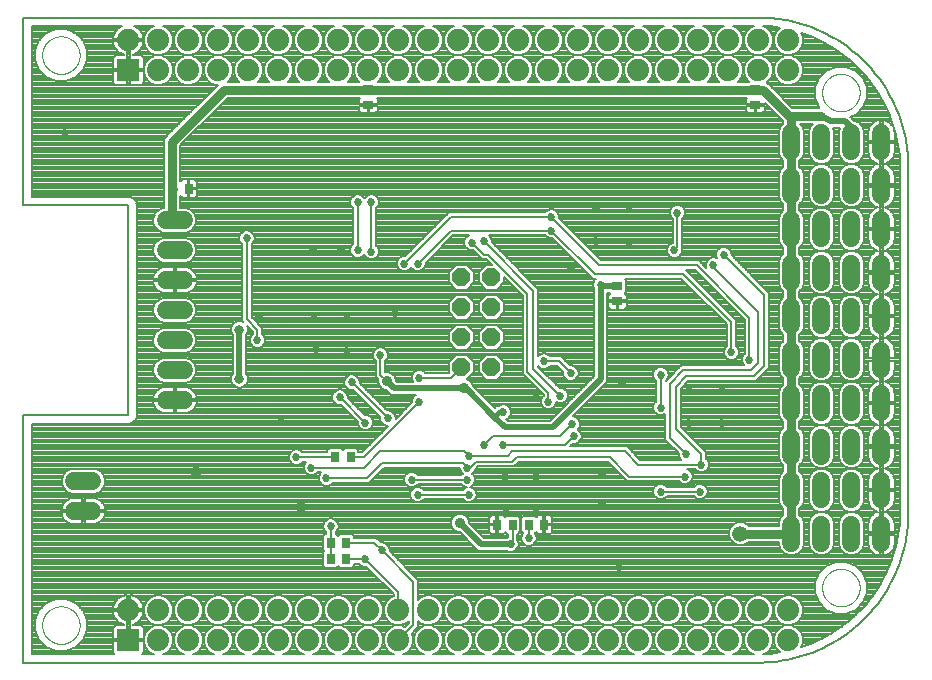
<source format=gbl>
G75*
%MOIN*%
%OFA0B0*%
%FSLAX25Y25*%
%IPPOS*%
%LPD*%
%AMOC8*
5,1,8,0,0,1.08239X$1,22.5*
%
%ADD10C,0.00800*%
%ADD11C,0.05937*%
%ADD12R,0.02756X0.03543*%
%ADD13C,0.00000*%
%ADD14R,0.07400X0.07400*%
%ADD15C,0.07400*%
%ADD16R,0.03543X0.02756*%
%ADD17C,0.06000*%
%ADD18OC8,0.06000*%
%ADD19C,0.02700*%
%ADD20C,0.03750*%
%ADD21C,0.02000*%
%ADD22C,0.03000*%
%ADD23C,0.05250*%
%ADD24C,0.03300*%
%ADD25C,0.03600*%
%ADD26C,0.01600*%
D10*
X0055400Y0026400D02*
X0300400Y0026400D01*
X0298943Y0029200D02*
X0291857Y0029200D01*
X0293176Y0029746D01*
X0294554Y0031124D01*
X0295300Y0032925D01*
X0295300Y0034875D01*
X0294554Y0036676D01*
X0293176Y0038054D01*
X0291375Y0038800D01*
X0289425Y0038800D01*
X0287624Y0038054D01*
X0286246Y0036676D01*
X0285500Y0034875D01*
X0285500Y0032925D01*
X0286246Y0031124D01*
X0287624Y0029746D01*
X0288943Y0029200D01*
X0281857Y0029200D01*
X0283176Y0029746D01*
X0284554Y0031124D01*
X0285300Y0032925D01*
X0285300Y0034875D01*
X0284554Y0036676D01*
X0283176Y0038054D01*
X0281375Y0038800D01*
X0279425Y0038800D01*
X0277624Y0038054D01*
X0276246Y0036676D01*
X0275500Y0034875D01*
X0275500Y0032925D01*
X0276246Y0031124D01*
X0277624Y0029746D01*
X0278943Y0029200D01*
X0271857Y0029200D01*
X0273176Y0029746D01*
X0274554Y0031124D01*
X0275300Y0032925D01*
X0275300Y0034875D01*
X0274554Y0036676D01*
X0273176Y0038054D01*
X0271375Y0038800D01*
X0269425Y0038800D01*
X0267624Y0038054D01*
X0266246Y0036676D01*
X0265500Y0034875D01*
X0265500Y0032925D01*
X0266246Y0031124D01*
X0267624Y0029746D01*
X0268943Y0029200D01*
X0261857Y0029200D01*
X0263176Y0029746D01*
X0264554Y0031124D01*
X0265300Y0032925D01*
X0265300Y0034875D01*
X0264554Y0036676D01*
X0263176Y0038054D01*
X0261375Y0038800D01*
X0259425Y0038800D01*
X0257624Y0038054D01*
X0256246Y0036676D01*
X0255500Y0034875D01*
X0255500Y0032925D01*
X0256246Y0031124D01*
X0257624Y0029746D01*
X0258943Y0029200D01*
X0251857Y0029200D01*
X0253176Y0029746D01*
X0254554Y0031124D01*
X0255300Y0032925D01*
X0255300Y0034875D01*
X0254554Y0036676D01*
X0253176Y0038054D01*
X0251375Y0038800D01*
X0249425Y0038800D01*
X0247624Y0038054D01*
X0246246Y0036676D01*
X0245500Y0034875D01*
X0245500Y0032925D01*
X0246246Y0031124D01*
X0247624Y0029746D01*
X0248943Y0029200D01*
X0241857Y0029200D01*
X0243176Y0029746D01*
X0244554Y0031124D01*
X0245300Y0032925D01*
X0245300Y0034875D01*
X0244554Y0036676D01*
X0243176Y0038054D01*
X0241375Y0038800D01*
X0239425Y0038800D01*
X0237624Y0038054D01*
X0236246Y0036676D01*
X0235500Y0034875D01*
X0235500Y0032925D01*
X0236246Y0031124D01*
X0237624Y0029746D01*
X0238943Y0029200D01*
X0231857Y0029200D01*
X0233176Y0029746D01*
X0234554Y0031124D01*
X0235300Y0032925D01*
X0235300Y0034875D01*
X0234554Y0036676D01*
X0233176Y0038054D01*
X0231375Y0038800D01*
X0229425Y0038800D01*
X0227624Y0038054D01*
X0226246Y0036676D01*
X0225500Y0034875D01*
X0225500Y0032925D01*
X0226246Y0031124D01*
X0227624Y0029746D01*
X0228943Y0029200D01*
X0221857Y0029200D01*
X0223176Y0029746D01*
X0224554Y0031124D01*
X0225300Y0032925D01*
X0225300Y0034875D01*
X0224554Y0036676D01*
X0223176Y0038054D01*
X0221375Y0038800D01*
X0219425Y0038800D01*
X0217624Y0038054D01*
X0216246Y0036676D01*
X0215500Y0034875D01*
X0215500Y0032925D01*
X0216246Y0031124D01*
X0217624Y0029746D01*
X0218943Y0029200D01*
X0211857Y0029200D01*
X0213176Y0029746D01*
X0214554Y0031124D01*
X0215300Y0032925D01*
X0215300Y0034875D01*
X0214554Y0036676D01*
X0213176Y0038054D01*
X0211375Y0038800D01*
X0209425Y0038800D01*
X0207624Y0038054D01*
X0206246Y0036676D01*
X0205500Y0034875D01*
X0205500Y0032925D01*
X0206246Y0031124D01*
X0207624Y0029746D01*
X0208943Y0029200D01*
X0201857Y0029200D01*
X0203176Y0029746D01*
X0204554Y0031124D01*
X0205300Y0032925D01*
X0205300Y0034875D01*
X0204554Y0036676D01*
X0203176Y0038054D01*
X0201375Y0038800D01*
X0199425Y0038800D01*
X0197624Y0038054D01*
X0196246Y0036676D01*
X0195500Y0034875D01*
X0195500Y0032925D01*
X0196246Y0031124D01*
X0197624Y0029746D01*
X0198943Y0029200D01*
X0191857Y0029200D01*
X0193176Y0029746D01*
X0194554Y0031124D01*
X0195300Y0032925D01*
X0195300Y0034875D01*
X0194554Y0036676D01*
X0193176Y0038054D01*
X0191375Y0038800D01*
X0189425Y0038800D01*
X0187624Y0038054D01*
X0186246Y0036676D01*
X0185500Y0034875D01*
X0185500Y0032925D01*
X0186246Y0031124D01*
X0187624Y0029746D01*
X0188943Y0029200D01*
X0181857Y0029200D01*
X0183176Y0029746D01*
X0184554Y0031124D01*
X0185300Y0032925D01*
X0185300Y0034875D01*
X0184813Y0036050D01*
X0186063Y0037300D01*
X0187000Y0038237D01*
X0187000Y0040370D01*
X0187624Y0039746D01*
X0189425Y0039000D01*
X0191375Y0039000D01*
X0193176Y0039746D01*
X0194554Y0041124D01*
X0195300Y0042925D01*
X0195300Y0044875D01*
X0194554Y0046676D01*
X0193176Y0048054D01*
X0191375Y0048800D01*
X0189425Y0048800D01*
X0187624Y0048054D01*
X0187000Y0047430D01*
X0187000Y0054063D01*
X0177450Y0063613D01*
X0177450Y0064407D01*
X0177062Y0065344D01*
X0176344Y0066062D01*
X0175407Y0066450D01*
X0174613Y0066450D01*
X0173063Y0068000D01*
X0165537Y0068000D01*
X0165537Y0068669D01*
X0164834Y0069372D01*
X0161084Y0069372D01*
X0160400Y0068688D01*
X0159716Y0069372D01*
X0159441Y0069372D01*
X0159441Y0069835D01*
X0160062Y0070456D01*
X0160450Y0071393D01*
X0160450Y0072407D01*
X0160062Y0073344D01*
X0159344Y0074062D01*
X0158407Y0074450D01*
X0157393Y0074450D01*
X0156456Y0074062D01*
X0155738Y0073344D01*
X0155350Y0072407D01*
X0155350Y0071393D01*
X0155738Y0070456D01*
X0156241Y0069953D01*
X0156241Y0069372D01*
X0155966Y0069372D01*
X0155263Y0068669D01*
X0155263Y0064131D01*
X0155744Y0063650D01*
X0155263Y0063169D01*
X0155263Y0058631D01*
X0155966Y0057928D01*
X0159716Y0057928D01*
X0160400Y0058612D01*
X0161084Y0057928D01*
X0164834Y0057928D01*
X0165537Y0058631D01*
X0165537Y0059300D01*
X0167394Y0059300D01*
X0167956Y0058738D01*
X0168893Y0058350D01*
X0169687Y0058350D01*
X0178800Y0049237D01*
X0178800Y0048541D01*
X0177624Y0048054D01*
X0176246Y0046676D01*
X0175500Y0044875D01*
X0175500Y0042925D01*
X0176246Y0041124D01*
X0177624Y0039746D01*
X0179425Y0039000D01*
X0181375Y0039000D01*
X0183176Y0039746D01*
X0183800Y0040370D01*
X0183800Y0039563D01*
X0182550Y0038313D01*
X0181375Y0038800D01*
X0179425Y0038800D01*
X0177624Y0038054D01*
X0176246Y0036676D01*
X0175500Y0034875D01*
X0175500Y0032925D01*
X0176246Y0031124D01*
X0177624Y0029746D01*
X0178943Y0029200D01*
X0171857Y0029200D01*
X0173176Y0029746D01*
X0174554Y0031124D01*
X0175300Y0032925D01*
X0175300Y0034875D01*
X0174554Y0036676D01*
X0173176Y0038054D01*
X0171375Y0038800D01*
X0169425Y0038800D01*
X0167624Y0038054D01*
X0166246Y0036676D01*
X0165500Y0034875D01*
X0165500Y0032925D01*
X0166246Y0031124D01*
X0167624Y0029746D01*
X0168943Y0029200D01*
X0161857Y0029200D01*
X0163176Y0029746D01*
X0164554Y0031124D01*
X0165300Y0032925D01*
X0165300Y0034875D01*
X0164554Y0036676D01*
X0163176Y0038054D01*
X0161375Y0038800D01*
X0159425Y0038800D01*
X0157624Y0038054D01*
X0156246Y0036676D01*
X0155500Y0034875D01*
X0155500Y0032925D01*
X0156246Y0031124D01*
X0157624Y0029746D01*
X0158943Y0029200D01*
X0151857Y0029200D01*
X0153176Y0029746D01*
X0154554Y0031124D01*
X0155300Y0032925D01*
X0155300Y0034875D01*
X0154554Y0036676D01*
X0153176Y0038054D01*
X0151375Y0038800D01*
X0149425Y0038800D01*
X0147624Y0038054D01*
X0146246Y0036676D01*
X0145500Y0034875D01*
X0145500Y0032925D01*
X0146246Y0031124D01*
X0147624Y0029746D01*
X0148943Y0029200D01*
X0141857Y0029200D01*
X0143176Y0029746D01*
X0144554Y0031124D01*
X0145300Y0032925D01*
X0145300Y0034875D01*
X0144554Y0036676D01*
X0143176Y0038054D01*
X0141375Y0038800D01*
X0139425Y0038800D01*
X0137624Y0038054D01*
X0136246Y0036676D01*
X0135500Y0034875D01*
X0135500Y0032925D01*
X0136246Y0031124D01*
X0137624Y0029746D01*
X0138943Y0029200D01*
X0131857Y0029200D01*
X0133176Y0029746D01*
X0134554Y0031124D01*
X0135300Y0032925D01*
X0135300Y0034875D01*
X0134554Y0036676D01*
X0133176Y0038054D01*
X0131375Y0038800D01*
X0129425Y0038800D01*
X0127624Y0038054D01*
X0126246Y0036676D01*
X0125500Y0034875D01*
X0125500Y0032925D01*
X0126246Y0031124D01*
X0127624Y0029746D01*
X0128943Y0029200D01*
X0121857Y0029200D01*
X0123176Y0029746D01*
X0124554Y0031124D01*
X0125300Y0032925D01*
X0125300Y0034875D01*
X0124554Y0036676D01*
X0123176Y0038054D01*
X0121375Y0038800D01*
X0119425Y0038800D01*
X0117624Y0038054D01*
X0116246Y0036676D01*
X0115500Y0034875D01*
X0115500Y0032925D01*
X0116246Y0031124D01*
X0117624Y0029746D01*
X0118943Y0029200D01*
X0111857Y0029200D01*
X0113176Y0029746D01*
X0114554Y0031124D01*
X0115300Y0032925D01*
X0115300Y0034875D01*
X0114554Y0036676D01*
X0113176Y0038054D01*
X0111375Y0038800D01*
X0109425Y0038800D01*
X0107624Y0038054D01*
X0106246Y0036676D01*
X0105500Y0034875D01*
X0105500Y0032925D01*
X0106246Y0031124D01*
X0107624Y0029746D01*
X0108943Y0029200D01*
X0101857Y0029200D01*
X0103176Y0029746D01*
X0104554Y0031124D01*
X0105300Y0032925D01*
X0105300Y0034875D01*
X0104554Y0036676D01*
X0103176Y0038054D01*
X0101375Y0038800D01*
X0099425Y0038800D01*
X0097624Y0038054D01*
X0096246Y0036676D01*
X0095500Y0034875D01*
X0095500Y0032925D01*
X0096246Y0031124D01*
X0097624Y0029746D01*
X0098943Y0029200D01*
X0095080Y0029200D01*
X0095220Y0029340D01*
X0095405Y0029660D01*
X0095500Y0030016D01*
X0095500Y0033500D01*
X0090800Y0033500D01*
X0090800Y0034300D01*
X0090000Y0034300D01*
X0090000Y0043500D01*
X0090800Y0043500D01*
X0090800Y0044300D01*
X0090000Y0044300D01*
X0090000Y0049000D01*
X0089999Y0049000D01*
X0089206Y0048874D01*
X0088442Y0048626D01*
X0087727Y0048262D01*
X0087078Y0047790D01*
X0086510Y0047222D01*
X0086038Y0046573D01*
X0085674Y0045858D01*
X0085426Y0045094D01*
X0085300Y0044301D01*
X0085300Y0044300D01*
X0090000Y0044300D01*
X0090000Y0043500D01*
X0085300Y0043500D01*
X0085300Y0043499D01*
X0085426Y0042706D01*
X0085674Y0041942D01*
X0086038Y0041227D01*
X0086510Y0040578D01*
X0087078Y0040010D01*
X0087727Y0039538D01*
X0088442Y0039174D01*
X0088977Y0039000D01*
X0086516Y0039000D01*
X0086160Y0038905D01*
X0085840Y0038720D01*
X0085580Y0038460D01*
X0085395Y0038140D01*
X0085300Y0037784D01*
X0085300Y0034300D01*
X0090000Y0034300D01*
X0090000Y0033500D01*
X0085300Y0033500D01*
X0085300Y0030016D01*
X0085395Y0029660D01*
X0085580Y0029340D01*
X0085720Y0029200D01*
X0058200Y0029200D01*
X0058200Y0106100D01*
X0090957Y0106100D01*
X0091986Y0106526D01*
X0092774Y0107314D01*
X0093200Y0108343D01*
X0093200Y0179457D01*
X0092774Y0180486D01*
X0091986Y0181274D01*
X0090957Y0181700D01*
X0058200Y0181700D01*
X0058200Y0238600D01*
X0088391Y0238600D01*
X0087727Y0238262D01*
X0087078Y0237790D01*
X0086510Y0237222D01*
X0086038Y0236573D01*
X0085674Y0235858D01*
X0085426Y0235094D01*
X0085300Y0234301D01*
X0085300Y0234300D01*
X0090000Y0234300D01*
X0090000Y0233500D01*
X0090800Y0233500D01*
X0090800Y0234300D01*
X0095500Y0234300D01*
X0095500Y0234301D01*
X0095374Y0235094D01*
X0095126Y0235858D01*
X0094762Y0236573D01*
X0094290Y0237222D01*
X0093722Y0237790D01*
X0093073Y0238262D01*
X0092409Y0238600D01*
X0098943Y0238600D01*
X0097624Y0238054D01*
X0096246Y0236676D01*
X0095500Y0234875D01*
X0095500Y0232925D01*
X0096246Y0231124D01*
X0097624Y0229746D01*
X0099425Y0229000D01*
X0101375Y0229000D01*
X0103176Y0229746D01*
X0104554Y0231124D01*
X0105300Y0232925D01*
X0105300Y0234875D01*
X0104554Y0236676D01*
X0103176Y0238054D01*
X0101857Y0238600D01*
X0108943Y0238600D01*
X0107624Y0238054D01*
X0106246Y0236676D01*
X0105500Y0234875D01*
X0105500Y0232925D01*
X0106246Y0231124D01*
X0107624Y0229746D01*
X0109425Y0229000D01*
X0111375Y0229000D01*
X0113176Y0229746D01*
X0114554Y0231124D01*
X0115300Y0232925D01*
X0115300Y0234875D01*
X0114554Y0236676D01*
X0113176Y0238054D01*
X0111857Y0238600D01*
X0118943Y0238600D01*
X0117624Y0238054D01*
X0116246Y0236676D01*
X0115500Y0234875D01*
X0115500Y0232925D01*
X0116246Y0231124D01*
X0117624Y0229746D01*
X0119425Y0229000D01*
X0121375Y0229000D01*
X0123176Y0229746D01*
X0124554Y0231124D01*
X0125300Y0232925D01*
X0125300Y0234875D01*
X0124554Y0236676D01*
X0123176Y0238054D01*
X0121857Y0238600D01*
X0128943Y0238600D01*
X0127624Y0238054D01*
X0126246Y0236676D01*
X0125500Y0234875D01*
X0125500Y0232925D01*
X0126246Y0231124D01*
X0127624Y0229746D01*
X0129425Y0229000D01*
X0131375Y0229000D01*
X0133176Y0229746D01*
X0134554Y0231124D01*
X0135300Y0232925D01*
X0135300Y0234875D01*
X0134554Y0236676D01*
X0133176Y0238054D01*
X0131857Y0238600D01*
X0138943Y0238600D01*
X0137624Y0238054D01*
X0136246Y0236676D01*
X0135500Y0234875D01*
X0135500Y0232925D01*
X0136246Y0231124D01*
X0137624Y0229746D01*
X0139425Y0229000D01*
X0141375Y0229000D01*
X0143176Y0229746D01*
X0144554Y0231124D01*
X0145300Y0232925D01*
X0145300Y0234875D01*
X0144554Y0236676D01*
X0143176Y0238054D01*
X0141857Y0238600D01*
X0148943Y0238600D01*
X0147624Y0238054D01*
X0146246Y0236676D01*
X0145500Y0234875D01*
X0145500Y0232925D01*
X0146246Y0231124D01*
X0147624Y0229746D01*
X0149425Y0229000D01*
X0151375Y0229000D01*
X0153176Y0229746D01*
X0154554Y0231124D01*
X0155300Y0232925D01*
X0155300Y0234875D01*
X0154554Y0236676D01*
X0153176Y0238054D01*
X0151857Y0238600D01*
X0158943Y0238600D01*
X0157624Y0238054D01*
X0156246Y0236676D01*
X0155500Y0234875D01*
X0155500Y0232925D01*
X0156246Y0231124D01*
X0157624Y0229746D01*
X0159425Y0229000D01*
X0161375Y0229000D01*
X0163176Y0229746D01*
X0164554Y0231124D01*
X0165300Y0232925D01*
X0165300Y0234875D01*
X0164554Y0236676D01*
X0163176Y0238054D01*
X0161857Y0238600D01*
X0168943Y0238600D01*
X0167624Y0238054D01*
X0166246Y0236676D01*
X0165500Y0234875D01*
X0165500Y0232925D01*
X0166246Y0231124D01*
X0167624Y0229746D01*
X0169425Y0229000D01*
X0171375Y0229000D01*
X0173176Y0229746D01*
X0174554Y0231124D01*
X0175300Y0232925D01*
X0175300Y0234875D01*
X0174554Y0236676D01*
X0173176Y0238054D01*
X0171857Y0238600D01*
X0178943Y0238600D01*
X0177624Y0238054D01*
X0176246Y0236676D01*
X0175500Y0234875D01*
X0175500Y0232925D01*
X0176246Y0231124D01*
X0177624Y0229746D01*
X0179425Y0229000D01*
X0181375Y0229000D01*
X0183176Y0229746D01*
X0184554Y0231124D01*
X0185300Y0232925D01*
X0185300Y0234875D01*
X0184554Y0236676D01*
X0183176Y0238054D01*
X0181857Y0238600D01*
X0188943Y0238600D01*
X0187624Y0238054D01*
X0186246Y0236676D01*
X0185500Y0234875D01*
X0185500Y0232925D01*
X0186246Y0231124D01*
X0187624Y0229746D01*
X0189425Y0229000D01*
X0191375Y0229000D01*
X0193176Y0229746D01*
X0194554Y0231124D01*
X0195300Y0232925D01*
X0195300Y0234875D01*
X0194554Y0236676D01*
X0193176Y0238054D01*
X0191857Y0238600D01*
X0198943Y0238600D01*
X0197624Y0238054D01*
X0196246Y0236676D01*
X0195500Y0234875D01*
X0195500Y0232925D01*
X0196246Y0231124D01*
X0197624Y0229746D01*
X0199425Y0229000D01*
X0201375Y0229000D01*
X0203176Y0229746D01*
X0204554Y0231124D01*
X0205300Y0232925D01*
X0205300Y0234875D01*
X0204554Y0236676D01*
X0203176Y0238054D01*
X0201857Y0238600D01*
X0208943Y0238600D01*
X0207624Y0238054D01*
X0206246Y0236676D01*
X0205500Y0234875D01*
X0205500Y0232925D01*
X0206246Y0231124D01*
X0207624Y0229746D01*
X0209425Y0229000D01*
X0211375Y0229000D01*
X0213176Y0229746D01*
X0214554Y0231124D01*
X0215300Y0232925D01*
X0215300Y0234875D01*
X0214554Y0236676D01*
X0213176Y0238054D01*
X0211857Y0238600D01*
X0218943Y0238600D01*
X0217624Y0238054D01*
X0216246Y0236676D01*
X0215500Y0234875D01*
X0215500Y0232925D01*
X0216246Y0231124D01*
X0217624Y0229746D01*
X0219425Y0229000D01*
X0221375Y0229000D01*
X0223176Y0229746D01*
X0224554Y0231124D01*
X0225300Y0232925D01*
X0225300Y0234875D01*
X0224554Y0236676D01*
X0223176Y0238054D01*
X0221857Y0238600D01*
X0228943Y0238600D01*
X0227624Y0238054D01*
X0226246Y0236676D01*
X0225500Y0234875D01*
X0225500Y0232925D01*
X0226246Y0231124D01*
X0227624Y0229746D01*
X0229425Y0229000D01*
X0231375Y0229000D01*
X0233176Y0229746D01*
X0234554Y0231124D01*
X0235300Y0232925D01*
X0235300Y0234875D01*
X0234554Y0236676D01*
X0233176Y0238054D01*
X0231857Y0238600D01*
X0238943Y0238600D01*
X0237624Y0238054D01*
X0236246Y0236676D01*
X0235500Y0234875D01*
X0235500Y0232925D01*
X0236246Y0231124D01*
X0237624Y0229746D01*
X0239425Y0229000D01*
X0241375Y0229000D01*
X0243176Y0229746D01*
X0244554Y0231124D01*
X0245300Y0232925D01*
X0245300Y0234875D01*
X0244554Y0236676D01*
X0243176Y0238054D01*
X0241857Y0238600D01*
X0248943Y0238600D01*
X0247624Y0238054D01*
X0246246Y0236676D01*
X0245500Y0234875D01*
X0245500Y0232925D01*
X0246246Y0231124D01*
X0247624Y0229746D01*
X0249425Y0229000D01*
X0251375Y0229000D01*
X0253176Y0229746D01*
X0254554Y0231124D01*
X0255300Y0232925D01*
X0255300Y0234875D01*
X0254554Y0236676D01*
X0253176Y0238054D01*
X0251857Y0238600D01*
X0258943Y0238600D01*
X0257624Y0238054D01*
X0256246Y0236676D01*
X0255500Y0234875D01*
X0255500Y0232925D01*
X0256246Y0231124D01*
X0257624Y0229746D01*
X0259425Y0229000D01*
X0261375Y0229000D01*
X0263176Y0229746D01*
X0264554Y0231124D01*
X0265300Y0232925D01*
X0265300Y0234875D01*
X0264554Y0236676D01*
X0263176Y0238054D01*
X0261857Y0238600D01*
X0268943Y0238600D01*
X0267624Y0238054D01*
X0266246Y0236676D01*
X0265500Y0234875D01*
X0265500Y0232925D01*
X0266246Y0231124D01*
X0267624Y0229746D01*
X0269425Y0229000D01*
X0271375Y0229000D01*
X0273176Y0229746D01*
X0274554Y0231124D01*
X0275300Y0232925D01*
X0275300Y0234875D01*
X0274554Y0236676D01*
X0273176Y0238054D01*
X0271857Y0238600D01*
X0278943Y0238600D01*
X0277624Y0238054D01*
X0276246Y0236676D01*
X0275500Y0234875D01*
X0275500Y0232925D01*
X0276246Y0231124D01*
X0277624Y0229746D01*
X0279425Y0229000D01*
X0281375Y0229000D01*
X0283176Y0229746D01*
X0284554Y0231124D01*
X0285300Y0232925D01*
X0285300Y0234875D01*
X0284554Y0236676D01*
X0283176Y0238054D01*
X0281857Y0238600D01*
X0288943Y0238600D01*
X0287624Y0238054D01*
X0286246Y0236676D01*
X0285500Y0234875D01*
X0285500Y0232925D01*
X0286246Y0231124D01*
X0287624Y0229746D01*
X0289425Y0229000D01*
X0291375Y0229000D01*
X0293176Y0229746D01*
X0294554Y0231124D01*
X0295300Y0232925D01*
X0295300Y0234875D01*
X0294554Y0236676D01*
X0293176Y0238054D01*
X0291857Y0238600D01*
X0298943Y0238600D01*
X0297624Y0238054D01*
X0296246Y0236676D01*
X0295500Y0234875D01*
X0295500Y0232925D01*
X0296246Y0231124D01*
X0297624Y0229746D01*
X0299425Y0229000D01*
X0301375Y0229000D01*
X0303176Y0229746D01*
X0304554Y0231124D01*
X0305300Y0232925D01*
X0305300Y0234875D01*
X0304554Y0236676D01*
X0303176Y0238054D01*
X0302010Y0238537D01*
X0304103Y0238455D01*
X0307489Y0237918D01*
X0306246Y0236676D01*
X0305500Y0234875D01*
X0305500Y0232925D01*
X0306246Y0231124D01*
X0307624Y0229746D01*
X0309425Y0229000D01*
X0311375Y0229000D01*
X0313176Y0229746D01*
X0314554Y0231124D01*
X0315300Y0232925D01*
X0315300Y0234875D01*
X0314745Y0236215D01*
X0318463Y0235007D01*
X0325062Y0231645D01*
X0331054Y0227291D01*
X0336291Y0222054D01*
X0340645Y0216062D01*
X0344007Y0209463D01*
X0346296Y0202419D01*
X0347455Y0195103D01*
X0347600Y0191400D01*
X0347600Y0076400D01*
X0347455Y0072697D01*
X0346296Y0065381D01*
X0344007Y0058337D01*
X0340645Y0051738D01*
X0336291Y0045746D01*
X0331054Y0040509D01*
X0325062Y0036155D01*
X0318463Y0032793D01*
X0314745Y0031585D01*
X0315300Y0032925D01*
X0315300Y0034875D01*
X0314554Y0036676D01*
X0313176Y0038054D01*
X0311375Y0038800D01*
X0309425Y0038800D01*
X0307624Y0038054D01*
X0306246Y0036676D01*
X0305500Y0034875D01*
X0305500Y0032925D01*
X0306246Y0031124D01*
X0307489Y0029882D01*
X0304103Y0029345D01*
X0302010Y0029263D01*
X0303176Y0029746D01*
X0304554Y0031124D01*
X0305300Y0032925D01*
X0305300Y0034875D01*
X0304554Y0036676D01*
X0303176Y0038054D01*
X0301375Y0038800D01*
X0299425Y0038800D01*
X0297624Y0038054D01*
X0296246Y0036676D01*
X0295500Y0034875D01*
X0295500Y0032925D01*
X0296246Y0031124D01*
X0297624Y0029746D01*
X0298943Y0029200D01*
X0297991Y0029594D02*
X0292809Y0029594D01*
X0293822Y0030393D02*
X0296978Y0030393D01*
X0296218Y0031191D02*
X0294582Y0031191D01*
X0294912Y0031990D02*
X0295888Y0031990D01*
X0295557Y0032788D02*
X0295243Y0032788D01*
X0295300Y0033587D02*
X0295500Y0033587D01*
X0295500Y0034385D02*
X0295300Y0034385D01*
X0295172Y0035184D02*
X0295628Y0035184D01*
X0295959Y0035982D02*
X0294841Y0035982D01*
X0294449Y0036781D02*
X0296351Y0036781D01*
X0297150Y0037579D02*
X0293650Y0037579D01*
X0292394Y0038378D02*
X0298406Y0038378D01*
X0299000Y0039176D02*
X0291800Y0039176D01*
X0291375Y0039000D02*
X0293176Y0039746D01*
X0294554Y0041124D01*
X0295300Y0042925D01*
X0295300Y0044875D01*
X0294554Y0046676D01*
X0293176Y0048054D01*
X0291375Y0048800D01*
X0289425Y0048800D01*
X0287624Y0048054D01*
X0286246Y0046676D01*
X0285500Y0044875D01*
X0285500Y0042925D01*
X0286246Y0041124D01*
X0287624Y0039746D01*
X0289425Y0039000D01*
X0291375Y0039000D01*
X0293404Y0039975D02*
X0297396Y0039975D01*
X0297624Y0039746D02*
X0299425Y0039000D01*
X0301375Y0039000D01*
X0303176Y0039746D01*
X0304554Y0041124D01*
X0305300Y0042925D01*
X0305300Y0044875D01*
X0304554Y0046676D01*
X0303176Y0048054D01*
X0301375Y0048800D01*
X0299425Y0048800D01*
X0297624Y0048054D01*
X0296246Y0046676D01*
X0295500Y0044875D01*
X0295500Y0042925D01*
X0296246Y0041124D01*
X0297624Y0039746D01*
X0296597Y0040773D02*
X0294203Y0040773D01*
X0294739Y0041572D02*
X0296061Y0041572D01*
X0295730Y0042370D02*
X0295070Y0042370D01*
X0295300Y0043169D02*
X0295500Y0043169D01*
X0295500Y0043967D02*
X0295300Y0043967D01*
X0295300Y0044766D02*
X0295500Y0044766D01*
X0295786Y0045564D02*
X0295014Y0045564D01*
X0294684Y0046363D02*
X0296116Y0046363D01*
X0296732Y0047161D02*
X0294068Y0047161D01*
X0293270Y0047960D02*
X0297530Y0047960D01*
X0299325Y0048758D02*
X0291475Y0048758D01*
X0289325Y0048758D02*
X0281475Y0048758D01*
X0281375Y0048800D02*
X0279425Y0048800D01*
X0277624Y0048054D01*
X0276246Y0046676D01*
X0275500Y0044875D01*
X0275500Y0042925D01*
X0276246Y0041124D01*
X0277624Y0039746D01*
X0279425Y0039000D01*
X0281375Y0039000D01*
X0283176Y0039746D01*
X0284554Y0041124D01*
X0285300Y0042925D01*
X0285300Y0044875D01*
X0284554Y0046676D01*
X0283176Y0048054D01*
X0281375Y0048800D01*
X0279325Y0048758D02*
X0271475Y0048758D01*
X0271375Y0048800D02*
X0269425Y0048800D01*
X0267624Y0048054D01*
X0266246Y0046676D01*
X0265500Y0044875D01*
X0265500Y0042925D01*
X0266246Y0041124D01*
X0267624Y0039746D01*
X0269425Y0039000D01*
X0271375Y0039000D01*
X0273176Y0039746D01*
X0274554Y0041124D01*
X0275300Y0042925D01*
X0275300Y0044875D01*
X0274554Y0046676D01*
X0273176Y0048054D01*
X0271375Y0048800D01*
X0269325Y0048758D02*
X0261475Y0048758D01*
X0261375Y0048800D02*
X0259425Y0048800D01*
X0257624Y0048054D01*
X0256246Y0046676D01*
X0255500Y0044875D01*
X0255500Y0042925D01*
X0256246Y0041124D01*
X0257624Y0039746D01*
X0259425Y0039000D01*
X0261375Y0039000D01*
X0263176Y0039746D01*
X0264554Y0041124D01*
X0265300Y0042925D01*
X0265300Y0044875D01*
X0264554Y0046676D01*
X0263176Y0048054D01*
X0261375Y0048800D01*
X0259325Y0048758D02*
X0251475Y0048758D01*
X0251375Y0048800D02*
X0249425Y0048800D01*
X0247624Y0048054D01*
X0246246Y0046676D01*
X0245500Y0044875D01*
X0245500Y0042925D01*
X0246246Y0041124D01*
X0247624Y0039746D01*
X0249425Y0039000D01*
X0251375Y0039000D01*
X0253176Y0039746D01*
X0254554Y0041124D01*
X0255300Y0042925D01*
X0255300Y0044875D01*
X0254554Y0046676D01*
X0253176Y0048054D01*
X0251375Y0048800D01*
X0249325Y0048758D02*
X0241475Y0048758D01*
X0241375Y0048800D02*
X0243176Y0048054D01*
X0244554Y0046676D01*
X0245300Y0044875D01*
X0245300Y0042925D01*
X0244554Y0041124D01*
X0243176Y0039746D01*
X0241375Y0039000D01*
X0239425Y0039000D01*
X0237624Y0039746D01*
X0236246Y0041124D01*
X0235500Y0042925D01*
X0235500Y0044875D01*
X0236246Y0046676D01*
X0237624Y0048054D01*
X0239425Y0048800D01*
X0241375Y0048800D01*
X0239325Y0048758D02*
X0231475Y0048758D01*
X0231375Y0048800D02*
X0229425Y0048800D01*
X0227624Y0048054D01*
X0226246Y0046676D01*
X0225500Y0044875D01*
X0225500Y0042925D01*
X0226246Y0041124D01*
X0227624Y0039746D01*
X0229425Y0039000D01*
X0231375Y0039000D01*
X0233176Y0039746D01*
X0234554Y0041124D01*
X0235300Y0042925D01*
X0235300Y0044875D01*
X0234554Y0046676D01*
X0233176Y0048054D01*
X0231375Y0048800D01*
X0229325Y0048758D02*
X0221475Y0048758D01*
X0221375Y0048800D02*
X0219425Y0048800D01*
X0217624Y0048054D01*
X0216246Y0046676D01*
X0215500Y0044875D01*
X0215500Y0042925D01*
X0216246Y0041124D01*
X0217624Y0039746D01*
X0219425Y0039000D01*
X0221375Y0039000D01*
X0223176Y0039746D01*
X0224554Y0041124D01*
X0225300Y0042925D01*
X0225300Y0044875D01*
X0224554Y0046676D01*
X0223176Y0048054D01*
X0221375Y0048800D01*
X0219325Y0048758D02*
X0211475Y0048758D01*
X0211375Y0048800D02*
X0209425Y0048800D01*
X0207624Y0048054D01*
X0206246Y0046676D01*
X0205500Y0044875D01*
X0205500Y0042925D01*
X0206246Y0041124D01*
X0207624Y0039746D01*
X0209425Y0039000D01*
X0211375Y0039000D01*
X0213176Y0039746D01*
X0214554Y0041124D01*
X0215300Y0042925D01*
X0215300Y0044875D01*
X0214554Y0046676D01*
X0213176Y0048054D01*
X0211375Y0048800D01*
X0209325Y0048758D02*
X0201475Y0048758D01*
X0201375Y0048800D02*
X0199425Y0048800D01*
X0197624Y0048054D01*
X0196246Y0046676D01*
X0195500Y0044875D01*
X0195500Y0042925D01*
X0196246Y0041124D01*
X0197624Y0039746D01*
X0199425Y0039000D01*
X0201375Y0039000D01*
X0203176Y0039746D01*
X0204554Y0041124D01*
X0205300Y0042925D01*
X0205300Y0044875D01*
X0204554Y0046676D01*
X0203176Y0048054D01*
X0201375Y0048800D01*
X0199325Y0048758D02*
X0191475Y0048758D01*
X0193270Y0047960D02*
X0197530Y0047960D01*
X0196732Y0047161D02*
X0194068Y0047161D01*
X0194684Y0046363D02*
X0196116Y0046363D01*
X0195786Y0045564D02*
X0195014Y0045564D01*
X0195300Y0044766D02*
X0195500Y0044766D01*
X0195500Y0043967D02*
X0195300Y0043967D01*
X0195300Y0043169D02*
X0195500Y0043169D01*
X0195730Y0042370D02*
X0195070Y0042370D01*
X0194739Y0041572D02*
X0196061Y0041572D01*
X0196597Y0040773D02*
X0194203Y0040773D01*
X0193404Y0039975D02*
X0197396Y0039975D01*
X0199000Y0039176D02*
X0191800Y0039176D01*
X0192394Y0038378D02*
X0198406Y0038378D01*
X0197150Y0037579D02*
X0193650Y0037579D01*
X0194449Y0036781D02*
X0196351Y0036781D01*
X0195959Y0035982D02*
X0194841Y0035982D01*
X0195172Y0035184D02*
X0195628Y0035184D01*
X0195500Y0034385D02*
X0195300Y0034385D01*
X0195300Y0033587D02*
X0195500Y0033587D01*
X0195557Y0032788D02*
X0195243Y0032788D01*
X0194912Y0031990D02*
X0195888Y0031990D01*
X0196218Y0031191D02*
X0194582Y0031191D01*
X0193822Y0030393D02*
X0196978Y0030393D01*
X0197991Y0029594D02*
X0192809Y0029594D01*
X0187991Y0029594D02*
X0182809Y0029594D01*
X0183822Y0030393D02*
X0186978Y0030393D01*
X0186218Y0031191D02*
X0184582Y0031191D01*
X0184912Y0031990D02*
X0185888Y0031990D01*
X0185557Y0032788D02*
X0185243Y0032788D01*
X0185300Y0033587D02*
X0185500Y0033587D01*
X0185500Y0034385D02*
X0185300Y0034385D01*
X0185172Y0035184D02*
X0185628Y0035184D01*
X0185959Y0035982D02*
X0184841Y0035982D01*
X0185543Y0036781D02*
X0186351Y0036781D01*
X0186342Y0037579D02*
X0187150Y0037579D01*
X0187000Y0038378D02*
X0188406Y0038378D01*
X0189000Y0039176D02*
X0187000Y0039176D01*
X0187000Y0039975D02*
X0187396Y0039975D01*
X0185400Y0038900D02*
X0185400Y0053400D01*
X0174900Y0063900D01*
X0172400Y0066400D01*
X0162959Y0066400D01*
X0160434Y0068721D02*
X0160366Y0068721D01*
X0159441Y0069520D02*
X0201169Y0069520D01*
X0200789Y0069900D02*
X0206989Y0063700D01*
X0216548Y0063700D01*
X0217393Y0063350D01*
X0218407Y0063350D01*
X0219344Y0063738D01*
X0220062Y0064456D01*
X0220450Y0065393D01*
X0220450Y0066407D01*
X0220062Y0067344D01*
X0220059Y0067347D01*
X0220059Y0069428D01*
X0220334Y0069428D01*
X0221037Y0070131D01*
X0221037Y0074669D01*
X0220334Y0075372D01*
X0216584Y0075372D01*
X0215987Y0074775D01*
X0215839Y0075031D01*
X0215579Y0075292D01*
X0215259Y0075476D01*
X0214903Y0075572D01*
X0213630Y0075572D01*
X0213630Y0072689D01*
X0213052Y0072689D01*
X0213052Y0075572D01*
X0211779Y0075572D01*
X0211423Y0075476D01*
X0211103Y0075292D01*
X0210843Y0075031D01*
X0210658Y0074712D01*
X0210563Y0074356D01*
X0210563Y0072689D01*
X0213052Y0072689D01*
X0213052Y0072111D01*
X0213630Y0072111D01*
X0213630Y0069228D01*
X0214903Y0069228D01*
X0215259Y0069324D01*
X0215579Y0069508D01*
X0215839Y0069769D01*
X0215987Y0070025D01*
X0216584Y0069428D01*
X0216859Y0069428D01*
X0216859Y0068229D01*
X0216548Y0068100D01*
X0208811Y0068100D01*
X0203900Y0073011D01*
X0203900Y0073497D01*
X0203443Y0074599D01*
X0202599Y0075443D01*
X0201497Y0075900D01*
X0200303Y0075900D01*
X0199201Y0075443D01*
X0198357Y0074599D01*
X0197900Y0073497D01*
X0197900Y0072303D01*
X0198357Y0071201D01*
X0199201Y0070357D01*
X0200303Y0069900D01*
X0200789Y0069900D01*
X0199294Y0070318D02*
X0159924Y0070318D01*
X0160336Y0071117D02*
X0198441Y0071117D01*
X0198061Y0071915D02*
X0160450Y0071915D01*
X0160323Y0072714D02*
X0197900Y0072714D01*
X0197906Y0073512D02*
X0159894Y0073512D01*
X0158744Y0074311D02*
X0198237Y0074311D01*
X0198867Y0075109D02*
X0082426Y0075109D01*
X0082478Y0075211D02*
X0082692Y0075870D01*
X0082791Y0076500D01*
X0075800Y0076500D01*
X0075800Y0077300D01*
X0075000Y0077300D01*
X0075000Y0081300D01*
X0072054Y0081300D01*
X0071370Y0081192D01*
X0070711Y0080978D01*
X0070094Y0080663D01*
X0069534Y0080256D01*
X0069044Y0079766D01*
X0068637Y0079206D01*
X0068322Y0078589D01*
X0068108Y0077930D01*
X0068009Y0077300D01*
X0075000Y0077300D01*
X0075000Y0076500D01*
X0075800Y0076500D01*
X0075800Y0072500D01*
X0078746Y0072500D01*
X0079430Y0072608D01*
X0080089Y0072822D01*
X0080706Y0073137D01*
X0081266Y0073544D01*
X0081756Y0074034D01*
X0082163Y0074594D01*
X0082478Y0075211D01*
X0082698Y0075908D02*
X0308700Y0075908D01*
X0308700Y0075640D02*
X0307839Y0074779D01*
X0307200Y0073235D01*
X0307200Y0072100D01*
X0297109Y0072100D01*
X0296567Y0072643D01*
X0295161Y0073225D01*
X0293639Y0073225D01*
X0292233Y0072643D01*
X0291157Y0071567D01*
X0290575Y0070161D01*
X0290575Y0068639D01*
X0291157Y0067233D01*
X0292233Y0066157D01*
X0293639Y0065575D01*
X0295161Y0065575D01*
X0296567Y0066157D01*
X0297109Y0066700D01*
X0307200Y0066700D01*
X0307200Y0065565D01*
X0307839Y0064021D01*
X0309021Y0062839D01*
X0310565Y0062200D01*
X0312235Y0062200D01*
X0313779Y0062839D01*
X0314961Y0064021D01*
X0315600Y0065565D01*
X0315600Y0073235D01*
X0314961Y0074779D01*
X0314100Y0075640D01*
X0314100Y0077660D01*
X0314961Y0078521D01*
X0315600Y0080065D01*
X0315600Y0087735D01*
X0314961Y0089279D01*
X0314100Y0090140D01*
X0314100Y0092160D01*
X0314961Y0093021D01*
X0315600Y0094565D01*
X0315600Y0102235D01*
X0314961Y0103779D01*
X0314100Y0104640D01*
X0314100Y0106660D01*
X0314961Y0107521D01*
X0315600Y0109065D01*
X0315600Y0116735D01*
X0314961Y0118279D01*
X0314100Y0119140D01*
X0314100Y0121160D01*
X0314961Y0122021D01*
X0315600Y0123565D01*
X0315600Y0131235D01*
X0314961Y0132779D01*
X0314100Y0133640D01*
X0314100Y0135660D01*
X0314961Y0136521D01*
X0315600Y0138065D01*
X0315600Y0145735D01*
X0314961Y0147279D01*
X0314100Y0148140D01*
X0314100Y0150160D01*
X0314961Y0151021D01*
X0315600Y0152565D01*
X0317200Y0152565D01*
X0317839Y0151021D01*
X0319021Y0149839D01*
X0320565Y0149200D01*
X0322235Y0149200D01*
X0323779Y0149839D01*
X0324961Y0151021D01*
X0325600Y0152565D01*
X0327200Y0152565D01*
X0327839Y0151021D01*
X0329021Y0149839D01*
X0330565Y0149200D01*
X0332235Y0149200D01*
X0333779Y0149839D01*
X0334961Y0151021D01*
X0335600Y0152565D01*
X0337077Y0152565D01*
X0337108Y0152370D02*
X0337322Y0151711D01*
X0337637Y0151094D01*
X0338044Y0150534D01*
X0338534Y0150044D01*
X0339094Y0149637D01*
X0339711Y0149322D01*
X0340241Y0149150D01*
X0339711Y0148978D01*
X0339094Y0148663D01*
X0338534Y0148256D01*
X0338044Y0147766D01*
X0337637Y0147206D01*
X0337322Y0146589D01*
X0337108Y0145930D01*
X0337000Y0145246D01*
X0337000Y0142300D01*
X0341000Y0142300D01*
X0341000Y0156000D01*
X0337000Y0156000D01*
X0337000Y0153054D01*
X0337108Y0152370D01*
X0337304Y0151766D02*
X0335269Y0151766D01*
X0335600Y0152565D02*
X0335600Y0160235D01*
X0334961Y0161779D01*
X0333779Y0162961D01*
X0332235Y0163600D01*
X0330565Y0163600D01*
X0329021Y0162961D01*
X0327839Y0161779D01*
X0327200Y0160235D01*
X0327200Y0152565D01*
X0327200Y0153363D02*
X0325600Y0153363D01*
X0325600Y0152565D02*
X0325600Y0160235D01*
X0324961Y0161779D01*
X0323779Y0162961D01*
X0322235Y0163600D01*
X0320565Y0163600D01*
X0319021Y0162961D01*
X0317839Y0161779D01*
X0317200Y0160235D01*
X0317200Y0152565D01*
X0317200Y0153363D02*
X0315600Y0153363D01*
X0315600Y0152565D02*
X0315600Y0160235D01*
X0314961Y0161779D01*
X0314100Y0162640D01*
X0314100Y0164660D01*
X0314961Y0165521D01*
X0315600Y0167065D01*
X0315600Y0174735D01*
X0314961Y0176279D01*
X0314100Y0177140D01*
X0314100Y0179160D01*
X0314961Y0180021D01*
X0315600Y0181565D01*
X0315600Y0189235D01*
X0314961Y0190779D01*
X0314100Y0191640D01*
X0314100Y0193660D01*
X0314961Y0194521D01*
X0315600Y0196065D01*
X0315600Y0203735D01*
X0314961Y0205279D01*
X0314290Y0205950D01*
X0318510Y0205950D01*
X0317839Y0205279D01*
X0317200Y0203735D01*
X0317200Y0196065D01*
X0317839Y0194521D01*
X0319021Y0193339D01*
X0320565Y0192700D01*
X0322235Y0192700D01*
X0323779Y0193339D01*
X0324961Y0194521D01*
X0325600Y0196065D01*
X0325600Y0203735D01*
X0325200Y0204700D01*
X0327600Y0204700D01*
X0327200Y0203735D01*
X0327200Y0196065D01*
X0327839Y0194521D01*
X0329021Y0193339D01*
X0330565Y0192700D01*
X0332235Y0192700D01*
X0333779Y0193339D01*
X0334961Y0194521D01*
X0335600Y0196065D01*
X0335600Y0203735D01*
X0334961Y0205279D01*
X0333779Y0206461D01*
X0332365Y0207046D01*
X0331600Y0207811D01*
X0331064Y0208348D01*
X0332800Y0209067D01*
X0335233Y0211500D01*
X0336550Y0214679D01*
X0336550Y0218121D01*
X0335233Y0221300D01*
X0332800Y0223733D01*
X0329621Y0225050D01*
X0326179Y0225050D01*
X0323000Y0223733D01*
X0320567Y0221300D01*
X0319250Y0218121D01*
X0319250Y0214679D01*
X0320567Y0211500D01*
X0320717Y0211350D01*
X0311768Y0211350D01*
X0304189Y0218929D01*
X0303429Y0219689D01*
X0303210Y0219780D01*
X0304554Y0221124D01*
X0305300Y0222925D01*
X0305300Y0224875D01*
X0304554Y0226676D01*
X0303176Y0228054D01*
X0301375Y0228800D01*
X0299425Y0228800D01*
X0297624Y0228054D01*
X0296246Y0226676D01*
X0295500Y0224875D01*
X0295500Y0222925D01*
X0296246Y0221124D01*
X0297270Y0220100D01*
X0293530Y0220100D01*
X0294554Y0221124D01*
X0295300Y0222925D01*
X0295300Y0224875D01*
X0294554Y0226676D01*
X0293176Y0228054D01*
X0291375Y0228800D01*
X0289425Y0228800D01*
X0287624Y0228054D01*
X0286246Y0226676D01*
X0285500Y0224875D01*
X0285500Y0222925D01*
X0286246Y0221124D01*
X0287270Y0220100D01*
X0283530Y0220100D01*
X0284554Y0221124D01*
X0285300Y0222925D01*
X0285300Y0224875D01*
X0284554Y0226676D01*
X0283176Y0228054D01*
X0281375Y0228800D01*
X0279425Y0228800D01*
X0277624Y0228054D01*
X0276246Y0226676D01*
X0275500Y0224875D01*
X0275500Y0222925D01*
X0276246Y0221124D01*
X0277270Y0220100D01*
X0273530Y0220100D01*
X0274554Y0221124D01*
X0275300Y0222925D01*
X0275300Y0224875D01*
X0274554Y0226676D01*
X0273176Y0228054D01*
X0271375Y0228800D01*
X0269425Y0228800D01*
X0267624Y0228054D01*
X0266246Y0226676D01*
X0265500Y0224875D01*
X0265500Y0222925D01*
X0266246Y0221124D01*
X0267270Y0220100D01*
X0263530Y0220100D01*
X0264554Y0221124D01*
X0265300Y0222925D01*
X0265300Y0224875D01*
X0264554Y0226676D01*
X0263176Y0228054D01*
X0261375Y0228800D01*
X0259425Y0228800D01*
X0257624Y0228054D01*
X0256246Y0226676D01*
X0255500Y0224875D01*
X0255500Y0222925D01*
X0256246Y0221124D01*
X0257270Y0220100D01*
X0253530Y0220100D01*
X0254554Y0221124D01*
X0255300Y0222925D01*
X0255300Y0224875D01*
X0254554Y0226676D01*
X0253176Y0228054D01*
X0251375Y0228800D01*
X0249425Y0228800D01*
X0247624Y0228054D01*
X0246246Y0226676D01*
X0245500Y0224875D01*
X0245500Y0222925D01*
X0246246Y0221124D01*
X0247270Y0220100D01*
X0243530Y0220100D01*
X0244554Y0221124D01*
X0245300Y0222925D01*
X0245300Y0224875D01*
X0244554Y0226676D01*
X0243176Y0228054D01*
X0241375Y0228800D01*
X0239425Y0228800D01*
X0237624Y0228054D01*
X0236246Y0226676D01*
X0235500Y0224875D01*
X0235500Y0222925D01*
X0236246Y0221124D01*
X0237270Y0220100D01*
X0233530Y0220100D01*
X0234554Y0221124D01*
X0235300Y0222925D01*
X0235300Y0224875D01*
X0234554Y0226676D01*
X0233176Y0228054D01*
X0231375Y0228800D01*
X0229425Y0228800D01*
X0227624Y0228054D01*
X0226246Y0226676D01*
X0225500Y0224875D01*
X0225500Y0222925D01*
X0226246Y0221124D01*
X0227270Y0220100D01*
X0223530Y0220100D01*
X0224554Y0221124D01*
X0225300Y0222925D01*
X0225300Y0224875D01*
X0224554Y0226676D01*
X0223176Y0228054D01*
X0221375Y0228800D01*
X0219425Y0228800D01*
X0217624Y0228054D01*
X0216246Y0226676D01*
X0215500Y0224875D01*
X0215500Y0222925D01*
X0216246Y0221124D01*
X0217270Y0220100D01*
X0213530Y0220100D01*
X0214554Y0221124D01*
X0215300Y0222925D01*
X0215300Y0224875D01*
X0214554Y0226676D01*
X0213176Y0228054D01*
X0211375Y0228800D01*
X0209425Y0228800D01*
X0207624Y0228054D01*
X0206246Y0226676D01*
X0205500Y0224875D01*
X0205500Y0222925D01*
X0206246Y0221124D01*
X0207270Y0220100D01*
X0203530Y0220100D01*
X0204554Y0221124D01*
X0205300Y0222925D01*
X0205300Y0224875D01*
X0204554Y0226676D01*
X0203176Y0228054D01*
X0201375Y0228800D01*
X0199425Y0228800D01*
X0197624Y0228054D01*
X0196246Y0226676D01*
X0195500Y0224875D01*
X0195500Y0222925D01*
X0196246Y0221124D01*
X0197270Y0220100D01*
X0193530Y0220100D01*
X0194554Y0221124D01*
X0195300Y0222925D01*
X0195300Y0224875D01*
X0194554Y0226676D01*
X0193176Y0228054D01*
X0191375Y0228800D01*
X0189425Y0228800D01*
X0187624Y0228054D01*
X0186246Y0226676D01*
X0185500Y0224875D01*
X0185500Y0222925D01*
X0186246Y0221124D01*
X0187270Y0220100D01*
X0183530Y0220100D01*
X0184554Y0221124D01*
X0185300Y0222925D01*
X0185300Y0224875D01*
X0184554Y0226676D01*
X0183176Y0228054D01*
X0181375Y0228800D01*
X0179425Y0228800D01*
X0177624Y0228054D01*
X0176246Y0226676D01*
X0175500Y0224875D01*
X0175500Y0222925D01*
X0176246Y0221124D01*
X0177270Y0220100D01*
X0173530Y0220100D01*
X0174554Y0221124D01*
X0175300Y0222925D01*
X0175300Y0224875D01*
X0174554Y0226676D01*
X0173176Y0228054D01*
X0171375Y0228800D01*
X0169425Y0228800D01*
X0167624Y0228054D01*
X0166246Y0226676D01*
X0165500Y0224875D01*
X0165500Y0222925D01*
X0166246Y0221124D01*
X0167270Y0220100D01*
X0163530Y0220100D01*
X0164554Y0221124D01*
X0165300Y0222925D01*
X0165300Y0224875D01*
X0164554Y0226676D01*
X0163176Y0228054D01*
X0161375Y0228800D01*
X0159425Y0228800D01*
X0157624Y0228054D01*
X0156246Y0226676D01*
X0155500Y0224875D01*
X0155500Y0222925D01*
X0156246Y0221124D01*
X0157270Y0220100D01*
X0153530Y0220100D01*
X0154554Y0221124D01*
X0155300Y0222925D01*
X0155300Y0224875D01*
X0154554Y0226676D01*
X0153176Y0228054D01*
X0151375Y0228800D01*
X0149425Y0228800D01*
X0147624Y0228054D01*
X0146246Y0226676D01*
X0145500Y0224875D01*
X0145500Y0222925D01*
X0146246Y0221124D01*
X0147270Y0220100D01*
X0143530Y0220100D01*
X0144554Y0221124D01*
X0145300Y0222925D01*
X0145300Y0224875D01*
X0144554Y0226676D01*
X0143176Y0228054D01*
X0141375Y0228800D01*
X0139425Y0228800D01*
X0137624Y0228054D01*
X0136246Y0226676D01*
X0135500Y0224875D01*
X0135500Y0222925D01*
X0136246Y0221124D01*
X0137270Y0220100D01*
X0133530Y0220100D01*
X0134554Y0221124D01*
X0135300Y0222925D01*
X0135300Y0224875D01*
X0134554Y0226676D01*
X0133176Y0228054D01*
X0131375Y0228800D01*
X0129425Y0228800D01*
X0127624Y0228054D01*
X0126246Y0226676D01*
X0125500Y0224875D01*
X0125500Y0222925D01*
X0126246Y0221124D01*
X0127270Y0220100D01*
X0123530Y0220100D01*
X0124554Y0221124D01*
X0125300Y0222925D01*
X0125300Y0224875D01*
X0124554Y0226676D01*
X0123176Y0228054D01*
X0121375Y0228800D01*
X0119425Y0228800D01*
X0117624Y0228054D01*
X0116246Y0226676D01*
X0115500Y0224875D01*
X0115500Y0222925D01*
X0116246Y0221124D01*
X0117624Y0219746D01*
X0119425Y0219000D01*
X0120182Y0219000D01*
X0103371Y0202189D01*
X0102611Y0201429D01*
X0102200Y0200437D01*
X0102200Y0178068D01*
X0102102Y0178068D01*
X0100570Y0177434D01*
X0099398Y0176261D01*
X0098763Y0174729D01*
X0098763Y0173071D01*
X0099398Y0171539D01*
X0100570Y0170366D01*
X0102102Y0169731D01*
X0109698Y0169731D01*
X0111230Y0170366D01*
X0112402Y0171539D01*
X0113037Y0173071D01*
X0113037Y0174729D01*
X0112402Y0176261D01*
X0111230Y0177434D01*
X0109698Y0178068D01*
X0107600Y0178068D01*
X0107600Y0181812D01*
X0107813Y0182025D01*
X0107961Y0181769D01*
X0108221Y0181508D01*
X0108541Y0181324D01*
X0108897Y0181228D01*
X0110170Y0181228D01*
X0110170Y0184111D01*
X0110748Y0184111D01*
X0110748Y0181228D01*
X0112021Y0181228D01*
X0112377Y0181324D01*
X0112697Y0181508D01*
X0112957Y0181769D01*
X0113142Y0182088D01*
X0113237Y0182444D01*
X0113237Y0184111D01*
X0110748Y0184111D01*
X0110748Y0184689D01*
X0110170Y0184689D01*
X0110170Y0187572D01*
X0108897Y0187572D01*
X0108541Y0187476D01*
X0108221Y0187292D01*
X0107961Y0187031D01*
X0107813Y0186775D01*
X0107600Y0186988D01*
X0107600Y0198782D01*
X0123518Y0214700D01*
X0167630Y0214700D01*
X0167508Y0214579D01*
X0167324Y0214259D01*
X0167228Y0213903D01*
X0167228Y0212630D01*
X0170111Y0212630D01*
X0170111Y0212052D01*
X0167228Y0212052D01*
X0167228Y0210779D01*
X0167324Y0210423D01*
X0167508Y0210103D01*
X0167769Y0209843D01*
X0168088Y0209658D01*
X0168444Y0209563D01*
X0170111Y0209563D01*
X0170111Y0212052D01*
X0170689Y0212052D01*
X0170689Y0212630D01*
X0173572Y0212630D01*
X0173572Y0213903D01*
X0173476Y0214259D01*
X0173292Y0214579D01*
X0173170Y0214700D01*
X0296630Y0214700D01*
X0296508Y0214579D01*
X0296324Y0214259D01*
X0296228Y0213903D01*
X0296228Y0212630D01*
X0299111Y0212630D01*
X0299111Y0212052D01*
X0296228Y0212052D01*
X0296228Y0210779D01*
X0296324Y0210423D01*
X0296508Y0210103D01*
X0296769Y0209843D01*
X0297088Y0209658D01*
X0297444Y0209563D01*
X0299111Y0209563D01*
X0299111Y0212052D01*
X0299689Y0212052D01*
X0299689Y0212630D01*
X0302572Y0212630D01*
X0302572Y0212910D01*
X0308361Y0207121D01*
X0308361Y0207121D01*
X0308700Y0206782D01*
X0308700Y0206140D01*
X0307839Y0205279D01*
X0307200Y0203735D01*
X0307200Y0196065D01*
X0307839Y0194521D01*
X0308700Y0193660D01*
X0308700Y0191640D01*
X0307839Y0190779D01*
X0307200Y0189235D01*
X0307200Y0181565D01*
X0307839Y0180021D01*
X0308700Y0179160D01*
X0308700Y0177140D01*
X0307839Y0176279D01*
X0307200Y0174735D01*
X0307200Y0167065D01*
X0307839Y0165521D01*
X0308700Y0164660D01*
X0308700Y0162640D01*
X0307839Y0161779D01*
X0307200Y0160235D01*
X0307200Y0152565D01*
X0300998Y0152565D01*
X0300199Y0153363D02*
X0307200Y0153363D01*
X0307200Y0152565D02*
X0307839Y0151021D01*
X0308700Y0150160D01*
X0308700Y0148140D01*
X0307839Y0147279D01*
X0307200Y0145735D01*
X0307200Y0138065D01*
X0307839Y0136521D01*
X0308700Y0135660D01*
X0308700Y0133640D01*
X0307839Y0132779D01*
X0307200Y0131235D01*
X0307200Y0123565D01*
X0307839Y0122021D01*
X0308700Y0121160D01*
X0308700Y0119140D01*
X0307839Y0118279D01*
X0307200Y0116735D01*
X0307200Y0109065D01*
X0307839Y0107521D01*
X0308700Y0106660D01*
X0308700Y0104640D01*
X0307839Y0103779D01*
X0307200Y0102235D01*
X0307200Y0094565D01*
X0307839Y0093021D01*
X0308700Y0092160D01*
X0308700Y0090140D01*
X0307839Y0089279D01*
X0307200Y0087735D01*
X0307200Y0080065D01*
X0307839Y0078521D01*
X0308700Y0077660D01*
X0308700Y0075640D01*
X0308170Y0075109D02*
X0231379Y0075109D01*
X0231457Y0075031D02*
X0231197Y0075292D01*
X0230877Y0075476D01*
X0230521Y0075572D01*
X0229248Y0075572D01*
X0229248Y0072689D01*
X0228670Y0072689D01*
X0228670Y0075572D01*
X0227397Y0075572D01*
X0227041Y0075476D01*
X0226721Y0075292D01*
X0226461Y0075031D01*
X0226313Y0074775D01*
X0225716Y0075372D01*
X0221966Y0075372D01*
X0221263Y0074669D01*
X0221263Y0070131D01*
X0221894Y0069500D01*
X0221738Y0069344D01*
X0221350Y0068407D01*
X0221350Y0067393D01*
X0221738Y0066456D01*
X0222456Y0065738D01*
X0223393Y0065350D01*
X0224407Y0065350D01*
X0225344Y0065738D01*
X0226062Y0066456D01*
X0226450Y0067393D01*
X0226450Y0068407D01*
X0226062Y0069344D01*
X0225847Y0069559D01*
X0226313Y0070025D01*
X0226461Y0069769D01*
X0226721Y0069508D01*
X0227041Y0069324D01*
X0227397Y0069228D01*
X0228670Y0069228D01*
X0228670Y0072111D01*
X0229248Y0072111D01*
X0229248Y0069228D01*
X0230521Y0069228D01*
X0230877Y0069324D01*
X0231197Y0069508D01*
X0231457Y0069769D01*
X0231642Y0070088D01*
X0231737Y0070444D01*
X0231737Y0072111D01*
X0229248Y0072111D01*
X0229248Y0072689D01*
X0231737Y0072689D01*
X0231737Y0074356D01*
X0231642Y0074712D01*
X0231457Y0075031D01*
X0231737Y0074311D02*
X0307645Y0074311D01*
X0307315Y0073512D02*
X0231737Y0073512D01*
X0231737Y0072714D02*
X0292405Y0072714D01*
X0291506Y0071915D02*
X0231737Y0071915D01*
X0231737Y0071117D02*
X0290971Y0071117D01*
X0290640Y0070318D02*
X0231703Y0070318D01*
X0231208Y0069520D02*
X0290575Y0069520D01*
X0290575Y0068721D02*
X0226320Y0068721D01*
X0226450Y0067923D02*
X0290872Y0067923D01*
X0291267Y0067124D02*
X0226339Y0067124D01*
X0225932Y0066326D02*
X0292065Y0066326D01*
X0296735Y0066326D02*
X0307200Y0066326D01*
X0307216Y0065527D02*
X0224835Y0065527D01*
X0222965Y0065527D02*
X0220450Y0065527D01*
X0220450Y0066326D02*
X0221868Y0066326D01*
X0221461Y0067124D02*
X0220153Y0067124D01*
X0220059Y0067923D02*
X0221350Y0067923D01*
X0221480Y0068721D02*
X0220059Y0068721D01*
X0220425Y0069520D02*
X0221875Y0069520D01*
X0221263Y0070318D02*
X0221037Y0070318D01*
X0221037Y0071117D02*
X0221263Y0071117D01*
X0221263Y0071915D02*
X0221037Y0071915D01*
X0221037Y0072714D02*
X0221263Y0072714D01*
X0221263Y0073512D02*
X0221037Y0073512D01*
X0221037Y0074311D02*
X0221263Y0074311D01*
X0221703Y0075109D02*
X0220597Y0075109D01*
X0218459Y0072400D02*
X0218459Y0066459D01*
X0217900Y0065900D01*
X0220175Y0064729D02*
X0307546Y0064729D01*
X0307930Y0063930D02*
X0219536Y0063930D01*
X0216859Y0068721D02*
X0208190Y0068721D01*
X0207392Y0069520D02*
X0211092Y0069520D01*
X0211103Y0069508D02*
X0211423Y0069324D01*
X0211779Y0069228D01*
X0213052Y0069228D01*
X0213052Y0072111D01*
X0210563Y0072111D01*
X0210563Y0070444D01*
X0210658Y0070088D01*
X0210843Y0069769D01*
X0211103Y0069508D01*
X0210597Y0070318D02*
X0206593Y0070318D01*
X0205795Y0071117D02*
X0210563Y0071117D01*
X0210563Y0071915D02*
X0204996Y0071915D01*
X0204198Y0072714D02*
X0210563Y0072714D01*
X0210563Y0073512D02*
X0203894Y0073512D01*
X0203563Y0074311D02*
X0210563Y0074311D01*
X0210921Y0075109D02*
X0202933Y0075109D01*
X0203393Y0079850D02*
X0204407Y0079850D01*
X0205344Y0080238D01*
X0206062Y0080956D01*
X0206450Y0081893D01*
X0206450Y0082907D01*
X0206062Y0083844D01*
X0205344Y0084562D01*
X0204407Y0084950D01*
X0204149Y0084950D01*
X0204844Y0085238D01*
X0205562Y0085956D01*
X0205950Y0086893D01*
X0205950Y0087907D01*
X0205562Y0088844D01*
X0205006Y0089400D01*
X0205562Y0089956D01*
X0205805Y0090542D01*
X0207063Y0091800D01*
X0219063Y0091800D01*
X0220563Y0093300D01*
X0250237Y0093300D01*
X0255800Y0087737D01*
X0256737Y0086800D01*
X0273894Y0086800D01*
X0274456Y0086238D01*
X0275393Y0085850D01*
X0276407Y0085850D01*
X0277344Y0086238D01*
X0278062Y0086956D01*
X0278450Y0087893D01*
X0278450Y0088907D01*
X0278062Y0089844D01*
X0277344Y0090562D01*
X0276769Y0090800D01*
X0279394Y0090800D01*
X0279956Y0090238D01*
X0280893Y0089850D01*
X0281907Y0089850D01*
X0282844Y0090238D01*
X0283562Y0090956D01*
X0283950Y0091893D01*
X0283950Y0092907D01*
X0283562Y0093844D01*
X0283000Y0094406D01*
X0283000Y0096563D01*
X0282063Y0097500D01*
X0274500Y0105063D01*
X0274500Y0117737D01*
X0277063Y0120300D01*
X0299563Y0120300D01*
X0300500Y0121237D01*
X0304000Y0124737D01*
X0304000Y0149563D01*
X0303063Y0150500D01*
X0291450Y0162113D01*
X0291450Y0162907D01*
X0291062Y0163844D01*
X0290344Y0164562D01*
X0289407Y0164950D01*
X0288393Y0164950D01*
X0287456Y0164562D01*
X0286738Y0163844D01*
X0286350Y0162907D01*
X0286350Y0161893D01*
X0286663Y0161137D01*
X0285907Y0161450D01*
X0284893Y0161450D01*
X0283956Y0161062D01*
X0283238Y0160344D01*
X0282850Y0159407D01*
X0282850Y0158393D01*
X0282977Y0158085D01*
X0280563Y0160500D01*
X0248063Y0160500D01*
X0233950Y0174613D01*
X0233950Y0175407D01*
X0233562Y0176344D01*
X0232844Y0177062D01*
X0231907Y0177450D01*
X0230893Y0177450D01*
X0229956Y0177062D01*
X0229394Y0176500D01*
X0197237Y0176500D01*
X0182687Y0161950D01*
X0181893Y0161950D01*
X0180956Y0161562D01*
X0180238Y0160844D01*
X0179850Y0159907D01*
X0179850Y0158893D01*
X0180238Y0157956D01*
X0180956Y0157238D01*
X0181893Y0156850D01*
X0182907Y0156850D01*
X0183844Y0157238D01*
X0184562Y0157956D01*
X0184650Y0158169D01*
X0184738Y0157956D01*
X0185456Y0157238D01*
X0186393Y0156850D01*
X0187407Y0156850D01*
X0188344Y0157238D01*
X0189062Y0157956D01*
X0189450Y0158893D01*
X0189450Y0159687D01*
X0198563Y0168800D01*
X0204031Y0168800D01*
X0203456Y0168562D01*
X0202738Y0167844D01*
X0202350Y0166907D01*
X0202350Y0165893D01*
X0202738Y0164956D01*
X0203456Y0164238D01*
X0204393Y0163850D01*
X0205187Y0163850D01*
X0208237Y0160800D01*
X0209737Y0160800D01*
X0211437Y0159100D01*
X0209660Y0159100D01*
X0207200Y0156640D01*
X0207200Y0153160D01*
X0209660Y0150700D01*
X0213140Y0150700D01*
X0215600Y0153160D01*
X0215600Y0154937D01*
X0221800Y0148737D01*
X0221800Y0122737D01*
X0222737Y0121800D01*
X0228800Y0115737D01*
X0228800Y0115406D01*
X0228238Y0114844D01*
X0227850Y0113907D01*
X0227850Y0112893D01*
X0228238Y0111956D01*
X0228956Y0111238D01*
X0229893Y0110850D01*
X0230907Y0110850D01*
X0231844Y0111238D01*
X0232562Y0111956D01*
X0232950Y0112893D01*
X0232950Y0113244D01*
X0232956Y0113238D01*
X0233893Y0112850D01*
X0234907Y0112850D01*
X0235844Y0113238D01*
X0236562Y0113956D01*
X0236950Y0114893D01*
X0236950Y0115907D01*
X0236562Y0116844D01*
X0235844Y0117562D01*
X0234907Y0117950D01*
X0234113Y0117950D01*
X0227000Y0125063D01*
X0227000Y0125194D01*
X0227456Y0124738D01*
X0228393Y0124350D01*
X0229407Y0124350D01*
X0230344Y0124738D01*
X0230906Y0125300D01*
X0233237Y0125300D01*
X0235350Y0123187D01*
X0235350Y0122393D01*
X0235738Y0121456D01*
X0236456Y0120738D01*
X0237393Y0120350D01*
X0238407Y0120350D01*
X0239344Y0120738D01*
X0240062Y0121456D01*
X0240450Y0122393D01*
X0240450Y0123407D01*
X0240062Y0124344D01*
X0239344Y0125062D01*
X0238407Y0125450D01*
X0237613Y0125450D01*
X0235500Y0127563D01*
X0234563Y0128500D01*
X0230906Y0128500D01*
X0230344Y0129062D01*
X0229407Y0129450D01*
X0228393Y0129450D01*
X0227456Y0129062D01*
X0227000Y0128606D01*
X0227000Y0151063D01*
X0211450Y0166613D01*
X0211450Y0167407D01*
X0211062Y0168344D01*
X0210606Y0168800D01*
X0229394Y0168800D01*
X0229956Y0168238D01*
X0230893Y0167850D01*
X0231687Y0167850D01*
X0245237Y0154300D01*
X0246194Y0154300D01*
X0245738Y0153844D01*
X0245350Y0152907D01*
X0245350Y0151893D01*
X0245700Y0151048D01*
X0245700Y0121811D01*
X0230989Y0107100D01*
X0216811Y0107100D01*
X0216370Y0107542D01*
X0216844Y0107738D01*
X0217562Y0108456D01*
X0217950Y0109393D01*
X0217950Y0110407D01*
X0217562Y0111344D01*
X0216844Y0112062D01*
X0215907Y0112450D01*
X0214893Y0112450D01*
X0213956Y0112062D01*
X0213794Y0111900D01*
X0213072Y0111900D01*
X0212541Y0111370D01*
X0205390Y0118522D01*
X0204943Y0119599D01*
X0204099Y0120443D01*
X0203239Y0120800D01*
X0205600Y0123160D01*
X0205600Y0126640D01*
X0203140Y0129100D01*
X0199660Y0129100D01*
X0197200Y0126640D01*
X0197200Y0123160D01*
X0197299Y0123062D01*
X0197237Y0123000D01*
X0189406Y0123000D01*
X0188844Y0123562D01*
X0187907Y0123950D01*
X0186893Y0123950D01*
X0185956Y0123562D01*
X0185238Y0122844D01*
X0184850Y0121907D01*
X0184850Y0120893D01*
X0185178Y0120100D01*
X0179811Y0120100D01*
X0179650Y0120261D01*
X0179650Y0120747D01*
X0179193Y0121849D01*
X0178349Y0122693D01*
X0177247Y0123150D01*
X0176053Y0123150D01*
X0176000Y0123128D01*
X0176000Y0126894D01*
X0176562Y0127456D01*
X0176950Y0128393D01*
X0176950Y0129407D01*
X0176562Y0130344D01*
X0175844Y0131062D01*
X0174907Y0131450D01*
X0173893Y0131450D01*
X0172956Y0131062D01*
X0172238Y0130344D01*
X0171850Y0129407D01*
X0171850Y0128393D01*
X0172238Y0127456D01*
X0172800Y0126894D01*
X0172800Y0121737D01*
X0173691Y0120846D01*
X0173650Y0120747D01*
X0173650Y0119553D01*
X0174107Y0118451D01*
X0174951Y0117607D01*
X0176053Y0117150D01*
X0176539Y0117150D01*
X0176700Y0116989D01*
X0177989Y0115700D01*
X0186289Y0115700D01*
X0185956Y0115562D01*
X0185238Y0114844D01*
X0184850Y0113907D01*
X0184850Y0113113D01*
X0179450Y0107713D01*
X0179450Y0108407D01*
X0179062Y0109344D01*
X0178344Y0110062D01*
X0177407Y0110450D01*
X0176613Y0110450D01*
X0167450Y0119613D01*
X0167450Y0120407D01*
X0167062Y0121344D01*
X0166344Y0122062D01*
X0165407Y0122450D01*
X0164393Y0122450D01*
X0163456Y0122062D01*
X0162738Y0121344D01*
X0162350Y0120407D01*
X0162350Y0119393D01*
X0162738Y0118456D01*
X0163456Y0117738D01*
X0164393Y0117350D01*
X0165187Y0117350D01*
X0174350Y0108187D01*
X0174350Y0107393D01*
X0174738Y0106456D01*
X0175456Y0105738D01*
X0176393Y0105350D01*
X0177087Y0105350D01*
X0168237Y0096500D01*
X0167037Y0096500D01*
X0167037Y0097169D01*
X0166334Y0097872D01*
X0162584Y0097872D01*
X0161900Y0097188D01*
X0161216Y0097872D01*
X0157466Y0097872D01*
X0156763Y0097169D01*
X0156763Y0096500D01*
X0148406Y0096500D01*
X0147844Y0097062D01*
X0146907Y0097450D01*
X0145893Y0097450D01*
X0144956Y0097062D01*
X0144238Y0096344D01*
X0143850Y0095407D01*
X0143850Y0094393D01*
X0144238Y0093456D01*
X0144956Y0092738D01*
X0145893Y0092350D01*
X0146907Y0092350D01*
X0147844Y0092738D01*
X0148406Y0093300D01*
X0149694Y0093300D01*
X0149238Y0092844D01*
X0148850Y0091907D01*
X0148850Y0090893D01*
X0149238Y0089956D01*
X0149956Y0089238D01*
X0150893Y0088850D01*
X0151907Y0088850D01*
X0152844Y0089238D01*
X0153406Y0089800D01*
X0154694Y0089800D01*
X0154238Y0089344D01*
X0153850Y0088407D01*
X0153850Y0087393D01*
X0154238Y0086456D01*
X0154956Y0085738D01*
X0155893Y0085350D01*
X0156907Y0085350D01*
X0157844Y0085738D01*
X0158406Y0086300D01*
X0170563Y0086300D01*
X0175563Y0091300D01*
X0200850Y0091300D01*
X0200850Y0090893D01*
X0201238Y0089956D01*
X0201794Y0089400D01*
X0201394Y0089000D01*
X0186906Y0089000D01*
X0186344Y0089562D01*
X0185407Y0089950D01*
X0184393Y0089950D01*
X0183456Y0089562D01*
X0182738Y0088844D01*
X0182350Y0087907D01*
X0182350Y0086893D01*
X0182738Y0085956D01*
X0183456Y0085238D01*
X0184393Y0084850D01*
X0185407Y0084850D01*
X0186344Y0085238D01*
X0186906Y0085800D01*
X0201394Y0085800D01*
X0201956Y0085238D01*
X0202893Y0084850D01*
X0203151Y0084850D01*
X0202456Y0084562D01*
X0201894Y0084000D01*
X0188906Y0084000D01*
X0188344Y0084562D01*
X0187407Y0084950D01*
X0186393Y0084950D01*
X0185456Y0084562D01*
X0184738Y0083844D01*
X0184350Y0082907D01*
X0184350Y0081893D01*
X0184738Y0080956D01*
X0185456Y0080238D01*
X0186393Y0079850D01*
X0187407Y0079850D01*
X0188344Y0080238D01*
X0188906Y0080800D01*
X0201894Y0080800D01*
X0202456Y0080238D01*
X0203393Y0079850D01*
X0203271Y0079900D02*
X0187529Y0079900D01*
X0186271Y0079900D02*
X0081622Y0079900D01*
X0081756Y0079766D02*
X0081266Y0080256D01*
X0080706Y0080663D01*
X0080089Y0080978D01*
X0079430Y0081192D01*
X0078746Y0081300D01*
X0075800Y0081300D01*
X0075800Y0077300D01*
X0082791Y0077300D01*
X0082692Y0077930D01*
X0082478Y0078589D01*
X0082163Y0079206D01*
X0081756Y0079766D01*
X0082216Y0079102D02*
X0307599Y0079102D01*
X0307268Y0079900D02*
X0204529Y0079900D01*
X0205805Y0080699D02*
X0307200Y0080699D01*
X0307200Y0081497D02*
X0282604Y0081497D01*
X0282344Y0081238D02*
X0283062Y0081956D01*
X0283450Y0082893D01*
X0283450Y0083907D01*
X0283062Y0084844D01*
X0282344Y0085562D01*
X0281407Y0085950D01*
X0280393Y0085950D01*
X0279456Y0085562D01*
X0278894Y0085000D01*
X0269906Y0085000D01*
X0269344Y0085562D01*
X0268407Y0085950D01*
X0267393Y0085950D01*
X0266456Y0085562D01*
X0265738Y0084844D01*
X0265350Y0083907D01*
X0265350Y0082893D01*
X0265738Y0081956D01*
X0266456Y0081238D01*
X0267393Y0080850D01*
X0268407Y0080850D01*
X0269344Y0081238D01*
X0269906Y0081800D01*
X0278894Y0081800D01*
X0279456Y0081238D01*
X0280393Y0080850D01*
X0281407Y0080850D01*
X0282344Y0081238D01*
X0283203Y0082296D02*
X0307200Y0082296D01*
X0307200Y0083094D02*
X0283450Y0083094D01*
X0283450Y0083893D02*
X0307200Y0083893D01*
X0307200Y0084691D02*
X0283125Y0084691D01*
X0282416Y0085490D02*
X0307200Y0085490D01*
X0307200Y0086288D02*
X0277395Y0086288D01*
X0278116Y0087087D02*
X0307200Y0087087D01*
X0307262Y0087885D02*
X0278447Y0087885D01*
X0278450Y0088684D02*
X0307593Y0088684D01*
X0308043Y0089482D02*
X0278212Y0089482D01*
X0277625Y0090281D02*
X0279913Y0090281D01*
X0281400Y0092400D02*
X0260400Y0092400D01*
X0255900Y0096900D01*
X0218400Y0096900D01*
X0216900Y0095400D01*
X0203900Y0095400D01*
X0202400Y0096900D01*
X0174400Y0096900D01*
X0168900Y0091400D01*
X0151400Y0091400D01*
X0149103Y0090281D02*
X0080959Y0090281D01*
X0080779Y0090461D02*
X0079235Y0091100D01*
X0071565Y0091100D01*
X0070021Y0090461D01*
X0068839Y0089279D01*
X0068200Y0087735D01*
X0068200Y0086065D01*
X0068839Y0084521D01*
X0070021Y0083339D01*
X0071565Y0082700D01*
X0079235Y0082700D01*
X0080779Y0083339D01*
X0081961Y0084521D01*
X0082600Y0086065D01*
X0082600Y0087735D01*
X0081961Y0089279D01*
X0080779Y0090461D01*
X0081757Y0089482D02*
X0149711Y0089482D01*
X0148850Y0091079D02*
X0079285Y0091079D01*
X0082207Y0088684D02*
X0153965Y0088684D01*
X0153850Y0087885D02*
X0082538Y0087885D01*
X0082600Y0087087D02*
X0153977Y0087087D01*
X0154405Y0086288D02*
X0082600Y0086288D01*
X0082362Y0085490D02*
X0155555Y0085490D01*
X0157245Y0085490D02*
X0183204Y0085490D01*
X0182600Y0086288D02*
X0158395Y0086288D01*
X0156400Y0087900D02*
X0169900Y0087900D01*
X0174900Y0092900D01*
X0201900Y0092900D01*
X0203400Y0091400D01*
X0204400Y0091400D01*
X0206400Y0093400D01*
X0218400Y0093400D01*
X0219900Y0094900D01*
X0250900Y0094900D01*
X0257400Y0088400D01*
X0275900Y0088400D01*
X0274405Y0086288D02*
X0205700Y0086288D01*
X0205950Y0087087D02*
X0256450Y0087087D01*
X0255652Y0087885D02*
X0205950Y0087885D01*
X0205628Y0088684D02*
X0254853Y0088684D01*
X0254055Y0089482D02*
X0205089Y0089482D01*
X0205697Y0090281D02*
X0253256Y0090281D01*
X0252458Y0091079D02*
X0206342Y0091079D01*
X0203400Y0087400D02*
X0184900Y0087400D01*
X0186596Y0085490D02*
X0201704Y0085490D01*
X0202768Y0084691D02*
X0188032Y0084691D01*
X0185768Y0084691D02*
X0082031Y0084691D01*
X0081333Y0083893D02*
X0184787Y0083893D01*
X0184427Y0083094D02*
X0080187Y0083094D01*
X0080636Y0080699D02*
X0184995Y0080699D01*
X0184514Y0081497D02*
X0058200Y0081497D01*
X0058200Y0080699D02*
X0070164Y0080699D01*
X0069178Y0079900D02*
X0058200Y0079900D01*
X0058200Y0079102D02*
X0068584Y0079102D01*
X0068230Y0078303D02*
X0058200Y0078303D01*
X0058200Y0077505D02*
X0068041Y0077505D01*
X0068009Y0076500D02*
X0068108Y0075870D01*
X0068322Y0075211D01*
X0068637Y0074594D01*
X0069044Y0074034D01*
X0069534Y0073544D01*
X0070094Y0073137D01*
X0070711Y0072822D01*
X0071370Y0072608D01*
X0072054Y0072500D01*
X0075000Y0072500D01*
X0075000Y0076500D01*
X0068009Y0076500D01*
X0068102Y0075908D02*
X0058200Y0075908D01*
X0058200Y0076706D02*
X0075000Y0076706D01*
X0075000Y0075908D02*
X0075800Y0075908D01*
X0075800Y0076706D02*
X0308700Y0076706D01*
X0308700Y0077505D02*
X0082759Y0077505D01*
X0082570Y0078303D02*
X0308057Y0078303D01*
X0307200Y0072714D02*
X0296395Y0072714D01*
X0300400Y0026400D02*
X0301608Y0026415D01*
X0302816Y0026458D01*
X0304022Y0026531D01*
X0305226Y0026633D01*
X0306427Y0026765D01*
X0307624Y0026925D01*
X0308818Y0027114D01*
X0310006Y0027331D01*
X0311189Y0027578D01*
X0312366Y0027853D01*
X0313535Y0028156D01*
X0314697Y0028488D01*
X0315851Y0028847D01*
X0316995Y0029234D01*
X0318130Y0029649D01*
X0319255Y0030091D01*
X0320368Y0030560D01*
X0321470Y0031056D01*
X0322560Y0031579D01*
X0323636Y0032127D01*
X0324699Y0032702D01*
X0325748Y0033302D01*
X0326782Y0033927D01*
X0327801Y0034576D01*
X0328803Y0035251D01*
X0329789Y0035949D01*
X0330758Y0036671D01*
X0331709Y0037416D01*
X0332642Y0038184D01*
X0333556Y0038974D01*
X0334451Y0039787D01*
X0335326Y0040620D01*
X0336180Y0041474D01*
X0337013Y0042349D01*
X0337826Y0043244D01*
X0338616Y0044158D01*
X0339384Y0045091D01*
X0340129Y0046042D01*
X0340851Y0047011D01*
X0341549Y0047997D01*
X0342224Y0048999D01*
X0342873Y0050018D01*
X0343498Y0051052D01*
X0344098Y0052101D01*
X0344673Y0053164D01*
X0345221Y0054240D01*
X0345744Y0055330D01*
X0346240Y0056432D01*
X0346709Y0057545D01*
X0347151Y0058670D01*
X0347566Y0059805D01*
X0347953Y0060949D01*
X0348312Y0062103D01*
X0348644Y0063265D01*
X0348947Y0064434D01*
X0349222Y0065611D01*
X0349469Y0066794D01*
X0349686Y0067982D01*
X0349875Y0069176D01*
X0350035Y0070373D01*
X0350167Y0071574D01*
X0350269Y0072778D01*
X0350342Y0073984D01*
X0350385Y0075192D01*
X0350400Y0076400D01*
X0350400Y0191400D01*
X0347589Y0191692D02*
X0344331Y0191692D01*
X0344266Y0191756D02*
X0343706Y0192163D01*
X0343089Y0192478D01*
X0342559Y0192650D01*
X0343089Y0192822D01*
X0343706Y0193137D01*
X0344266Y0193544D01*
X0344756Y0194034D01*
X0345163Y0194594D01*
X0345478Y0195211D01*
X0345692Y0195870D01*
X0345800Y0196554D01*
X0345800Y0199500D01*
X0341800Y0199500D01*
X0341800Y0200300D01*
X0345800Y0200300D01*
X0345800Y0203246D01*
X0345692Y0203930D01*
X0345478Y0204589D01*
X0345163Y0205206D01*
X0344756Y0205766D01*
X0344266Y0206256D01*
X0343706Y0206663D01*
X0343089Y0206978D01*
X0342430Y0207192D01*
X0341800Y0207291D01*
X0341800Y0200300D01*
X0341000Y0200300D01*
X0341000Y0207291D01*
X0340370Y0207192D01*
X0339711Y0206978D01*
X0339094Y0206663D01*
X0338534Y0206256D01*
X0338044Y0205766D01*
X0337637Y0205206D01*
X0337322Y0204589D01*
X0337108Y0203930D01*
X0337000Y0203246D01*
X0337000Y0200300D01*
X0341000Y0200300D01*
X0341000Y0199500D01*
X0337000Y0199500D01*
X0337000Y0196554D01*
X0337108Y0195870D01*
X0337322Y0195211D01*
X0337637Y0194594D01*
X0338044Y0194034D01*
X0338534Y0193544D01*
X0339094Y0193137D01*
X0339711Y0192822D01*
X0340241Y0192650D01*
X0339711Y0192478D01*
X0339094Y0192163D01*
X0338534Y0191756D01*
X0338044Y0191266D01*
X0337637Y0190706D01*
X0337322Y0190089D01*
X0337108Y0189430D01*
X0337000Y0188746D01*
X0337000Y0185800D01*
X0341000Y0185800D01*
X0341000Y0199500D01*
X0341800Y0199500D01*
X0341800Y0192509D01*
X0341800Y0185800D01*
X0345800Y0185800D01*
X0345800Y0188746D01*
X0345692Y0189430D01*
X0345478Y0190089D01*
X0345163Y0190706D01*
X0344756Y0191266D01*
X0344266Y0191756D01*
X0345027Y0190893D02*
X0347600Y0190893D01*
X0347600Y0190095D02*
X0345475Y0190095D01*
X0345713Y0189296D02*
X0347600Y0189296D01*
X0347600Y0188498D02*
X0345800Y0188498D01*
X0345800Y0187699D02*
X0347600Y0187699D01*
X0347600Y0186901D02*
X0345800Y0186901D01*
X0345800Y0186102D02*
X0347600Y0186102D01*
X0347600Y0185304D02*
X0341800Y0185304D01*
X0341800Y0185000D02*
X0341800Y0185800D01*
X0341000Y0185800D01*
X0341000Y0185000D01*
X0337000Y0185000D01*
X0337000Y0182054D01*
X0337108Y0181370D01*
X0337322Y0180711D01*
X0337637Y0180094D01*
X0338044Y0179534D01*
X0338534Y0179044D01*
X0339094Y0178637D01*
X0339711Y0178322D01*
X0340241Y0178150D01*
X0339711Y0177978D01*
X0339094Y0177663D01*
X0338534Y0177256D01*
X0338044Y0176766D01*
X0337637Y0176206D01*
X0337322Y0175589D01*
X0337108Y0174930D01*
X0337000Y0174246D01*
X0337000Y0171300D01*
X0341000Y0171300D01*
X0341000Y0185000D01*
X0341800Y0185000D01*
X0345800Y0185000D01*
X0345800Y0182054D01*
X0345692Y0181370D01*
X0345478Y0180711D01*
X0345163Y0180094D01*
X0344756Y0179534D01*
X0344266Y0179044D01*
X0343706Y0178637D01*
X0343089Y0178322D01*
X0342559Y0178150D01*
X0343089Y0177978D01*
X0343706Y0177663D01*
X0344266Y0177256D01*
X0344756Y0176766D01*
X0345163Y0176206D01*
X0345478Y0175589D01*
X0345692Y0174930D01*
X0345800Y0174246D01*
X0345800Y0171300D01*
X0341800Y0171300D01*
X0341800Y0170500D01*
X0345800Y0170500D01*
X0345800Y0167554D01*
X0345692Y0166870D01*
X0345478Y0166211D01*
X0345163Y0165594D01*
X0344756Y0165034D01*
X0344266Y0164544D01*
X0343706Y0164137D01*
X0343089Y0163822D01*
X0342559Y0163650D01*
X0343089Y0163478D01*
X0343706Y0163163D01*
X0344266Y0162756D01*
X0344756Y0162266D01*
X0345163Y0161706D01*
X0345478Y0161089D01*
X0345692Y0160430D01*
X0345800Y0159746D01*
X0345800Y0156800D01*
X0341800Y0156800D01*
X0341800Y0156000D01*
X0345800Y0156000D01*
X0345800Y0153054D01*
X0345692Y0152370D01*
X0345478Y0151711D01*
X0345163Y0151094D01*
X0344756Y0150534D01*
X0344266Y0150044D01*
X0343706Y0149637D01*
X0343089Y0149322D01*
X0342559Y0149150D01*
X0343089Y0148978D01*
X0343706Y0148663D01*
X0344266Y0148256D01*
X0344756Y0147766D01*
X0345163Y0147206D01*
X0345478Y0146589D01*
X0345692Y0145930D01*
X0345800Y0145246D01*
X0345800Y0142300D01*
X0341800Y0142300D01*
X0341800Y0141500D01*
X0345800Y0141500D01*
X0345800Y0138554D01*
X0345692Y0137870D01*
X0345478Y0137211D01*
X0345163Y0136594D01*
X0344756Y0136034D01*
X0344266Y0135544D01*
X0343706Y0135137D01*
X0343089Y0134822D01*
X0342559Y0134650D01*
X0343089Y0134478D01*
X0343706Y0134163D01*
X0344266Y0133756D01*
X0344756Y0133266D01*
X0345163Y0132706D01*
X0345478Y0132089D01*
X0345692Y0131430D01*
X0345800Y0130746D01*
X0345800Y0127800D01*
X0341800Y0127800D01*
X0341800Y0127000D01*
X0345800Y0127000D01*
X0345800Y0124054D01*
X0345692Y0123370D01*
X0345478Y0122711D01*
X0345163Y0122094D01*
X0344756Y0121534D01*
X0344266Y0121044D01*
X0343706Y0120637D01*
X0343089Y0120322D01*
X0342559Y0120150D01*
X0343089Y0119978D01*
X0343706Y0119663D01*
X0344266Y0119256D01*
X0344756Y0118766D01*
X0345163Y0118206D01*
X0345478Y0117589D01*
X0345692Y0116930D01*
X0345800Y0116246D01*
X0345800Y0113300D01*
X0341800Y0113300D01*
X0341800Y0112500D01*
X0345800Y0112500D01*
X0345800Y0109554D01*
X0345692Y0108870D01*
X0345478Y0108211D01*
X0345163Y0107594D01*
X0344756Y0107034D01*
X0344266Y0106544D01*
X0343706Y0106137D01*
X0343089Y0105822D01*
X0342559Y0105650D01*
X0343089Y0105478D01*
X0343706Y0105163D01*
X0344266Y0104756D01*
X0344756Y0104266D01*
X0345163Y0103706D01*
X0345478Y0103089D01*
X0345692Y0102430D01*
X0345800Y0101746D01*
X0345800Y0098800D01*
X0341800Y0098800D01*
X0341800Y0098000D01*
X0345800Y0098000D01*
X0345800Y0095054D01*
X0345692Y0094370D01*
X0345478Y0093711D01*
X0345163Y0093094D01*
X0344756Y0092534D01*
X0344266Y0092044D01*
X0343706Y0091637D01*
X0343089Y0091322D01*
X0342559Y0091150D01*
X0343089Y0090978D01*
X0343706Y0090663D01*
X0344266Y0090256D01*
X0344756Y0089766D01*
X0345163Y0089206D01*
X0345478Y0088589D01*
X0345692Y0087930D01*
X0345800Y0087246D01*
X0345800Y0084300D01*
X0341800Y0084300D01*
X0341800Y0083500D01*
X0345800Y0083500D01*
X0345800Y0080554D01*
X0345692Y0079870D01*
X0345478Y0079211D01*
X0345163Y0078594D01*
X0344756Y0078034D01*
X0344266Y0077544D01*
X0343706Y0077137D01*
X0343089Y0076822D01*
X0342559Y0076650D01*
X0343089Y0076478D01*
X0343706Y0076163D01*
X0344266Y0075756D01*
X0344756Y0075266D01*
X0345163Y0074706D01*
X0345478Y0074089D01*
X0345692Y0073430D01*
X0345800Y0072746D01*
X0345800Y0069800D01*
X0341800Y0069800D01*
X0341800Y0069000D01*
X0345800Y0069000D01*
X0345800Y0066054D01*
X0345692Y0065370D01*
X0345478Y0064711D01*
X0345163Y0064094D01*
X0344756Y0063534D01*
X0344266Y0063044D01*
X0343706Y0062637D01*
X0343089Y0062322D01*
X0342430Y0062108D01*
X0341800Y0062009D01*
X0341800Y0069000D01*
X0341000Y0069000D01*
X0341000Y0062009D01*
X0340370Y0062108D01*
X0339711Y0062322D01*
X0339094Y0062637D01*
X0338534Y0063044D01*
X0338044Y0063534D01*
X0337637Y0064094D01*
X0337322Y0064711D01*
X0337108Y0065370D01*
X0337000Y0066054D01*
X0337000Y0069000D01*
X0341000Y0069000D01*
X0341000Y0069800D01*
X0341000Y0076791D01*
X0341000Y0083500D01*
X0337000Y0083500D01*
X0337000Y0080554D01*
X0337108Y0079870D01*
X0337322Y0079211D01*
X0337637Y0078594D01*
X0338044Y0078034D01*
X0338534Y0077544D01*
X0339094Y0077137D01*
X0339711Y0076822D01*
X0340241Y0076650D01*
X0339711Y0076478D01*
X0339094Y0076163D01*
X0338534Y0075756D01*
X0338044Y0075266D01*
X0337637Y0074706D01*
X0337322Y0074089D01*
X0337108Y0073430D01*
X0337000Y0072746D01*
X0337000Y0069800D01*
X0341000Y0069800D01*
X0341800Y0069800D01*
X0341800Y0083500D01*
X0341000Y0083500D01*
X0341000Y0084300D01*
X0341000Y0098000D01*
X0337000Y0098000D01*
X0337000Y0095054D01*
X0337108Y0094370D01*
X0337322Y0093711D01*
X0337637Y0093094D01*
X0338044Y0092534D01*
X0338534Y0092044D01*
X0339094Y0091637D01*
X0339711Y0091322D01*
X0340241Y0091150D01*
X0339711Y0090978D01*
X0339094Y0090663D01*
X0338534Y0090256D01*
X0338044Y0089766D01*
X0337637Y0089206D01*
X0337322Y0088589D01*
X0337108Y0087930D01*
X0337000Y0087246D01*
X0337000Y0084300D01*
X0341000Y0084300D01*
X0341800Y0084300D01*
X0341800Y0091009D01*
X0341800Y0098000D01*
X0341000Y0098000D01*
X0341000Y0098800D01*
X0341000Y0112500D01*
X0337000Y0112500D01*
X0337000Y0109554D01*
X0337108Y0108870D01*
X0337322Y0108211D01*
X0337637Y0107594D01*
X0338044Y0107034D01*
X0338534Y0106544D01*
X0339094Y0106137D01*
X0339711Y0105822D01*
X0340241Y0105650D01*
X0339711Y0105478D01*
X0339094Y0105163D01*
X0338534Y0104756D01*
X0338044Y0104266D01*
X0337637Y0103706D01*
X0337322Y0103089D01*
X0337108Y0102430D01*
X0337000Y0101746D01*
X0337000Y0098800D01*
X0341000Y0098800D01*
X0341800Y0098800D01*
X0341800Y0105791D01*
X0341800Y0112500D01*
X0341000Y0112500D01*
X0341000Y0113300D01*
X0341000Y0127000D01*
X0337000Y0127000D01*
X0337000Y0124054D01*
X0337108Y0123370D01*
X0337322Y0122711D01*
X0337637Y0122094D01*
X0338044Y0121534D01*
X0338534Y0121044D01*
X0339094Y0120637D01*
X0339711Y0120322D01*
X0340241Y0120150D01*
X0339711Y0119978D01*
X0339094Y0119663D01*
X0338534Y0119256D01*
X0338044Y0118766D01*
X0337637Y0118206D01*
X0337322Y0117589D01*
X0337108Y0116930D01*
X0337000Y0116246D01*
X0337000Y0113300D01*
X0341000Y0113300D01*
X0341800Y0113300D01*
X0341800Y0120291D01*
X0341800Y0127000D01*
X0341000Y0127000D01*
X0341000Y0127800D01*
X0341000Y0141500D01*
X0337000Y0141500D01*
X0337000Y0138554D01*
X0337108Y0137870D01*
X0337322Y0137211D01*
X0337637Y0136594D01*
X0338044Y0136034D01*
X0338534Y0135544D01*
X0339094Y0135137D01*
X0339711Y0134822D01*
X0340241Y0134650D01*
X0339711Y0134478D01*
X0339094Y0134163D01*
X0338534Y0133756D01*
X0338044Y0133266D01*
X0337637Y0132706D01*
X0337322Y0132089D01*
X0337108Y0131430D01*
X0337000Y0130746D01*
X0337000Y0127800D01*
X0341000Y0127800D01*
X0341800Y0127800D01*
X0341800Y0134509D01*
X0341800Y0141500D01*
X0341000Y0141500D01*
X0341000Y0142300D01*
X0341800Y0142300D01*
X0341800Y0149009D01*
X0341800Y0156000D01*
X0341000Y0156000D01*
X0341000Y0156800D01*
X0341000Y0170500D01*
X0337000Y0170500D01*
X0337000Y0167554D01*
X0337108Y0166870D01*
X0337322Y0166211D01*
X0337637Y0165594D01*
X0338044Y0165034D01*
X0338534Y0164544D01*
X0339094Y0164137D01*
X0339711Y0163822D01*
X0340241Y0163650D01*
X0339711Y0163478D01*
X0339094Y0163163D01*
X0338534Y0162756D01*
X0338044Y0162266D01*
X0337637Y0161706D01*
X0337322Y0161089D01*
X0337108Y0160430D01*
X0337000Y0159746D01*
X0337000Y0156800D01*
X0341000Y0156800D01*
X0341800Y0156800D01*
X0341800Y0163509D01*
X0341800Y0170500D01*
X0341000Y0170500D01*
X0341000Y0171300D01*
X0341800Y0171300D01*
X0341800Y0178291D01*
X0341800Y0185000D01*
X0341800Y0184505D02*
X0341000Y0184505D01*
X0341000Y0183707D02*
X0341800Y0183707D01*
X0341800Y0182908D02*
X0341000Y0182908D01*
X0341000Y0182110D02*
X0341800Y0182110D01*
X0341800Y0181311D02*
X0341000Y0181311D01*
X0341000Y0180513D02*
X0341800Y0180513D01*
X0341800Y0179714D02*
X0341000Y0179714D01*
X0341000Y0178916D02*
X0341800Y0178916D01*
X0341800Y0178117D02*
X0341000Y0178117D01*
X0341000Y0177319D02*
X0341800Y0177319D01*
X0341800Y0176520D02*
X0341000Y0176520D01*
X0341000Y0175722D02*
X0341800Y0175722D01*
X0341800Y0174923D02*
X0341000Y0174923D01*
X0341000Y0174125D02*
X0341800Y0174125D01*
X0341800Y0173326D02*
X0341000Y0173326D01*
X0341000Y0172528D02*
X0341800Y0172528D01*
X0341800Y0171729D02*
X0341000Y0171729D01*
X0341000Y0170931D02*
X0335600Y0170931D01*
X0335600Y0171729D02*
X0337000Y0171729D01*
X0337000Y0172528D02*
X0335600Y0172528D01*
X0335600Y0173326D02*
X0337000Y0173326D01*
X0337000Y0174125D02*
X0335600Y0174125D01*
X0335600Y0174735D02*
X0334961Y0176279D01*
X0333779Y0177461D01*
X0332235Y0178100D01*
X0330565Y0178100D01*
X0329021Y0177461D01*
X0327839Y0176279D01*
X0327200Y0174735D01*
X0327200Y0167065D01*
X0327839Y0165521D01*
X0329021Y0164339D01*
X0330565Y0163700D01*
X0332235Y0163700D01*
X0333779Y0164339D01*
X0334961Y0165521D01*
X0335600Y0167065D01*
X0335600Y0174735D01*
X0335522Y0174923D02*
X0337107Y0174923D01*
X0337390Y0175722D02*
X0335191Y0175722D01*
X0334720Y0176520D02*
X0337865Y0176520D01*
X0338620Y0177319D02*
X0333921Y0177319D01*
X0333779Y0178839D02*
X0332235Y0178200D01*
X0330565Y0178200D01*
X0329021Y0178839D01*
X0327839Y0180021D01*
X0327200Y0181565D01*
X0327200Y0189235D01*
X0327839Y0190779D01*
X0329021Y0191961D01*
X0330565Y0192600D01*
X0332235Y0192600D01*
X0333779Y0191961D01*
X0334961Y0190779D01*
X0335600Y0189235D01*
X0335600Y0181565D01*
X0334961Y0180021D01*
X0333779Y0178839D01*
X0333855Y0178916D02*
X0338710Y0178916D01*
X0337913Y0179714D02*
X0334654Y0179714D01*
X0335164Y0180513D02*
X0337423Y0180513D01*
X0337127Y0181311D02*
X0335495Y0181311D01*
X0335600Y0182110D02*
X0337000Y0182110D01*
X0337000Y0182908D02*
X0335600Y0182908D01*
X0335600Y0183707D02*
X0337000Y0183707D01*
X0337000Y0184505D02*
X0335600Y0184505D01*
X0335600Y0185304D02*
X0341000Y0185304D01*
X0341000Y0186102D02*
X0341800Y0186102D01*
X0341800Y0186901D02*
X0341000Y0186901D01*
X0341000Y0187699D02*
X0341800Y0187699D01*
X0341800Y0188498D02*
X0341000Y0188498D01*
X0341000Y0189296D02*
X0341800Y0189296D01*
X0341800Y0190095D02*
X0341000Y0190095D01*
X0341000Y0190893D02*
X0341800Y0190893D01*
X0341800Y0191692D02*
X0341000Y0191692D01*
X0341000Y0192490D02*
X0341800Y0192490D01*
X0341800Y0193289D02*
X0341000Y0193289D01*
X0341000Y0194087D02*
X0341800Y0194087D01*
X0341800Y0194886D02*
X0341000Y0194886D01*
X0341000Y0195684D02*
X0341800Y0195684D01*
X0341800Y0196483D02*
X0341000Y0196483D01*
X0341000Y0197281D02*
X0341800Y0197281D01*
X0341800Y0198080D02*
X0341000Y0198080D01*
X0341000Y0198878D02*
X0341800Y0198878D01*
X0341800Y0199677D02*
X0346730Y0199677D01*
X0346604Y0200475D02*
X0345800Y0200475D01*
X0345800Y0201274D02*
X0346477Y0201274D01*
X0346351Y0202072D02*
X0345800Y0202072D01*
X0345800Y0202871D02*
X0346149Y0202871D01*
X0345889Y0203670D02*
X0345733Y0203670D01*
X0345630Y0204468D02*
X0345517Y0204468D01*
X0345370Y0205267D02*
X0345119Y0205267D01*
X0345111Y0206065D02*
X0344457Y0206065D01*
X0344852Y0206864D02*
X0343313Y0206864D01*
X0344592Y0207662D02*
X0331749Y0207662D01*
X0331336Y0208461D02*
X0344333Y0208461D01*
X0344073Y0209259D02*
X0332992Y0209259D01*
X0333791Y0210058D02*
X0343704Y0210058D01*
X0343297Y0210856D02*
X0334589Y0210856D01*
X0335297Y0211655D02*
X0342890Y0211655D01*
X0342483Y0212453D02*
X0335628Y0212453D01*
X0335959Y0213252D02*
X0342077Y0213252D01*
X0341670Y0214050D02*
X0336289Y0214050D01*
X0336550Y0214849D02*
X0341263Y0214849D01*
X0340856Y0215647D02*
X0336550Y0215647D01*
X0336550Y0216446D02*
X0340366Y0216446D01*
X0339786Y0217244D02*
X0336550Y0217244D01*
X0336550Y0218043D02*
X0339205Y0218043D01*
X0338625Y0218841D02*
X0336252Y0218841D01*
X0335921Y0219640D02*
X0338045Y0219640D01*
X0337465Y0220438D02*
X0335590Y0220438D01*
X0335259Y0221237D02*
X0336885Y0221237D01*
X0336305Y0222035D02*
X0334498Y0222035D01*
X0333699Y0222834D02*
X0335511Y0222834D01*
X0334713Y0223632D02*
X0332901Y0223632D01*
X0333914Y0224431D02*
X0331115Y0224431D01*
X0332317Y0226028D02*
X0314822Y0226028D01*
X0314554Y0226676D02*
X0313176Y0228054D01*
X0311375Y0228800D01*
X0309425Y0228800D01*
X0307624Y0228054D01*
X0306246Y0226676D01*
X0305500Y0224875D01*
X0305500Y0222925D01*
X0306246Y0221124D01*
X0307624Y0219746D01*
X0309425Y0219000D01*
X0311375Y0219000D01*
X0313176Y0219746D01*
X0314554Y0221124D01*
X0315300Y0222925D01*
X0315300Y0224875D01*
X0314554Y0226676D01*
X0314403Y0226826D02*
X0331519Y0226826D01*
X0330595Y0227625D02*
X0313605Y0227625D01*
X0312284Y0228423D02*
X0329496Y0228423D01*
X0328397Y0229222D02*
X0311910Y0229222D01*
X0313450Y0230020D02*
X0327297Y0230020D01*
X0326198Y0230819D02*
X0314249Y0230819D01*
X0314758Y0231617D02*
X0325099Y0231617D01*
X0323548Y0232416D02*
X0315089Y0232416D01*
X0315300Y0233214D02*
X0321981Y0233214D01*
X0320414Y0234013D02*
X0315300Y0234013D01*
X0315300Y0234811D02*
X0318847Y0234811D01*
X0316607Y0235610D02*
X0314995Y0235610D01*
X0306777Y0237207D02*
X0304023Y0237207D01*
X0304665Y0236408D02*
X0306135Y0236408D01*
X0305805Y0235610D02*
X0304995Y0235610D01*
X0305300Y0234811D02*
X0305500Y0234811D01*
X0305500Y0234013D02*
X0305300Y0234013D01*
X0305300Y0233214D02*
X0305500Y0233214D01*
X0305711Y0232416D02*
X0305089Y0232416D01*
X0304758Y0231617D02*
X0306042Y0231617D01*
X0306551Y0230819D02*
X0304249Y0230819D01*
X0303450Y0230020D02*
X0307350Y0230020D01*
X0308890Y0229222D02*
X0301910Y0229222D01*
X0302284Y0228423D02*
X0308516Y0228423D01*
X0307195Y0227625D02*
X0303605Y0227625D01*
X0304403Y0226826D02*
X0306397Y0226826D01*
X0305978Y0226028D02*
X0304822Y0226028D01*
X0305153Y0225229D02*
X0305647Y0225229D01*
X0305500Y0224431D02*
X0305300Y0224431D01*
X0305300Y0223632D02*
X0305500Y0223632D01*
X0305538Y0222834D02*
X0305262Y0222834D01*
X0304931Y0222035D02*
X0305869Y0222035D01*
X0306199Y0221237D02*
X0304601Y0221237D01*
X0303868Y0220438D02*
X0306932Y0220438D01*
X0307881Y0219640D02*
X0303479Y0219640D01*
X0304277Y0218841D02*
X0319548Y0218841D01*
X0319250Y0218043D02*
X0305076Y0218043D01*
X0305874Y0217244D02*
X0319250Y0217244D01*
X0319250Y0216446D02*
X0306673Y0216446D01*
X0307471Y0215647D02*
X0319250Y0215647D01*
X0319250Y0214849D02*
X0308270Y0214849D01*
X0309068Y0214050D02*
X0319511Y0214050D01*
X0319841Y0213252D02*
X0309867Y0213252D01*
X0310665Y0212453D02*
X0320172Y0212453D01*
X0320503Y0211655D02*
X0311464Y0211655D01*
X0307820Y0207662D02*
X0116480Y0207662D01*
X0115682Y0206864D02*
X0308618Y0206864D01*
X0308625Y0206065D02*
X0114883Y0206065D01*
X0114085Y0205267D02*
X0307834Y0205267D01*
X0307503Y0204468D02*
X0113286Y0204468D01*
X0112488Y0203670D02*
X0307200Y0203670D01*
X0307200Y0202871D02*
X0111689Y0202871D01*
X0110891Y0202072D02*
X0307200Y0202072D01*
X0307200Y0201274D02*
X0110092Y0201274D01*
X0109294Y0200475D02*
X0307200Y0200475D01*
X0307200Y0199677D02*
X0108495Y0199677D01*
X0107697Y0198878D02*
X0307200Y0198878D01*
X0307200Y0198080D02*
X0107600Y0198080D01*
X0107600Y0197281D02*
X0307200Y0197281D01*
X0307200Y0196483D02*
X0107600Y0196483D01*
X0107600Y0195684D02*
X0307357Y0195684D01*
X0307688Y0194886D02*
X0107600Y0194886D01*
X0107600Y0194087D02*
X0308273Y0194087D01*
X0308700Y0193289D02*
X0107600Y0193289D01*
X0107600Y0192490D02*
X0308700Y0192490D01*
X0308700Y0191692D02*
X0107600Y0191692D01*
X0107600Y0190893D02*
X0307954Y0190893D01*
X0307556Y0190095D02*
X0107600Y0190095D01*
X0107600Y0189296D02*
X0307225Y0189296D01*
X0307200Y0188498D02*
X0107600Y0188498D01*
X0107600Y0187699D02*
X0307200Y0187699D01*
X0307200Y0186901D02*
X0113033Y0186901D01*
X0112957Y0187031D02*
X0112697Y0187292D01*
X0112377Y0187476D01*
X0112021Y0187572D01*
X0110748Y0187572D01*
X0110748Y0184689D01*
X0113237Y0184689D01*
X0113237Y0186356D01*
X0113142Y0186712D01*
X0112957Y0187031D01*
X0113237Y0186102D02*
X0307200Y0186102D01*
X0307200Y0185304D02*
X0113237Y0185304D01*
X0113237Y0183707D02*
X0307200Y0183707D01*
X0307200Y0184505D02*
X0110748Y0184505D01*
X0110748Y0183707D02*
X0110170Y0183707D01*
X0110170Y0182908D02*
X0110748Y0182908D01*
X0110748Y0182110D02*
X0110170Y0182110D01*
X0110170Y0181311D02*
X0110748Y0181311D01*
X0112330Y0181311D02*
X0164724Y0181311D01*
X0164738Y0181344D02*
X0164350Y0180407D01*
X0164350Y0179393D01*
X0164738Y0178456D01*
X0165300Y0177894D01*
X0165300Y0165906D01*
X0164738Y0165344D01*
X0164350Y0164407D01*
X0164350Y0163393D01*
X0164738Y0162456D01*
X0165456Y0161738D01*
X0166393Y0161350D01*
X0167407Y0161350D01*
X0168344Y0161738D01*
X0169040Y0162434D01*
X0169238Y0161956D01*
X0169956Y0161238D01*
X0170893Y0160850D01*
X0171907Y0160850D01*
X0172844Y0161238D01*
X0173562Y0161956D01*
X0173950Y0162893D01*
X0173950Y0163907D01*
X0173562Y0164844D01*
X0173000Y0165406D01*
X0173000Y0177894D01*
X0173562Y0178456D01*
X0173950Y0179393D01*
X0173950Y0180407D01*
X0173562Y0181344D01*
X0172844Y0182062D01*
X0171907Y0182450D01*
X0170893Y0182450D01*
X0169956Y0182062D01*
X0169238Y0181344D01*
X0169150Y0181131D01*
X0169062Y0181344D01*
X0168344Y0182062D01*
X0167407Y0182450D01*
X0166393Y0182450D01*
X0165456Y0182062D01*
X0164738Y0181344D01*
X0164394Y0180513D02*
X0107600Y0180513D01*
X0107600Y0181311D02*
X0108588Y0181311D01*
X0107600Y0179714D02*
X0164350Y0179714D01*
X0164548Y0178916D02*
X0107600Y0178916D01*
X0107600Y0178117D02*
X0165077Y0178117D01*
X0165300Y0177319D02*
X0111345Y0177319D01*
X0112144Y0176520D02*
X0165300Y0176520D01*
X0165300Y0175722D02*
X0112626Y0175722D01*
X0112957Y0174923D02*
X0165300Y0174923D01*
X0165300Y0174125D02*
X0113037Y0174125D01*
X0113037Y0173326D02*
X0165300Y0173326D01*
X0165300Y0172528D02*
X0112812Y0172528D01*
X0112481Y0171729D02*
X0165300Y0171729D01*
X0165300Y0170931D02*
X0111794Y0170931D01*
X0110665Y0170132D02*
X0128625Y0170132D01*
X0128456Y0170062D02*
X0127738Y0169344D01*
X0127350Y0168407D01*
X0127350Y0167393D01*
X0127738Y0166456D01*
X0128300Y0165894D01*
X0128300Y0140237D01*
X0128514Y0140023D01*
X0127967Y0140250D01*
X0126833Y0140250D01*
X0125786Y0139816D01*
X0124984Y0139014D01*
X0124550Y0137967D01*
X0124550Y0136833D01*
X0124984Y0135786D01*
X0125200Y0135569D01*
X0125200Y0122730D01*
X0124984Y0122514D01*
X0124550Y0121467D01*
X0124550Y0120333D01*
X0124984Y0119286D01*
X0125786Y0118484D01*
X0126833Y0118050D01*
X0127967Y0118050D01*
X0129014Y0118484D01*
X0129816Y0119286D01*
X0130250Y0120333D01*
X0130250Y0121467D01*
X0129816Y0122514D01*
X0129600Y0122730D01*
X0129600Y0135569D01*
X0129816Y0135786D01*
X0130250Y0136833D01*
X0130250Y0137967D01*
X0130023Y0138514D01*
X0131800Y0136737D01*
X0131800Y0135906D01*
X0131238Y0135344D01*
X0130850Y0134407D01*
X0130850Y0133393D01*
X0131238Y0132456D01*
X0131956Y0131738D01*
X0132893Y0131350D01*
X0133907Y0131350D01*
X0134844Y0131738D01*
X0135562Y0132456D01*
X0135950Y0133393D01*
X0135950Y0134407D01*
X0135562Y0135344D01*
X0135000Y0135906D01*
X0135000Y0138063D01*
X0131500Y0141563D01*
X0131500Y0165894D01*
X0132062Y0166456D01*
X0132450Y0167393D01*
X0132450Y0168407D01*
X0132062Y0169344D01*
X0131344Y0170062D01*
X0130407Y0170450D01*
X0129393Y0170450D01*
X0128456Y0170062D01*
X0127734Y0169334D02*
X0093200Y0169334D01*
X0093200Y0170132D02*
X0101135Y0170132D01*
X0100006Y0170931D02*
X0093200Y0170931D01*
X0093200Y0171729D02*
X0099319Y0171729D01*
X0098988Y0172528D02*
X0093200Y0172528D01*
X0093200Y0173326D02*
X0098763Y0173326D01*
X0098763Y0174125D02*
X0093200Y0174125D01*
X0093200Y0174923D02*
X0098843Y0174923D01*
X0099174Y0175722D02*
X0093200Y0175722D01*
X0093200Y0176520D02*
X0099656Y0176520D01*
X0100455Y0177319D02*
X0093200Y0177319D01*
X0093200Y0178117D02*
X0102200Y0178117D01*
X0102200Y0178916D02*
X0093200Y0178916D01*
X0093093Y0179714D02*
X0102200Y0179714D01*
X0102200Y0180513D02*
X0092747Y0180513D01*
X0091896Y0181311D02*
X0102200Y0181311D01*
X0102200Y0182110D02*
X0058200Y0182110D01*
X0058200Y0182908D02*
X0102200Y0182908D01*
X0102200Y0183707D02*
X0058200Y0183707D01*
X0058200Y0184505D02*
X0102200Y0184505D01*
X0102200Y0185304D02*
X0058200Y0185304D01*
X0058200Y0186102D02*
X0102200Y0186102D01*
X0102200Y0186901D02*
X0058200Y0186901D01*
X0058200Y0187699D02*
X0102200Y0187699D01*
X0102200Y0188498D02*
X0058200Y0188498D01*
X0058200Y0189296D02*
X0102200Y0189296D01*
X0102200Y0190095D02*
X0058200Y0190095D01*
X0058200Y0190893D02*
X0102200Y0190893D01*
X0102200Y0191692D02*
X0058200Y0191692D01*
X0058200Y0192490D02*
X0102200Y0192490D01*
X0102200Y0193289D02*
X0058200Y0193289D01*
X0058200Y0194087D02*
X0102200Y0194087D01*
X0102200Y0194886D02*
X0058200Y0194886D01*
X0058200Y0195684D02*
X0102200Y0195684D01*
X0102200Y0196483D02*
X0058200Y0196483D01*
X0058200Y0197281D02*
X0102200Y0197281D01*
X0102200Y0198080D02*
X0058200Y0198080D01*
X0058200Y0198878D02*
X0102200Y0198878D01*
X0102200Y0199677D02*
X0058200Y0199677D01*
X0058200Y0200475D02*
X0102216Y0200475D01*
X0102547Y0201274D02*
X0058200Y0201274D01*
X0058200Y0202072D02*
X0103254Y0202072D01*
X0104053Y0202871D02*
X0058200Y0202871D01*
X0058200Y0203670D02*
X0104851Y0203670D01*
X0105650Y0204468D02*
X0058200Y0204468D01*
X0058200Y0205267D02*
X0106448Y0205267D01*
X0107247Y0206065D02*
X0058200Y0206065D01*
X0058200Y0206864D02*
X0108045Y0206864D01*
X0108844Y0207662D02*
X0058200Y0207662D01*
X0058200Y0208461D02*
X0109642Y0208461D01*
X0110441Y0209259D02*
X0058200Y0209259D01*
X0058200Y0210058D02*
X0111239Y0210058D01*
X0112038Y0210856D02*
X0058200Y0210856D01*
X0058200Y0211655D02*
X0112836Y0211655D01*
X0113635Y0212453D02*
X0058200Y0212453D01*
X0058200Y0213252D02*
X0114433Y0213252D01*
X0115232Y0214050D02*
X0058200Y0214050D01*
X0058200Y0214849D02*
X0116030Y0214849D01*
X0116829Y0215647D02*
X0058200Y0215647D01*
X0058200Y0216446D02*
X0117627Y0216446D01*
X0118426Y0217244D02*
X0058200Y0217244D01*
X0058200Y0218043D02*
X0119224Y0218043D01*
X0120023Y0218841D02*
X0094438Y0218841D01*
X0094284Y0218800D02*
X0094640Y0218895D01*
X0094960Y0219080D01*
X0095220Y0219340D01*
X0095405Y0219660D01*
X0095500Y0220016D01*
X0095500Y0223500D01*
X0090800Y0223500D01*
X0090800Y0224300D01*
X0090000Y0224300D01*
X0090000Y0233500D01*
X0085300Y0233500D01*
X0085300Y0233499D01*
X0085426Y0232706D01*
X0085674Y0231942D01*
X0086038Y0231227D01*
X0086510Y0230578D01*
X0087078Y0230010D01*
X0087727Y0229538D01*
X0088442Y0229174D01*
X0088977Y0229000D01*
X0086516Y0229000D01*
X0086160Y0228905D01*
X0085840Y0228720D01*
X0085580Y0228460D01*
X0085395Y0228140D01*
X0085300Y0227784D01*
X0085300Y0224300D01*
X0090000Y0224300D01*
X0090000Y0223500D01*
X0090800Y0223500D01*
X0090800Y0218800D01*
X0094284Y0218800D01*
X0095393Y0219640D02*
X0097881Y0219640D01*
X0097624Y0219746D02*
X0099425Y0219000D01*
X0101375Y0219000D01*
X0103176Y0219746D01*
X0104554Y0221124D01*
X0105300Y0222925D01*
X0105300Y0224875D01*
X0104554Y0226676D01*
X0103176Y0228054D01*
X0101375Y0228800D01*
X0099425Y0228800D01*
X0097624Y0228054D01*
X0096246Y0226676D01*
X0095500Y0224875D01*
X0095500Y0222925D01*
X0096246Y0221124D01*
X0097624Y0219746D01*
X0096932Y0220438D02*
X0095500Y0220438D01*
X0095500Y0221237D02*
X0096199Y0221237D01*
X0095869Y0222035D02*
X0095500Y0222035D01*
X0095500Y0222834D02*
X0095538Y0222834D01*
X0095500Y0223632D02*
X0090800Y0223632D01*
X0090800Y0224300D02*
X0095500Y0224300D01*
X0095500Y0227784D01*
X0095405Y0228140D01*
X0095220Y0228460D01*
X0094960Y0228720D01*
X0094640Y0228905D01*
X0094284Y0229000D01*
X0091823Y0229000D01*
X0092358Y0229174D01*
X0093073Y0229538D01*
X0093722Y0230010D01*
X0094290Y0230578D01*
X0094762Y0231227D01*
X0095126Y0231942D01*
X0095374Y0232706D01*
X0095500Y0233499D01*
X0095500Y0233500D01*
X0090800Y0233500D01*
X0090800Y0228800D01*
X0090800Y0224300D01*
X0090800Y0224431D02*
X0090000Y0224431D01*
X0090000Y0225229D02*
X0090800Y0225229D01*
X0090800Y0226028D02*
X0090000Y0226028D01*
X0090000Y0226826D02*
X0090800Y0226826D01*
X0090800Y0227625D02*
X0090000Y0227625D01*
X0090000Y0228423D02*
X0090800Y0228423D01*
X0090800Y0229222D02*
X0090000Y0229222D01*
X0090000Y0230020D02*
X0090800Y0230020D01*
X0090800Y0230819D02*
X0090000Y0230819D01*
X0090000Y0231617D02*
X0090800Y0231617D01*
X0090800Y0232416D02*
X0090000Y0232416D01*
X0090000Y0233214D02*
X0090800Y0233214D01*
X0090800Y0234013D02*
X0095500Y0234013D01*
X0095500Y0234811D02*
X0095419Y0234811D01*
X0095207Y0235610D02*
X0095805Y0235610D01*
X0096135Y0236408D02*
X0094846Y0236408D01*
X0094301Y0237207D02*
X0096777Y0237207D01*
X0097576Y0238005D02*
X0093426Y0238005D01*
X0087374Y0238005D02*
X0058200Y0238005D01*
X0058200Y0237207D02*
X0065351Y0237207D01*
X0066179Y0237550D02*
X0063000Y0236233D01*
X0060567Y0233800D01*
X0059250Y0230621D01*
X0059250Y0227179D01*
X0060567Y0224000D01*
X0063000Y0221567D01*
X0066179Y0220250D01*
X0069621Y0220250D01*
X0072800Y0221567D01*
X0075233Y0224000D01*
X0076550Y0227179D01*
X0076550Y0230621D01*
X0075233Y0233800D01*
X0072800Y0236233D01*
X0069621Y0237550D01*
X0066179Y0237550D01*
X0063424Y0236408D02*
X0058200Y0236408D01*
X0058200Y0235610D02*
X0062377Y0235610D01*
X0061579Y0234811D02*
X0058200Y0234811D01*
X0058200Y0234013D02*
X0060780Y0234013D01*
X0060324Y0233214D02*
X0058200Y0233214D01*
X0058200Y0232416D02*
X0059994Y0232416D01*
X0059663Y0231617D02*
X0058200Y0231617D01*
X0058200Y0230819D02*
X0059332Y0230819D01*
X0059250Y0230020D02*
X0058200Y0230020D01*
X0058200Y0229222D02*
X0059250Y0229222D01*
X0059250Y0228423D02*
X0058200Y0228423D01*
X0058200Y0227625D02*
X0059250Y0227625D01*
X0059396Y0226826D02*
X0058200Y0226826D01*
X0058200Y0226028D02*
X0059727Y0226028D01*
X0060058Y0225229D02*
X0058200Y0225229D01*
X0058200Y0224431D02*
X0060388Y0224431D01*
X0060935Y0223632D02*
X0058200Y0223632D01*
X0058200Y0222834D02*
X0061733Y0222834D01*
X0062532Y0222035D02*
X0058200Y0222035D01*
X0058200Y0221237D02*
X0063797Y0221237D01*
X0065725Y0220438D02*
X0058200Y0220438D01*
X0058200Y0219640D02*
X0085407Y0219640D01*
X0085395Y0219660D02*
X0085580Y0219340D01*
X0085840Y0219080D01*
X0086160Y0218895D01*
X0086516Y0218800D01*
X0090000Y0218800D01*
X0090000Y0223500D01*
X0085300Y0223500D01*
X0085300Y0220016D01*
X0085395Y0219660D01*
X0085300Y0220438D02*
X0070075Y0220438D01*
X0072003Y0221237D02*
X0085300Y0221237D01*
X0085300Y0222035D02*
X0073268Y0222035D01*
X0074067Y0222834D02*
X0085300Y0222834D01*
X0085300Y0224431D02*
X0075411Y0224431D01*
X0075742Y0225229D02*
X0085300Y0225229D01*
X0085300Y0226028D02*
X0076073Y0226028D01*
X0076404Y0226826D02*
X0085300Y0226826D01*
X0085300Y0227625D02*
X0076550Y0227625D01*
X0076550Y0228423D02*
X0085559Y0228423D01*
X0087067Y0230020D02*
X0076550Y0230020D01*
X0076550Y0229222D02*
X0088348Y0229222D01*
X0086335Y0230819D02*
X0076468Y0230819D01*
X0076137Y0231617D02*
X0085839Y0231617D01*
X0085520Y0232416D02*
X0075806Y0232416D01*
X0075476Y0233214D02*
X0085345Y0233214D01*
X0085381Y0234811D02*
X0074221Y0234811D01*
X0073423Y0235610D02*
X0085593Y0235610D01*
X0085954Y0236408D02*
X0072376Y0236408D01*
X0070449Y0237207D02*
X0086499Y0237207D01*
X0090000Y0234013D02*
X0075020Y0234013D01*
X0074865Y0223632D02*
X0090000Y0223632D01*
X0090000Y0222834D02*
X0090800Y0222834D01*
X0090800Y0222035D02*
X0090000Y0222035D01*
X0090000Y0221237D02*
X0090800Y0221237D01*
X0090800Y0220438D02*
X0090000Y0220438D01*
X0090000Y0219640D02*
X0090800Y0219640D01*
X0090800Y0218841D02*
X0090000Y0218841D01*
X0086362Y0218841D02*
X0058200Y0218841D01*
X0055400Y0241400D02*
X0055400Y0178900D01*
X0090400Y0178900D01*
X0090400Y0108900D01*
X0055400Y0108900D01*
X0055400Y0026400D01*
X0058200Y0029594D02*
X0085433Y0029594D01*
X0085300Y0030393D02*
X0069965Y0030393D01*
X0069621Y0030250D02*
X0072800Y0031567D01*
X0075233Y0034000D01*
X0076550Y0037179D01*
X0076550Y0040621D01*
X0075233Y0043800D01*
X0072800Y0046233D01*
X0069621Y0047550D01*
X0066179Y0047550D01*
X0063000Y0046233D01*
X0060567Y0043800D01*
X0059250Y0040621D01*
X0059250Y0037179D01*
X0060567Y0034000D01*
X0063000Y0031567D01*
X0066179Y0030250D01*
X0069621Y0030250D01*
X0071893Y0031191D02*
X0085300Y0031191D01*
X0085300Y0031990D02*
X0073223Y0031990D01*
X0074021Y0032788D02*
X0085300Y0032788D01*
X0085300Y0034385D02*
X0075393Y0034385D01*
X0075723Y0035184D02*
X0085300Y0035184D01*
X0085300Y0035982D02*
X0076054Y0035982D01*
X0076385Y0036781D02*
X0085300Y0036781D01*
X0085300Y0037579D02*
X0076550Y0037579D01*
X0076550Y0038378D02*
X0085532Y0038378D01*
X0087126Y0039975D02*
X0076550Y0039975D01*
X0076550Y0039176D02*
X0088437Y0039176D01*
X0090000Y0039176D02*
X0090800Y0039176D01*
X0090800Y0038800D02*
X0090800Y0043500D01*
X0095500Y0043500D01*
X0095500Y0043499D01*
X0095374Y0042706D01*
X0095126Y0041942D01*
X0094762Y0041227D01*
X0094290Y0040578D01*
X0093722Y0040010D01*
X0093073Y0039538D01*
X0092358Y0039174D01*
X0091823Y0039000D01*
X0094284Y0039000D01*
X0094640Y0038905D01*
X0094960Y0038720D01*
X0095220Y0038460D01*
X0095405Y0038140D01*
X0095500Y0037784D01*
X0095500Y0034300D01*
X0090800Y0034300D01*
X0090800Y0038800D01*
X0090800Y0038378D02*
X0090000Y0038378D01*
X0090000Y0037579D02*
X0090800Y0037579D01*
X0090800Y0036781D02*
X0090000Y0036781D01*
X0090000Y0035982D02*
X0090800Y0035982D01*
X0090800Y0035184D02*
X0090000Y0035184D01*
X0090000Y0034385D02*
X0090800Y0034385D01*
X0090800Y0033587D02*
X0095500Y0033587D01*
X0095500Y0034385D02*
X0095500Y0034385D01*
X0095500Y0035184D02*
X0095628Y0035184D01*
X0095500Y0035982D02*
X0095959Y0035982D01*
X0096351Y0036781D02*
X0095500Y0036781D01*
X0095500Y0037579D02*
X0097150Y0037579D01*
X0098406Y0038378D02*
X0095268Y0038378D01*
X0093674Y0039975D02*
X0097396Y0039975D01*
X0097624Y0039746D02*
X0099425Y0039000D01*
X0101375Y0039000D01*
X0103176Y0039746D01*
X0104554Y0041124D01*
X0105300Y0042925D01*
X0105300Y0044875D01*
X0104554Y0046676D01*
X0103176Y0048054D01*
X0101375Y0048800D01*
X0099425Y0048800D01*
X0097624Y0048054D01*
X0096246Y0046676D01*
X0095500Y0044875D01*
X0095500Y0042925D01*
X0096246Y0041124D01*
X0097624Y0039746D01*
X0096597Y0040773D02*
X0094432Y0040773D01*
X0094938Y0041572D02*
X0096061Y0041572D01*
X0095730Y0042370D02*
X0095265Y0042370D01*
X0095448Y0043169D02*
X0095500Y0043169D01*
X0095500Y0043967D02*
X0090800Y0043967D01*
X0090800Y0044300D02*
X0095500Y0044300D01*
X0095500Y0044301D01*
X0095374Y0045094D01*
X0095126Y0045858D01*
X0094762Y0046573D01*
X0094290Y0047222D01*
X0093722Y0047790D01*
X0093073Y0048262D01*
X0092358Y0048626D01*
X0091594Y0048874D01*
X0090801Y0049000D01*
X0090800Y0049000D01*
X0090800Y0044300D01*
X0090800Y0044766D02*
X0090000Y0044766D01*
X0090000Y0045564D02*
X0090800Y0045564D01*
X0090800Y0046363D02*
X0090000Y0046363D01*
X0090000Y0047161D02*
X0090800Y0047161D01*
X0090800Y0047960D02*
X0090000Y0047960D01*
X0090000Y0048758D02*
X0090800Y0048758D01*
X0091952Y0048758D02*
X0099325Y0048758D01*
X0097530Y0047960D02*
X0093489Y0047960D01*
X0094334Y0047161D02*
X0096732Y0047161D01*
X0096116Y0046363D02*
X0094869Y0046363D01*
X0095222Y0045564D02*
X0095786Y0045564D01*
X0095500Y0044766D02*
X0095426Y0044766D01*
X0090800Y0043169D02*
X0090000Y0043169D01*
X0090000Y0043967D02*
X0075066Y0043967D01*
X0075495Y0043169D02*
X0085352Y0043169D01*
X0085535Y0042370D02*
X0075825Y0042370D01*
X0076156Y0041572D02*
X0085862Y0041572D01*
X0086368Y0040773D02*
X0076487Y0040773D01*
X0074267Y0044766D02*
X0085374Y0044766D01*
X0085578Y0045564D02*
X0073469Y0045564D01*
X0072487Y0046363D02*
X0085931Y0046363D01*
X0086466Y0047161D02*
X0070559Y0047161D01*
X0065241Y0047161D02*
X0058200Y0047161D01*
X0058200Y0046363D02*
X0063313Y0046363D01*
X0062331Y0045564D02*
X0058200Y0045564D01*
X0058200Y0044766D02*
X0061533Y0044766D01*
X0060734Y0043967D02*
X0058200Y0043967D01*
X0058200Y0043169D02*
X0060305Y0043169D01*
X0059975Y0042370D02*
X0058200Y0042370D01*
X0058200Y0041572D02*
X0059644Y0041572D01*
X0059313Y0040773D02*
X0058200Y0040773D01*
X0058200Y0039975D02*
X0059250Y0039975D01*
X0059250Y0039176D02*
X0058200Y0039176D01*
X0058200Y0038378D02*
X0059250Y0038378D01*
X0059250Y0037579D02*
X0058200Y0037579D01*
X0058200Y0036781D02*
X0059415Y0036781D01*
X0059746Y0035982D02*
X0058200Y0035982D01*
X0058200Y0035184D02*
X0060077Y0035184D01*
X0060407Y0034385D02*
X0058200Y0034385D01*
X0058200Y0033587D02*
X0060980Y0033587D01*
X0061779Y0032788D02*
X0058200Y0032788D01*
X0058200Y0031990D02*
X0062577Y0031990D01*
X0063907Y0031191D02*
X0058200Y0031191D01*
X0058200Y0030393D02*
X0065835Y0030393D01*
X0074820Y0033587D02*
X0090000Y0033587D01*
X0095500Y0032788D02*
X0095557Y0032788D01*
X0095500Y0031990D02*
X0095888Y0031990D01*
X0096218Y0031191D02*
X0095500Y0031191D01*
X0095500Y0030393D02*
X0096978Y0030393D01*
X0097991Y0029594D02*
X0095367Y0029594D01*
X0102809Y0029594D02*
X0107991Y0029594D01*
X0106978Y0030393D02*
X0103822Y0030393D01*
X0104582Y0031191D02*
X0106218Y0031191D01*
X0105888Y0031990D02*
X0104912Y0031990D01*
X0105243Y0032788D02*
X0105557Y0032788D01*
X0105500Y0033587D02*
X0105300Y0033587D01*
X0105300Y0034385D02*
X0105500Y0034385D01*
X0105628Y0035184D02*
X0105172Y0035184D01*
X0104841Y0035982D02*
X0105959Y0035982D01*
X0106351Y0036781D02*
X0104449Y0036781D01*
X0103650Y0037579D02*
X0107150Y0037579D01*
X0108406Y0038378D02*
X0102394Y0038378D01*
X0101800Y0039176D02*
X0109000Y0039176D01*
X0109425Y0039000D02*
X0111375Y0039000D01*
X0113176Y0039746D01*
X0114554Y0041124D01*
X0115300Y0042925D01*
X0115300Y0044875D01*
X0114554Y0046676D01*
X0113176Y0048054D01*
X0111375Y0048800D01*
X0109425Y0048800D01*
X0107624Y0048054D01*
X0106246Y0046676D01*
X0105500Y0044875D01*
X0105500Y0042925D01*
X0106246Y0041124D01*
X0107624Y0039746D01*
X0109425Y0039000D01*
X0107396Y0039975D02*
X0103404Y0039975D01*
X0104203Y0040773D02*
X0106597Y0040773D01*
X0106061Y0041572D02*
X0104739Y0041572D01*
X0105070Y0042370D02*
X0105730Y0042370D01*
X0105500Y0043169D02*
X0105300Y0043169D01*
X0105300Y0043967D02*
X0105500Y0043967D01*
X0105500Y0044766D02*
X0105300Y0044766D01*
X0105014Y0045564D02*
X0105786Y0045564D01*
X0106116Y0046363D02*
X0104684Y0046363D01*
X0104068Y0047161D02*
X0106732Y0047161D01*
X0107530Y0047960D02*
X0103270Y0047960D01*
X0101475Y0048758D02*
X0109325Y0048758D01*
X0111475Y0048758D02*
X0119325Y0048758D01*
X0119425Y0048800D02*
X0117624Y0048054D01*
X0116246Y0046676D01*
X0115500Y0044875D01*
X0115500Y0042925D01*
X0116246Y0041124D01*
X0117624Y0039746D01*
X0119425Y0039000D01*
X0121375Y0039000D01*
X0123176Y0039746D01*
X0124554Y0041124D01*
X0125300Y0042925D01*
X0125300Y0044875D01*
X0124554Y0046676D01*
X0123176Y0048054D01*
X0121375Y0048800D01*
X0119425Y0048800D01*
X0121475Y0048758D02*
X0129325Y0048758D01*
X0129425Y0048800D02*
X0127624Y0048054D01*
X0126246Y0046676D01*
X0125500Y0044875D01*
X0125500Y0042925D01*
X0126246Y0041124D01*
X0127624Y0039746D01*
X0129425Y0039000D01*
X0131375Y0039000D01*
X0133176Y0039746D01*
X0134554Y0041124D01*
X0135300Y0042925D01*
X0135300Y0044875D01*
X0134554Y0046676D01*
X0133176Y0048054D01*
X0131375Y0048800D01*
X0129425Y0048800D01*
X0131475Y0048758D02*
X0139325Y0048758D01*
X0139425Y0048800D02*
X0137624Y0048054D01*
X0136246Y0046676D01*
X0135500Y0044875D01*
X0135500Y0042925D01*
X0136246Y0041124D01*
X0137624Y0039746D01*
X0139425Y0039000D01*
X0141375Y0039000D01*
X0143176Y0039746D01*
X0144554Y0041124D01*
X0145300Y0042925D01*
X0145300Y0044875D01*
X0144554Y0046676D01*
X0143176Y0048054D01*
X0141375Y0048800D01*
X0139425Y0048800D01*
X0141475Y0048758D02*
X0149325Y0048758D01*
X0149425Y0048800D02*
X0147624Y0048054D01*
X0146246Y0046676D01*
X0145500Y0044875D01*
X0145500Y0042925D01*
X0146246Y0041124D01*
X0147624Y0039746D01*
X0149425Y0039000D01*
X0151375Y0039000D01*
X0153176Y0039746D01*
X0154554Y0041124D01*
X0155300Y0042925D01*
X0155300Y0044875D01*
X0154554Y0046676D01*
X0153176Y0048054D01*
X0151375Y0048800D01*
X0149425Y0048800D01*
X0151475Y0048758D02*
X0159325Y0048758D01*
X0159425Y0048800D02*
X0157624Y0048054D01*
X0156246Y0046676D01*
X0155500Y0044875D01*
X0155500Y0042925D01*
X0156246Y0041124D01*
X0157624Y0039746D01*
X0159425Y0039000D01*
X0161375Y0039000D01*
X0163176Y0039746D01*
X0164554Y0041124D01*
X0165300Y0042925D01*
X0165300Y0044875D01*
X0164554Y0046676D01*
X0163176Y0048054D01*
X0161375Y0048800D01*
X0159425Y0048800D01*
X0161475Y0048758D02*
X0169325Y0048758D01*
X0169425Y0048800D02*
X0167624Y0048054D01*
X0166246Y0046676D01*
X0165500Y0044875D01*
X0165500Y0042925D01*
X0166246Y0041124D01*
X0167624Y0039746D01*
X0169425Y0039000D01*
X0171375Y0039000D01*
X0173176Y0039746D01*
X0174554Y0041124D01*
X0175300Y0042925D01*
X0175300Y0044875D01*
X0174554Y0046676D01*
X0173176Y0048054D01*
X0171375Y0048800D01*
X0169425Y0048800D01*
X0171475Y0048758D02*
X0178800Y0048758D01*
X0178480Y0049557D02*
X0058200Y0049557D01*
X0058200Y0050355D02*
X0177682Y0050355D01*
X0176883Y0051154D02*
X0058200Y0051154D01*
X0058200Y0051952D02*
X0176085Y0051952D01*
X0175286Y0052751D02*
X0058200Y0052751D01*
X0058200Y0053549D02*
X0174488Y0053549D01*
X0173689Y0054348D02*
X0058200Y0054348D01*
X0058200Y0055146D02*
X0172891Y0055146D01*
X0172092Y0055945D02*
X0058200Y0055945D01*
X0058200Y0056743D02*
X0171294Y0056743D01*
X0170495Y0057542D02*
X0058200Y0057542D01*
X0058200Y0058340D02*
X0155554Y0058340D01*
X0155263Y0059139D02*
X0058200Y0059139D01*
X0058200Y0059937D02*
X0155263Y0059937D01*
X0155263Y0060736D02*
X0058200Y0060736D01*
X0058200Y0061534D02*
X0155263Y0061534D01*
X0155263Y0062333D02*
X0058200Y0062333D01*
X0058200Y0063132D02*
X0155263Y0063132D01*
X0155464Y0063930D02*
X0058200Y0063930D01*
X0058200Y0064729D02*
X0155263Y0064729D01*
X0155263Y0065527D02*
X0058200Y0065527D01*
X0058200Y0066326D02*
X0155263Y0066326D01*
X0155263Y0067124D02*
X0058200Y0067124D01*
X0058200Y0067923D02*
X0155263Y0067923D01*
X0155315Y0068721D02*
X0058200Y0068721D01*
X0058200Y0069520D02*
X0156241Y0069520D01*
X0155876Y0070318D02*
X0058200Y0070318D01*
X0058200Y0071117D02*
X0155464Y0071117D01*
X0155350Y0071915D02*
X0058200Y0071915D01*
X0058200Y0072714D02*
X0071046Y0072714D01*
X0069577Y0073512D02*
X0058200Y0073512D01*
X0058200Y0074311D02*
X0068843Y0074311D01*
X0068374Y0075109D02*
X0058200Y0075109D01*
X0058200Y0082296D02*
X0184350Y0082296D01*
X0186900Y0082400D02*
X0203900Y0082400D01*
X0206286Y0081497D02*
X0266196Y0081497D01*
X0265597Y0082296D02*
X0206450Y0082296D01*
X0206373Y0083094D02*
X0265350Y0083094D01*
X0265350Y0083893D02*
X0206013Y0083893D01*
X0205032Y0084691D02*
X0265675Y0084691D01*
X0266384Y0085490D02*
X0205096Y0085490D01*
X0201711Y0089482D02*
X0186424Y0089482D01*
X0183376Y0089482D02*
X0173745Y0089482D01*
X0172947Y0088684D02*
X0182672Y0088684D01*
X0182350Y0087885D02*
X0172148Y0087885D01*
X0171350Y0087087D02*
X0182350Y0087087D01*
X0175342Y0091079D02*
X0200850Y0091079D01*
X0201103Y0090281D02*
X0174544Y0090281D01*
X0168900Y0094900D02*
X0164459Y0094900D01*
X0167037Y0096669D02*
X0168406Y0096669D01*
X0169205Y0097468D02*
X0166738Y0097468D01*
X0168900Y0094900D02*
X0187400Y0113400D01*
X0184850Y0113438D02*
X0173625Y0113438D01*
X0172826Y0114236D02*
X0184986Y0114236D01*
X0185429Y0115035D02*
X0172028Y0115035D01*
X0171229Y0115833D02*
X0177855Y0115833D01*
X0177057Y0116632D02*
X0170431Y0116632D01*
X0169632Y0117430D02*
X0175377Y0117430D01*
X0174329Y0118229D02*
X0168834Y0118229D01*
X0168035Y0119027D02*
X0173868Y0119027D01*
X0173650Y0119826D02*
X0167450Y0119826D01*
X0167360Y0120624D02*
X0173650Y0120624D01*
X0173114Y0121423D02*
X0166983Y0121423D01*
X0165959Y0122221D02*
X0172800Y0122221D01*
X0172800Y0123020D02*
X0129600Y0123020D01*
X0129600Y0123818D02*
X0172800Y0123818D01*
X0172800Y0124617D02*
X0129600Y0124617D01*
X0129600Y0125415D02*
X0172800Y0125415D01*
X0172800Y0126214D02*
X0129600Y0126214D01*
X0129600Y0127012D02*
X0172681Y0127012D01*
X0172091Y0127811D02*
X0129600Y0127811D01*
X0129600Y0128609D02*
X0171850Y0128609D01*
X0171850Y0129408D02*
X0129600Y0129408D01*
X0129600Y0130206D02*
X0172181Y0130206D01*
X0172899Y0131005D02*
X0129600Y0131005D01*
X0129600Y0131803D02*
X0131890Y0131803D01*
X0131178Y0132602D02*
X0129600Y0132602D01*
X0129600Y0133401D02*
X0130850Y0133401D01*
X0130850Y0134199D02*
X0129600Y0134199D01*
X0129600Y0134998D02*
X0131095Y0134998D01*
X0131690Y0135796D02*
X0129820Y0135796D01*
X0130151Y0136595D02*
X0131800Y0136595D01*
X0131144Y0137393D02*
X0130250Y0137393D01*
X0130157Y0138192D02*
X0130346Y0138192D01*
X0129900Y0140900D02*
X0129900Y0167900D01*
X0132262Y0166938D02*
X0165300Y0166938D01*
X0165300Y0167737D02*
X0132450Y0167737D01*
X0132397Y0168535D02*
X0165300Y0168535D01*
X0165300Y0169334D02*
X0132066Y0169334D01*
X0131175Y0170132D02*
X0165300Y0170132D01*
X0165300Y0166139D02*
X0131746Y0166139D01*
X0131500Y0165341D02*
X0164737Y0165341D01*
X0164406Y0164542D02*
X0131500Y0164542D01*
X0131500Y0163744D02*
X0164350Y0163744D01*
X0164535Y0162945D02*
X0131500Y0162945D01*
X0131500Y0162147D02*
X0165047Y0162147D01*
X0166900Y0163900D02*
X0166900Y0179900D01*
X0165571Y0182110D02*
X0113147Y0182110D01*
X0113237Y0182908D02*
X0307200Y0182908D01*
X0307200Y0182110D02*
X0172729Y0182110D01*
X0173576Y0181311D02*
X0307305Y0181311D01*
X0307636Y0180513D02*
X0173906Y0180513D01*
X0173950Y0179714D02*
X0308146Y0179714D01*
X0308700Y0178916D02*
X0273990Y0178916D01*
X0273907Y0178950D02*
X0272893Y0178950D01*
X0271956Y0178562D01*
X0271238Y0177844D01*
X0270850Y0176907D01*
X0270850Y0175893D01*
X0271238Y0174956D01*
X0271800Y0174394D01*
X0271800Y0166412D01*
X0270956Y0166062D01*
X0270238Y0165344D01*
X0269850Y0164407D01*
X0269850Y0163393D01*
X0270238Y0162456D01*
X0270956Y0161738D01*
X0271893Y0161350D01*
X0272907Y0161350D01*
X0273844Y0161738D01*
X0274562Y0162456D01*
X0274950Y0163393D01*
X0274950Y0164187D01*
X0275000Y0164237D01*
X0275000Y0174394D01*
X0275562Y0174956D01*
X0275950Y0175893D01*
X0275950Y0176907D01*
X0275562Y0177844D01*
X0274844Y0178562D01*
X0273907Y0178950D01*
X0272810Y0178916D02*
X0173752Y0178916D01*
X0173223Y0178117D02*
X0271511Y0178117D01*
X0271020Y0177319D02*
X0232224Y0177319D01*
X0233386Y0176520D02*
X0270850Y0176520D01*
X0270921Y0175722D02*
X0233820Y0175722D01*
X0233950Y0174923D02*
X0271271Y0174923D01*
X0271800Y0174125D02*
X0234438Y0174125D01*
X0235237Y0173326D02*
X0271800Y0173326D01*
X0271800Y0172528D02*
X0236035Y0172528D01*
X0236834Y0171729D02*
X0271800Y0171729D01*
X0271800Y0170931D02*
X0237632Y0170931D01*
X0238431Y0170132D02*
X0271800Y0170132D01*
X0271800Y0169334D02*
X0239229Y0169334D01*
X0240028Y0168535D02*
X0271800Y0168535D01*
X0271800Y0167737D02*
X0240826Y0167737D01*
X0241625Y0166938D02*
X0271800Y0166938D01*
X0271143Y0166139D02*
X0242423Y0166139D01*
X0243222Y0165341D02*
X0270237Y0165341D01*
X0269906Y0164542D02*
X0244020Y0164542D01*
X0244819Y0163744D02*
X0269850Y0163744D01*
X0270035Y0162945D02*
X0245617Y0162945D01*
X0246416Y0162147D02*
X0270547Y0162147D01*
X0272400Y0163900D02*
X0273400Y0164900D01*
X0273400Y0176400D01*
X0275780Y0177319D02*
X0308700Y0177319D01*
X0308700Y0178117D02*
X0275289Y0178117D01*
X0275950Y0176520D02*
X0308080Y0176520D01*
X0307609Y0175722D02*
X0275879Y0175722D01*
X0275529Y0174923D02*
X0307278Y0174923D01*
X0307200Y0174125D02*
X0275000Y0174125D01*
X0275000Y0173326D02*
X0307200Y0173326D01*
X0307200Y0172528D02*
X0275000Y0172528D01*
X0275000Y0171729D02*
X0307200Y0171729D01*
X0307200Y0170931D02*
X0275000Y0170931D01*
X0275000Y0170132D02*
X0307200Y0170132D01*
X0307200Y0169334D02*
X0275000Y0169334D01*
X0275000Y0168535D02*
X0307200Y0168535D01*
X0307200Y0167737D02*
X0275000Y0167737D01*
X0275000Y0166938D02*
X0307252Y0166938D01*
X0307583Y0166139D02*
X0275000Y0166139D01*
X0275000Y0165341D02*
X0308019Y0165341D01*
X0308700Y0164542D02*
X0290364Y0164542D01*
X0291103Y0163744D02*
X0308700Y0163744D01*
X0308700Y0162945D02*
X0291434Y0162945D01*
X0291450Y0162147D02*
X0308207Y0162147D01*
X0307661Y0161348D02*
X0292214Y0161348D01*
X0293013Y0160550D02*
X0307330Y0160550D01*
X0307200Y0159751D02*
X0293811Y0159751D01*
X0294610Y0158953D02*
X0307200Y0158953D01*
X0307200Y0158154D02*
X0295408Y0158154D01*
X0296207Y0157356D02*
X0307200Y0157356D01*
X0307200Y0156557D02*
X0297005Y0156557D01*
X0297804Y0155759D02*
X0307200Y0155759D01*
X0307200Y0154960D02*
X0298602Y0154960D01*
X0299401Y0154162D02*
X0307200Y0154162D01*
X0307531Y0151766D02*
X0301796Y0151766D01*
X0302595Y0150968D02*
X0307893Y0150968D01*
X0308691Y0150169D02*
X0303393Y0150169D01*
X0304000Y0149371D02*
X0308700Y0149371D01*
X0308700Y0148572D02*
X0304000Y0148572D01*
X0304000Y0147774D02*
X0308334Y0147774D01*
X0307714Y0146975D02*
X0304000Y0146975D01*
X0304000Y0146177D02*
X0307383Y0146177D01*
X0307200Y0145378D02*
X0304000Y0145378D01*
X0304000Y0144580D02*
X0307200Y0144580D01*
X0307200Y0143781D02*
X0304000Y0143781D01*
X0304000Y0142983D02*
X0307200Y0142983D01*
X0307200Y0142184D02*
X0304000Y0142184D01*
X0304000Y0141386D02*
X0307200Y0141386D01*
X0307200Y0140587D02*
X0304000Y0140587D01*
X0304000Y0139789D02*
X0307200Y0139789D01*
X0307200Y0138990D02*
X0304000Y0138990D01*
X0304000Y0138192D02*
X0307200Y0138192D01*
X0307478Y0137393D02*
X0304000Y0137393D01*
X0304000Y0136595D02*
X0307809Y0136595D01*
X0308564Y0135796D02*
X0304000Y0135796D01*
X0304000Y0134998D02*
X0308700Y0134998D01*
X0308700Y0134199D02*
X0304000Y0134199D01*
X0304000Y0133401D02*
X0308461Y0133401D01*
X0307766Y0132602D02*
X0304000Y0132602D01*
X0304000Y0131803D02*
X0307435Y0131803D01*
X0307200Y0131005D02*
X0304000Y0131005D01*
X0304000Y0130206D02*
X0307200Y0130206D01*
X0307200Y0129408D02*
X0304000Y0129408D01*
X0304000Y0128609D02*
X0307200Y0128609D01*
X0307200Y0127811D02*
X0304000Y0127811D01*
X0304000Y0127012D02*
X0307200Y0127012D01*
X0307200Y0126214D02*
X0304000Y0126214D01*
X0304000Y0125415D02*
X0307200Y0125415D01*
X0307200Y0124617D02*
X0303880Y0124617D01*
X0303081Y0123818D02*
X0307200Y0123818D01*
X0307426Y0123020D02*
X0302283Y0123020D01*
X0301484Y0122221D02*
X0307756Y0122221D01*
X0308437Y0121423D02*
X0300686Y0121423D01*
X0299887Y0120624D02*
X0308700Y0120624D01*
X0308700Y0119826D02*
X0276589Y0119826D01*
X0275790Y0119027D02*
X0308588Y0119027D01*
X0307819Y0118229D02*
X0274992Y0118229D01*
X0274500Y0117430D02*
X0307488Y0117430D01*
X0307200Y0116632D02*
X0274500Y0116632D01*
X0274500Y0115833D02*
X0307200Y0115833D01*
X0307200Y0115035D02*
X0274500Y0115035D01*
X0274500Y0114236D02*
X0307200Y0114236D01*
X0307200Y0113438D02*
X0274500Y0113438D01*
X0274500Y0112639D02*
X0307200Y0112639D01*
X0307200Y0111841D02*
X0274500Y0111841D01*
X0274500Y0111042D02*
X0307200Y0111042D01*
X0307200Y0110244D02*
X0274500Y0110244D01*
X0274500Y0109445D02*
X0307200Y0109445D01*
X0307373Y0108647D02*
X0274500Y0108647D01*
X0274500Y0107848D02*
X0307704Y0107848D01*
X0308311Y0107050D02*
X0274500Y0107050D01*
X0274500Y0106251D02*
X0308700Y0106251D01*
X0308700Y0105453D02*
X0274500Y0105453D01*
X0274909Y0104654D02*
X0308700Y0104654D01*
X0307916Y0103856D02*
X0275707Y0103856D01*
X0276506Y0103057D02*
X0307540Y0103057D01*
X0307210Y0102259D02*
X0277304Y0102259D01*
X0278103Y0101460D02*
X0307200Y0101460D01*
X0307200Y0100662D02*
X0278901Y0100662D01*
X0279700Y0099863D02*
X0307200Y0099863D01*
X0307200Y0099065D02*
X0280498Y0099065D01*
X0281297Y0098266D02*
X0307200Y0098266D01*
X0307200Y0097468D02*
X0282095Y0097468D01*
X0282894Y0096669D02*
X0307200Y0096669D01*
X0307200Y0095870D02*
X0283000Y0095870D01*
X0283000Y0095072D02*
X0307200Y0095072D01*
X0307321Y0094273D02*
X0283133Y0094273D01*
X0283715Y0093475D02*
X0307651Y0093475D01*
X0308184Y0092676D02*
X0283950Y0092676D01*
X0283944Y0091878D02*
X0308700Y0091878D01*
X0308700Y0091079D02*
X0283613Y0091079D01*
X0282887Y0090281D02*
X0308700Y0090281D01*
X0314100Y0090281D02*
X0318841Y0090281D01*
X0319021Y0090461D02*
X0317839Y0089279D01*
X0317200Y0087735D01*
X0317200Y0080065D01*
X0317839Y0078521D01*
X0319021Y0077339D01*
X0320565Y0076700D01*
X0322235Y0076700D01*
X0323779Y0077339D01*
X0324961Y0078521D01*
X0325600Y0080065D01*
X0325600Y0087735D01*
X0324961Y0089279D01*
X0323779Y0090461D01*
X0322235Y0091100D01*
X0320565Y0091100D01*
X0319021Y0090461D01*
X0319021Y0091839D02*
X0320565Y0091200D01*
X0322235Y0091200D01*
X0323779Y0091839D01*
X0324961Y0093021D01*
X0325600Y0094565D01*
X0325600Y0102235D01*
X0324961Y0103779D01*
X0323779Y0104961D01*
X0322235Y0105600D01*
X0320565Y0105600D01*
X0319021Y0104961D01*
X0317839Y0103779D01*
X0317200Y0102235D01*
X0317200Y0094565D01*
X0317839Y0093021D01*
X0319021Y0091839D01*
X0318982Y0091878D02*
X0314100Y0091878D01*
X0314100Y0091079D02*
X0320515Y0091079D01*
X0322285Y0091079D02*
X0330515Y0091079D01*
X0330565Y0091100D02*
X0329021Y0090461D01*
X0327839Y0089279D01*
X0327200Y0087735D01*
X0327200Y0080065D01*
X0327839Y0078521D01*
X0329021Y0077339D01*
X0330565Y0076700D01*
X0332235Y0076700D01*
X0333779Y0077339D01*
X0334961Y0078521D01*
X0335600Y0080065D01*
X0335600Y0087735D01*
X0334961Y0089279D01*
X0333779Y0090461D01*
X0332235Y0091100D01*
X0330565Y0091100D01*
X0330565Y0091200D02*
X0332235Y0091200D01*
X0333779Y0091839D01*
X0334961Y0093021D01*
X0335600Y0094565D01*
X0335600Y0102235D01*
X0334961Y0103779D01*
X0333779Y0104961D01*
X0332235Y0105600D01*
X0330565Y0105600D01*
X0329021Y0104961D01*
X0327839Y0103779D01*
X0327200Y0102235D01*
X0327200Y0094565D01*
X0327839Y0093021D01*
X0329021Y0091839D01*
X0330565Y0091200D01*
X0328982Y0091878D02*
X0323818Y0091878D01*
X0324616Y0092676D02*
X0328184Y0092676D01*
X0327651Y0093475D02*
X0325149Y0093475D01*
X0325479Y0094273D02*
X0327321Y0094273D01*
X0327200Y0095072D02*
X0325600Y0095072D01*
X0325600Y0095870D02*
X0327200Y0095870D01*
X0327200Y0096669D02*
X0325600Y0096669D01*
X0325600Y0097468D02*
X0327200Y0097468D01*
X0327200Y0098266D02*
X0325600Y0098266D01*
X0325600Y0099065D02*
X0327200Y0099065D01*
X0327200Y0099863D02*
X0325600Y0099863D01*
X0325600Y0100662D02*
X0327200Y0100662D01*
X0327200Y0101460D02*
X0325600Y0101460D01*
X0325590Y0102259D02*
X0327210Y0102259D01*
X0327540Y0103057D02*
X0325260Y0103057D01*
X0324884Y0103856D02*
X0327916Y0103856D01*
X0328714Y0104654D02*
X0324086Y0104654D01*
X0323566Y0106251D02*
X0329234Y0106251D01*
X0329021Y0106339D02*
X0330565Y0105700D01*
X0332235Y0105700D01*
X0333779Y0106339D01*
X0334961Y0107521D01*
X0335600Y0109065D01*
X0335600Y0116735D01*
X0334961Y0118279D01*
X0333779Y0119461D01*
X0332235Y0120100D01*
X0330565Y0120100D01*
X0329021Y0119461D01*
X0327839Y0118279D01*
X0327200Y0116735D01*
X0327200Y0109065D01*
X0327839Y0107521D01*
X0329021Y0106339D01*
X0328311Y0107050D02*
X0324489Y0107050D01*
X0324961Y0107521D02*
X0325600Y0109065D01*
X0325600Y0116735D01*
X0324961Y0118279D01*
X0323779Y0119461D01*
X0322235Y0120100D01*
X0320565Y0120100D01*
X0319021Y0119461D01*
X0317839Y0118279D01*
X0317200Y0116735D01*
X0317200Y0109065D01*
X0317839Y0107521D01*
X0319021Y0106339D01*
X0320565Y0105700D01*
X0322235Y0105700D01*
X0323779Y0106339D01*
X0324961Y0107521D01*
X0325096Y0107848D02*
X0327704Y0107848D01*
X0327373Y0108647D02*
X0325427Y0108647D01*
X0325600Y0109445D02*
X0327200Y0109445D01*
X0327200Y0110244D02*
X0325600Y0110244D01*
X0325600Y0111042D02*
X0327200Y0111042D01*
X0327200Y0111841D02*
X0325600Y0111841D01*
X0325600Y0112639D02*
X0327200Y0112639D01*
X0327200Y0113438D02*
X0325600Y0113438D01*
X0325600Y0114236D02*
X0327200Y0114236D01*
X0327200Y0115035D02*
X0325600Y0115035D01*
X0325600Y0115833D02*
X0327200Y0115833D01*
X0327200Y0116632D02*
X0325600Y0116632D01*
X0325312Y0117430D02*
X0327488Y0117430D01*
X0327819Y0118229D02*
X0324981Y0118229D01*
X0324212Y0119027D02*
X0328588Y0119027D01*
X0329903Y0119826D02*
X0322897Y0119826D01*
X0322235Y0120200D02*
X0320565Y0120200D01*
X0319021Y0120839D01*
X0317839Y0122021D01*
X0317200Y0123565D01*
X0317200Y0131235D01*
X0317839Y0132779D01*
X0319021Y0133961D01*
X0320565Y0134600D01*
X0322235Y0134600D01*
X0323779Y0133961D01*
X0324961Y0132779D01*
X0325600Y0131235D01*
X0325600Y0123565D01*
X0324961Y0122021D01*
X0323779Y0120839D01*
X0322235Y0120200D01*
X0323260Y0120624D02*
X0329540Y0120624D01*
X0329021Y0120839D02*
X0330565Y0120200D01*
X0332235Y0120200D01*
X0333779Y0120839D01*
X0334961Y0122021D01*
X0335600Y0123565D01*
X0335600Y0131235D01*
X0334961Y0132779D01*
X0333779Y0133961D01*
X0332235Y0134600D01*
X0330565Y0134600D01*
X0329021Y0133961D01*
X0327839Y0132779D01*
X0327200Y0131235D01*
X0327200Y0123565D01*
X0327839Y0122021D01*
X0329021Y0120839D01*
X0328437Y0121423D02*
X0324363Y0121423D01*
X0325044Y0122221D02*
X0327756Y0122221D01*
X0327426Y0123020D02*
X0325374Y0123020D01*
X0325600Y0123818D02*
X0327200Y0123818D01*
X0327200Y0124617D02*
X0325600Y0124617D01*
X0325600Y0125415D02*
X0327200Y0125415D01*
X0327200Y0126214D02*
X0325600Y0126214D01*
X0325600Y0127012D02*
X0327200Y0127012D01*
X0327200Y0127811D02*
X0325600Y0127811D01*
X0325600Y0128609D02*
X0327200Y0128609D01*
X0327200Y0129408D02*
X0325600Y0129408D01*
X0325600Y0130206D02*
X0327200Y0130206D01*
X0327200Y0131005D02*
X0325600Y0131005D01*
X0325365Y0131803D02*
X0327435Y0131803D01*
X0327766Y0132602D02*
X0325034Y0132602D01*
X0324339Y0133401D02*
X0328461Y0133401D01*
X0329597Y0134199D02*
X0323203Y0134199D01*
X0322954Y0134998D02*
X0329846Y0134998D01*
X0330565Y0134700D02*
X0332235Y0134700D01*
X0333779Y0135339D01*
X0334961Y0136521D01*
X0335600Y0138065D01*
X0335600Y0145735D01*
X0334961Y0147279D01*
X0333779Y0148461D01*
X0332235Y0149100D01*
X0330565Y0149100D01*
X0329021Y0148461D01*
X0327839Y0147279D01*
X0327200Y0145735D01*
X0327200Y0138065D01*
X0327839Y0136521D01*
X0329021Y0135339D01*
X0330565Y0134700D01*
X0328564Y0135796D02*
X0324236Y0135796D01*
X0323779Y0135339D02*
X0324961Y0136521D01*
X0325600Y0138065D01*
X0325600Y0145735D01*
X0324961Y0147279D01*
X0323779Y0148461D01*
X0322235Y0149100D01*
X0320565Y0149100D01*
X0319021Y0148461D01*
X0317839Y0147279D01*
X0317200Y0145735D01*
X0317200Y0138065D01*
X0317839Y0136521D01*
X0319021Y0135339D01*
X0320565Y0134700D01*
X0322235Y0134700D01*
X0323779Y0135339D01*
X0324991Y0136595D02*
X0327809Y0136595D01*
X0327478Y0137393D02*
X0325322Y0137393D01*
X0325600Y0138192D02*
X0327200Y0138192D01*
X0327200Y0138990D02*
X0325600Y0138990D01*
X0325600Y0139789D02*
X0327200Y0139789D01*
X0327200Y0140587D02*
X0325600Y0140587D01*
X0325600Y0141386D02*
X0327200Y0141386D01*
X0327200Y0142184D02*
X0325600Y0142184D01*
X0325600Y0142983D02*
X0327200Y0142983D01*
X0327200Y0143781D02*
X0325600Y0143781D01*
X0325600Y0144580D02*
X0327200Y0144580D01*
X0327200Y0145378D02*
X0325600Y0145378D01*
X0325417Y0146177D02*
X0327383Y0146177D01*
X0327714Y0146975D02*
X0325086Y0146975D01*
X0324466Y0147774D02*
X0328334Y0147774D01*
X0329290Y0148572D02*
X0323510Y0148572D01*
X0322648Y0149371D02*
X0330152Y0149371D01*
X0328691Y0150169D02*
X0324109Y0150169D01*
X0324907Y0150968D02*
X0327893Y0150968D01*
X0327531Y0151766D02*
X0325269Y0151766D01*
X0325600Y0154162D02*
X0327200Y0154162D01*
X0327200Y0154960D02*
X0325600Y0154960D01*
X0325600Y0155759D02*
X0327200Y0155759D01*
X0327200Y0156557D02*
X0325600Y0156557D01*
X0325600Y0157356D02*
X0327200Y0157356D01*
X0327200Y0158154D02*
X0325600Y0158154D01*
X0325600Y0158953D02*
X0327200Y0158953D01*
X0327200Y0159751D02*
X0325600Y0159751D01*
X0325470Y0160550D02*
X0327330Y0160550D01*
X0327661Y0161348D02*
X0325139Y0161348D01*
X0324593Y0162147D02*
X0328207Y0162147D01*
X0329006Y0162945D02*
X0323794Y0162945D01*
X0323779Y0164339D02*
X0324961Y0165521D01*
X0325600Y0167065D01*
X0325600Y0174735D01*
X0324961Y0176279D01*
X0323779Y0177461D01*
X0322235Y0178100D01*
X0320565Y0178100D01*
X0319021Y0177461D01*
X0317839Y0176279D01*
X0317200Y0174735D01*
X0317200Y0167065D01*
X0317839Y0165521D01*
X0319021Y0164339D01*
X0320565Y0163700D01*
X0322235Y0163700D01*
X0323779Y0164339D01*
X0323982Y0164542D02*
X0328818Y0164542D01*
X0328019Y0165341D02*
X0324781Y0165341D01*
X0325217Y0166139D02*
X0327583Y0166139D01*
X0327252Y0166938D02*
X0325548Y0166938D01*
X0325600Y0167737D02*
X0327200Y0167737D01*
X0327200Y0168535D02*
X0325600Y0168535D01*
X0325600Y0169334D02*
X0327200Y0169334D01*
X0327200Y0170132D02*
X0325600Y0170132D01*
X0325600Y0170931D02*
X0327200Y0170931D01*
X0327200Y0171729D02*
X0325600Y0171729D01*
X0325600Y0172528D02*
X0327200Y0172528D01*
X0327200Y0173326D02*
X0325600Y0173326D01*
X0325600Y0174125D02*
X0327200Y0174125D01*
X0327278Y0174923D02*
X0325522Y0174923D01*
X0325191Y0175722D02*
X0327609Y0175722D01*
X0328080Y0176520D02*
X0324720Y0176520D01*
X0323921Y0177319D02*
X0328879Y0177319D01*
X0328945Y0178916D02*
X0323855Y0178916D01*
X0323779Y0178839D02*
X0324961Y0180021D01*
X0325600Y0181565D01*
X0325600Y0189235D01*
X0324961Y0190779D01*
X0323779Y0191961D01*
X0322235Y0192600D01*
X0320565Y0192600D01*
X0319021Y0191961D01*
X0317839Y0190779D01*
X0317200Y0189235D01*
X0317200Y0181565D01*
X0317839Y0180021D01*
X0319021Y0178839D01*
X0320565Y0178200D01*
X0322235Y0178200D01*
X0323779Y0178839D01*
X0324654Y0179714D02*
X0328146Y0179714D01*
X0327636Y0180513D02*
X0325164Y0180513D01*
X0325495Y0181311D02*
X0327305Y0181311D01*
X0327200Y0182110D02*
X0325600Y0182110D01*
X0325600Y0182908D02*
X0327200Y0182908D01*
X0327200Y0183707D02*
X0325600Y0183707D01*
X0325600Y0184505D02*
X0327200Y0184505D01*
X0327200Y0185304D02*
X0325600Y0185304D01*
X0325600Y0186102D02*
X0327200Y0186102D01*
X0327200Y0186901D02*
X0325600Y0186901D01*
X0325600Y0187699D02*
X0327200Y0187699D01*
X0327200Y0188498D02*
X0325600Y0188498D01*
X0325575Y0189296D02*
X0327225Y0189296D01*
X0327556Y0190095D02*
X0325244Y0190095D01*
X0324846Y0190893D02*
X0327954Y0190893D01*
X0328752Y0191692D02*
X0324048Y0191692D01*
X0323657Y0193289D02*
X0329143Y0193289D01*
X0328273Y0194087D02*
X0324527Y0194087D01*
X0325112Y0194886D02*
X0327688Y0194886D01*
X0327357Y0195684D02*
X0325443Y0195684D01*
X0325600Y0196483D02*
X0327200Y0196483D01*
X0327200Y0197281D02*
X0325600Y0197281D01*
X0325600Y0198080D02*
X0327200Y0198080D01*
X0327200Y0198878D02*
X0325600Y0198878D01*
X0325600Y0199677D02*
X0327200Y0199677D01*
X0327200Y0200475D02*
X0325600Y0200475D01*
X0325600Y0201274D02*
X0327200Y0201274D01*
X0327200Y0202072D02*
X0325600Y0202072D01*
X0325600Y0202871D02*
X0327200Y0202871D01*
X0327200Y0203670D02*
X0325600Y0203670D01*
X0325297Y0204468D02*
X0327503Y0204468D01*
X0332806Y0206864D02*
X0339487Y0206864D01*
X0338343Y0206065D02*
X0334175Y0206065D01*
X0334966Y0205267D02*
X0337681Y0205267D01*
X0337283Y0204468D02*
X0335297Y0204468D01*
X0335600Y0203670D02*
X0337067Y0203670D01*
X0337000Y0202871D02*
X0335600Y0202871D01*
X0335600Y0202072D02*
X0337000Y0202072D01*
X0337000Y0201274D02*
X0335600Y0201274D01*
X0335600Y0200475D02*
X0337000Y0200475D01*
X0337000Y0198878D02*
X0335600Y0198878D01*
X0335600Y0198080D02*
X0337000Y0198080D01*
X0337000Y0197281D02*
X0335600Y0197281D01*
X0335600Y0196483D02*
X0337011Y0196483D01*
X0337169Y0195684D02*
X0335443Y0195684D01*
X0335112Y0194886D02*
X0337488Y0194886D01*
X0338005Y0194087D02*
X0334527Y0194087D01*
X0333657Y0193289D02*
X0338885Y0193289D01*
X0339750Y0192490D02*
X0332500Y0192490D01*
X0334048Y0191692D02*
X0338469Y0191692D01*
X0337773Y0190893D02*
X0334846Y0190893D01*
X0335244Y0190095D02*
X0337325Y0190095D01*
X0337087Y0189296D02*
X0335575Y0189296D01*
X0335600Y0188498D02*
X0337000Y0188498D01*
X0337000Y0187699D02*
X0335600Y0187699D01*
X0335600Y0186901D02*
X0337000Y0186901D01*
X0337000Y0186102D02*
X0335600Y0186102D01*
X0345800Y0184505D02*
X0347600Y0184505D01*
X0347600Y0183707D02*
X0345800Y0183707D01*
X0345800Y0182908D02*
X0347600Y0182908D01*
X0347600Y0182110D02*
X0345800Y0182110D01*
X0345673Y0181311D02*
X0347600Y0181311D01*
X0347600Y0180513D02*
X0345377Y0180513D01*
X0344887Y0179714D02*
X0347600Y0179714D01*
X0347600Y0178916D02*
X0344090Y0178916D01*
X0344180Y0177319D02*
X0347600Y0177319D01*
X0347600Y0178117D02*
X0342660Y0178117D01*
X0340140Y0178117D02*
X0314100Y0178117D01*
X0314100Y0177319D02*
X0318879Y0177319D01*
X0318080Y0176520D02*
X0314720Y0176520D01*
X0315191Y0175722D02*
X0317609Y0175722D01*
X0317278Y0174923D02*
X0315522Y0174923D01*
X0315600Y0174125D02*
X0317200Y0174125D01*
X0317200Y0173326D02*
X0315600Y0173326D01*
X0315600Y0172528D02*
X0317200Y0172528D01*
X0317200Y0171729D02*
X0315600Y0171729D01*
X0315600Y0170931D02*
X0317200Y0170931D01*
X0317200Y0170132D02*
X0315600Y0170132D01*
X0315600Y0169334D02*
X0317200Y0169334D01*
X0317200Y0168535D02*
X0315600Y0168535D01*
X0315600Y0167737D02*
X0317200Y0167737D01*
X0317252Y0166938D02*
X0315548Y0166938D01*
X0315217Y0166139D02*
X0317583Y0166139D01*
X0318019Y0165341D02*
X0314781Y0165341D01*
X0314100Y0164542D02*
X0318818Y0164542D01*
X0319006Y0162945D02*
X0314100Y0162945D01*
X0314100Y0163744D02*
X0320458Y0163744D01*
X0322342Y0163744D02*
X0330458Y0163744D01*
X0332342Y0163744D02*
X0339952Y0163744D01*
X0341000Y0163744D02*
X0341800Y0163744D01*
X0341800Y0164542D02*
X0341000Y0164542D01*
X0341000Y0165341D02*
X0341800Y0165341D01*
X0341800Y0166139D02*
X0341000Y0166139D01*
X0341000Y0166938D02*
X0341800Y0166938D01*
X0341800Y0167737D02*
X0341000Y0167737D01*
X0341000Y0168535D02*
X0341800Y0168535D01*
X0341800Y0169334D02*
X0341000Y0169334D01*
X0341000Y0170132D02*
X0341800Y0170132D01*
X0341800Y0170931D02*
X0347600Y0170931D01*
X0347600Y0171729D02*
X0345800Y0171729D01*
X0345800Y0172528D02*
X0347600Y0172528D01*
X0347600Y0173326D02*
X0345800Y0173326D01*
X0345800Y0174125D02*
X0347600Y0174125D01*
X0347600Y0174923D02*
X0345693Y0174923D01*
X0345410Y0175722D02*
X0347600Y0175722D01*
X0347600Y0176520D02*
X0344935Y0176520D01*
X0345800Y0170132D02*
X0347600Y0170132D01*
X0347600Y0169334D02*
X0345800Y0169334D01*
X0345800Y0168535D02*
X0347600Y0168535D01*
X0347600Y0167737D02*
X0345800Y0167737D01*
X0345702Y0166938D02*
X0347600Y0166938D01*
X0347600Y0166139D02*
X0345441Y0166139D01*
X0344979Y0165341D02*
X0347600Y0165341D01*
X0347600Y0164542D02*
X0344264Y0164542D01*
X0344006Y0162945D02*
X0347600Y0162945D01*
X0347600Y0162147D02*
X0344843Y0162147D01*
X0345345Y0161348D02*
X0347600Y0161348D01*
X0347600Y0160550D02*
X0345653Y0160550D01*
X0345799Y0159751D02*
X0347600Y0159751D01*
X0347600Y0158953D02*
X0345800Y0158953D01*
X0345800Y0158154D02*
X0347600Y0158154D01*
X0347600Y0157356D02*
X0345800Y0157356D01*
X0345800Y0155759D02*
X0347600Y0155759D01*
X0347600Y0156557D02*
X0341800Y0156557D01*
X0341800Y0155759D02*
X0341000Y0155759D01*
X0341000Y0156557D02*
X0335600Y0156557D01*
X0335600Y0155759D02*
X0337000Y0155759D01*
X0337000Y0154960D02*
X0335600Y0154960D01*
X0335600Y0154162D02*
X0337000Y0154162D01*
X0337000Y0153363D02*
X0335600Y0153363D01*
X0334907Y0150968D02*
X0337728Y0150968D01*
X0338408Y0150169D02*
X0334109Y0150169D01*
X0332648Y0149371D02*
X0339616Y0149371D01*
X0338969Y0148572D02*
X0333510Y0148572D01*
X0334466Y0147774D02*
X0338051Y0147774D01*
X0337519Y0146975D02*
X0335086Y0146975D01*
X0335417Y0146177D02*
X0337188Y0146177D01*
X0337021Y0145378D02*
X0335600Y0145378D01*
X0335600Y0144580D02*
X0337000Y0144580D01*
X0337000Y0143781D02*
X0335600Y0143781D01*
X0335600Y0142983D02*
X0337000Y0142983D01*
X0337000Y0141386D02*
X0335600Y0141386D01*
X0335600Y0142184D02*
X0341000Y0142184D01*
X0341000Y0141386D02*
X0341800Y0141386D01*
X0341800Y0142184D02*
X0347600Y0142184D01*
X0347600Y0141386D02*
X0345800Y0141386D01*
X0345800Y0140587D02*
X0347600Y0140587D01*
X0347600Y0139789D02*
X0345800Y0139789D01*
X0345800Y0138990D02*
X0347600Y0138990D01*
X0347600Y0138192D02*
X0345743Y0138192D01*
X0345537Y0137393D02*
X0347600Y0137393D01*
X0347600Y0136595D02*
X0345164Y0136595D01*
X0344519Y0135796D02*
X0347600Y0135796D01*
X0347600Y0134998D02*
X0343433Y0134998D01*
X0343636Y0134199D02*
X0347600Y0134199D01*
X0347600Y0133401D02*
X0344622Y0133401D01*
X0345216Y0132602D02*
X0347600Y0132602D01*
X0347600Y0131803D02*
X0345570Y0131803D01*
X0345759Y0131005D02*
X0347600Y0131005D01*
X0347600Y0130206D02*
X0345800Y0130206D01*
X0345800Y0129408D02*
X0347600Y0129408D01*
X0347600Y0128609D02*
X0345800Y0128609D01*
X0345800Y0127811D02*
X0347600Y0127811D01*
X0347600Y0127012D02*
X0341800Y0127012D01*
X0341800Y0126214D02*
X0341000Y0126214D01*
X0341000Y0127012D02*
X0335600Y0127012D01*
X0335600Y0126214D02*
X0337000Y0126214D01*
X0337000Y0125415D02*
X0335600Y0125415D01*
X0335600Y0124617D02*
X0337000Y0124617D01*
X0337037Y0123818D02*
X0335600Y0123818D01*
X0335374Y0123020D02*
X0337222Y0123020D01*
X0337572Y0122221D02*
X0335044Y0122221D01*
X0334363Y0121423D02*
X0338155Y0121423D01*
X0339118Y0120624D02*
X0333260Y0120624D01*
X0332897Y0119826D02*
X0339413Y0119826D01*
X0338305Y0119027D02*
X0334212Y0119027D01*
X0334981Y0118229D02*
X0337653Y0118229D01*
X0337271Y0117430D02*
X0335312Y0117430D01*
X0335600Y0116632D02*
X0337061Y0116632D01*
X0337000Y0115833D02*
X0335600Y0115833D01*
X0335600Y0115035D02*
X0337000Y0115035D01*
X0337000Y0114236D02*
X0335600Y0114236D01*
X0335600Y0113438D02*
X0337000Y0113438D01*
X0337000Y0111841D02*
X0335600Y0111841D01*
X0335600Y0112639D02*
X0341000Y0112639D01*
X0341000Y0111841D02*
X0341800Y0111841D01*
X0341800Y0112639D02*
X0347600Y0112639D01*
X0347600Y0111841D02*
X0345800Y0111841D01*
X0345800Y0111042D02*
X0347600Y0111042D01*
X0347600Y0110244D02*
X0345800Y0110244D01*
X0345783Y0109445D02*
X0347600Y0109445D01*
X0347600Y0108647D02*
X0345619Y0108647D01*
X0345293Y0107848D02*
X0347600Y0107848D01*
X0347600Y0107050D02*
X0344768Y0107050D01*
X0343863Y0106251D02*
X0347600Y0106251D01*
X0347600Y0105453D02*
X0343138Y0105453D01*
X0341800Y0105453D02*
X0341000Y0105453D01*
X0341000Y0106251D02*
X0341800Y0106251D01*
X0341800Y0107050D02*
X0341000Y0107050D01*
X0341000Y0107848D02*
X0341800Y0107848D01*
X0341800Y0108647D02*
X0341000Y0108647D01*
X0341000Y0109445D02*
X0341800Y0109445D01*
X0341800Y0110244D02*
X0341000Y0110244D01*
X0341000Y0111042D02*
X0341800Y0111042D01*
X0341800Y0113438D02*
X0341000Y0113438D01*
X0341000Y0114236D02*
X0341800Y0114236D01*
X0341800Y0115035D02*
X0341000Y0115035D01*
X0341000Y0115833D02*
X0341800Y0115833D01*
X0341800Y0116632D02*
X0341000Y0116632D01*
X0341000Y0117430D02*
X0341800Y0117430D01*
X0341800Y0118229D02*
X0341000Y0118229D01*
X0341000Y0119027D02*
X0341800Y0119027D01*
X0341800Y0119826D02*
X0341000Y0119826D01*
X0341000Y0120624D02*
X0341800Y0120624D01*
X0341800Y0121423D02*
X0341000Y0121423D01*
X0341000Y0122221D02*
X0341800Y0122221D01*
X0341800Y0123020D02*
X0341000Y0123020D01*
X0341000Y0123818D02*
X0341800Y0123818D01*
X0341800Y0124617D02*
X0341000Y0124617D01*
X0341000Y0125415D02*
X0341800Y0125415D01*
X0341800Y0127811D02*
X0341000Y0127811D01*
X0341000Y0128609D02*
X0341800Y0128609D01*
X0341800Y0129408D02*
X0341000Y0129408D01*
X0341000Y0130206D02*
X0341800Y0130206D01*
X0341800Y0131005D02*
X0341000Y0131005D01*
X0341000Y0131803D02*
X0341800Y0131803D01*
X0341800Y0132602D02*
X0341000Y0132602D01*
X0341000Y0133401D02*
X0341800Y0133401D01*
X0341800Y0134199D02*
X0341000Y0134199D01*
X0341000Y0134998D02*
X0341800Y0134998D01*
X0341800Y0135796D02*
X0341000Y0135796D01*
X0341000Y0136595D02*
X0341800Y0136595D01*
X0341800Y0137393D02*
X0341000Y0137393D01*
X0341000Y0138192D02*
X0341800Y0138192D01*
X0341800Y0138990D02*
X0341000Y0138990D01*
X0341000Y0139789D02*
X0341800Y0139789D01*
X0341800Y0140587D02*
X0341000Y0140587D01*
X0341000Y0142983D02*
X0341800Y0142983D01*
X0341800Y0143781D02*
X0341000Y0143781D01*
X0341000Y0144580D02*
X0341800Y0144580D01*
X0341800Y0145378D02*
X0341000Y0145378D01*
X0341000Y0146177D02*
X0341800Y0146177D01*
X0341800Y0146975D02*
X0341000Y0146975D01*
X0341000Y0147774D02*
X0341800Y0147774D01*
X0341800Y0148572D02*
X0341000Y0148572D01*
X0341000Y0149371D02*
X0341800Y0149371D01*
X0341800Y0150169D02*
X0341000Y0150169D01*
X0341000Y0150968D02*
X0341800Y0150968D01*
X0341800Y0151766D02*
X0341000Y0151766D01*
X0341000Y0152565D02*
X0341800Y0152565D01*
X0341800Y0153363D02*
X0341000Y0153363D01*
X0341000Y0154162D02*
X0341800Y0154162D01*
X0341800Y0154960D02*
X0341000Y0154960D01*
X0341000Y0157356D02*
X0341800Y0157356D01*
X0341800Y0158154D02*
X0341000Y0158154D01*
X0341000Y0158953D02*
X0341800Y0158953D01*
X0341800Y0159751D02*
X0341000Y0159751D01*
X0341000Y0160550D02*
X0341800Y0160550D01*
X0341800Y0161348D02*
X0341000Y0161348D01*
X0341000Y0162147D02*
X0341800Y0162147D01*
X0341800Y0162945D02*
X0341000Y0162945D01*
X0342848Y0163744D02*
X0347600Y0163744D01*
X0338794Y0162945D02*
X0333794Y0162945D01*
X0334593Y0162147D02*
X0337957Y0162147D01*
X0337455Y0161348D02*
X0335139Y0161348D01*
X0335470Y0160550D02*
X0337147Y0160550D01*
X0337001Y0159751D02*
X0335600Y0159751D01*
X0335600Y0158953D02*
X0337000Y0158953D01*
X0337000Y0158154D02*
X0335600Y0158154D01*
X0335600Y0157356D02*
X0337000Y0157356D01*
X0345800Y0154960D02*
X0347600Y0154960D01*
X0347600Y0154162D02*
X0345800Y0154162D01*
X0345800Y0153363D02*
X0347600Y0153363D01*
X0347600Y0152565D02*
X0345723Y0152565D01*
X0345496Y0151766D02*
X0347600Y0151766D01*
X0347600Y0150968D02*
X0345072Y0150968D01*
X0344392Y0150169D02*
X0347600Y0150169D01*
X0347600Y0149371D02*
X0343184Y0149371D01*
X0343831Y0148572D02*
X0347600Y0148572D01*
X0347600Y0147774D02*
X0344749Y0147774D01*
X0345281Y0146975D02*
X0347600Y0146975D01*
X0347600Y0146177D02*
X0345612Y0146177D01*
X0345779Y0145378D02*
X0347600Y0145378D01*
X0347600Y0144580D02*
X0345800Y0144580D01*
X0345800Y0143781D02*
X0347600Y0143781D01*
X0347600Y0142983D02*
X0345800Y0142983D01*
X0337000Y0140587D02*
X0335600Y0140587D01*
X0335600Y0139789D02*
X0337000Y0139789D01*
X0337000Y0138990D02*
X0335600Y0138990D01*
X0335600Y0138192D02*
X0337057Y0138192D01*
X0337263Y0137393D02*
X0335322Y0137393D01*
X0334991Y0136595D02*
X0337636Y0136595D01*
X0338281Y0135796D02*
X0334236Y0135796D01*
X0332954Y0134998D02*
X0339367Y0134998D01*
X0339164Y0134199D02*
X0333203Y0134199D01*
X0334339Y0133401D02*
X0338178Y0133401D01*
X0337584Y0132602D02*
X0335034Y0132602D01*
X0335365Y0131803D02*
X0337230Y0131803D01*
X0337041Y0131005D02*
X0335600Y0131005D01*
X0335600Y0130206D02*
X0337000Y0130206D01*
X0337000Y0129408D02*
X0335600Y0129408D01*
X0335600Y0128609D02*
X0337000Y0128609D01*
X0337000Y0127811D02*
X0335600Y0127811D01*
X0345800Y0126214D02*
X0347600Y0126214D01*
X0347600Y0125415D02*
X0345800Y0125415D01*
X0345800Y0124617D02*
X0347600Y0124617D01*
X0347600Y0123818D02*
X0345763Y0123818D01*
X0345578Y0123020D02*
X0347600Y0123020D01*
X0347600Y0122221D02*
X0345228Y0122221D01*
X0344645Y0121423D02*
X0347600Y0121423D01*
X0347600Y0120624D02*
X0343682Y0120624D01*
X0343387Y0119826D02*
X0347600Y0119826D01*
X0347600Y0119027D02*
X0344495Y0119027D01*
X0345147Y0118229D02*
X0347600Y0118229D01*
X0347600Y0117430D02*
X0345529Y0117430D01*
X0345739Y0116632D02*
X0347600Y0116632D01*
X0347600Y0115833D02*
X0345800Y0115833D01*
X0345800Y0115035D02*
X0347600Y0115035D01*
X0347600Y0114236D02*
X0345800Y0114236D01*
X0345800Y0113438D02*
X0347600Y0113438D01*
X0337000Y0111042D02*
X0335600Y0111042D01*
X0335600Y0110244D02*
X0337000Y0110244D01*
X0337017Y0109445D02*
X0335600Y0109445D01*
X0335427Y0108647D02*
X0337181Y0108647D01*
X0337507Y0107848D02*
X0335096Y0107848D01*
X0334489Y0107050D02*
X0338032Y0107050D01*
X0338937Y0106251D02*
X0333566Y0106251D01*
X0332591Y0105453D02*
X0339662Y0105453D01*
X0338432Y0104654D02*
X0334086Y0104654D01*
X0334884Y0103856D02*
X0337745Y0103856D01*
X0337312Y0103057D02*
X0335260Y0103057D01*
X0335590Y0102259D02*
X0337081Y0102259D01*
X0337000Y0101460D02*
X0335600Y0101460D01*
X0335600Y0100662D02*
X0337000Y0100662D01*
X0337000Y0099863D02*
X0335600Y0099863D01*
X0335600Y0099065D02*
X0337000Y0099065D01*
X0337000Y0097468D02*
X0335600Y0097468D01*
X0335600Y0098266D02*
X0341000Y0098266D01*
X0341000Y0097468D02*
X0341800Y0097468D01*
X0341800Y0098266D02*
X0347600Y0098266D01*
X0347600Y0097468D02*
X0345800Y0097468D01*
X0345800Y0096669D02*
X0347600Y0096669D01*
X0347600Y0095870D02*
X0345800Y0095870D01*
X0345800Y0095072D02*
X0347600Y0095072D01*
X0347600Y0094273D02*
X0345660Y0094273D01*
X0345357Y0093475D02*
X0347600Y0093475D01*
X0347600Y0092676D02*
X0344860Y0092676D01*
X0344038Y0091878D02*
X0347600Y0091878D01*
X0347600Y0091079D02*
X0342776Y0091079D01*
X0341800Y0091079D02*
X0341000Y0091079D01*
X0341000Y0090281D02*
X0341800Y0090281D01*
X0341800Y0089482D02*
X0341000Y0089482D01*
X0341000Y0088684D02*
X0341800Y0088684D01*
X0341800Y0087885D02*
X0341000Y0087885D01*
X0341000Y0087087D02*
X0341800Y0087087D01*
X0341800Y0086288D02*
X0341000Y0086288D01*
X0341000Y0085490D02*
X0341800Y0085490D01*
X0341800Y0084691D02*
X0341000Y0084691D01*
X0341000Y0083893D02*
X0335600Y0083893D01*
X0335600Y0084691D02*
X0337000Y0084691D01*
X0337000Y0085490D02*
X0335600Y0085490D01*
X0335600Y0086288D02*
X0337000Y0086288D01*
X0337000Y0087087D02*
X0335600Y0087087D01*
X0335538Y0087885D02*
X0337101Y0087885D01*
X0337371Y0088684D02*
X0335207Y0088684D01*
X0334757Y0089482D02*
X0337838Y0089482D01*
X0338568Y0090281D02*
X0333959Y0090281D01*
X0333818Y0091878D02*
X0338762Y0091878D01*
X0337940Y0092676D02*
X0334616Y0092676D01*
X0335149Y0093475D02*
X0337443Y0093475D01*
X0337140Y0094273D02*
X0335479Y0094273D01*
X0335600Y0095072D02*
X0337000Y0095072D01*
X0337000Y0095870D02*
X0335600Y0095870D01*
X0335600Y0096669D02*
X0337000Y0096669D01*
X0341000Y0096669D02*
X0341800Y0096669D01*
X0341800Y0095870D02*
X0341000Y0095870D01*
X0341000Y0095072D02*
X0341800Y0095072D01*
X0341800Y0094273D02*
X0341000Y0094273D01*
X0341000Y0093475D02*
X0341800Y0093475D01*
X0341800Y0092676D02*
X0341000Y0092676D01*
X0341000Y0091878D02*
X0341800Y0091878D01*
X0340024Y0091079D02*
X0332285Y0091079D01*
X0328841Y0090281D02*
X0323959Y0090281D01*
X0324757Y0089482D02*
X0328043Y0089482D01*
X0327593Y0088684D02*
X0325207Y0088684D01*
X0325538Y0087885D02*
X0327262Y0087885D01*
X0327200Y0087087D02*
X0325600Y0087087D01*
X0325600Y0086288D02*
X0327200Y0086288D01*
X0327200Y0085490D02*
X0325600Y0085490D01*
X0325600Y0084691D02*
X0327200Y0084691D01*
X0327200Y0083893D02*
X0325600Y0083893D01*
X0325600Y0083094D02*
X0327200Y0083094D01*
X0327200Y0082296D02*
X0325600Y0082296D01*
X0325600Y0081497D02*
X0327200Y0081497D01*
X0327200Y0080699D02*
X0325600Y0080699D01*
X0325532Y0079900D02*
X0327268Y0079900D01*
X0327599Y0079102D02*
X0325201Y0079102D01*
X0324743Y0078303D02*
X0328057Y0078303D01*
X0328856Y0077505D02*
X0323944Y0077505D01*
X0323779Y0075961D02*
X0322235Y0076600D01*
X0320565Y0076600D01*
X0319021Y0075961D01*
X0317839Y0074779D01*
X0317200Y0073235D01*
X0317200Y0065565D01*
X0317839Y0064021D01*
X0319021Y0062839D01*
X0320565Y0062200D01*
X0322235Y0062200D01*
X0323779Y0062839D01*
X0324961Y0064021D01*
X0325600Y0065565D01*
X0325600Y0073235D01*
X0324961Y0074779D01*
X0323779Y0075961D01*
X0323832Y0075908D02*
X0328968Y0075908D01*
X0329021Y0075961D02*
X0327839Y0074779D01*
X0327200Y0073235D01*
X0327200Y0065565D01*
X0327839Y0064021D01*
X0329021Y0062839D01*
X0330565Y0062200D01*
X0332235Y0062200D01*
X0333779Y0062839D01*
X0334961Y0064021D01*
X0335600Y0065565D01*
X0335600Y0073235D01*
X0334961Y0074779D01*
X0333779Y0075961D01*
X0332235Y0076600D01*
X0330565Y0076600D01*
X0329021Y0075961D01*
X0328170Y0075109D02*
X0324630Y0075109D01*
X0325155Y0074311D02*
X0327645Y0074311D01*
X0327315Y0073512D02*
X0325485Y0073512D01*
X0325600Y0072714D02*
X0327200Y0072714D01*
X0327200Y0071915D02*
X0325600Y0071915D01*
X0325600Y0071117D02*
X0327200Y0071117D01*
X0327200Y0070318D02*
X0325600Y0070318D01*
X0325600Y0069520D02*
X0327200Y0069520D01*
X0327200Y0068721D02*
X0325600Y0068721D01*
X0325600Y0067923D02*
X0327200Y0067923D01*
X0327200Y0067124D02*
X0325600Y0067124D01*
X0325600Y0066326D02*
X0327200Y0066326D01*
X0327216Y0065527D02*
X0325584Y0065527D01*
X0325254Y0064729D02*
X0327546Y0064729D01*
X0327930Y0063930D02*
X0324870Y0063930D01*
X0324071Y0063132D02*
X0328729Y0063132D01*
X0330243Y0062333D02*
X0322557Y0062333D01*
X0320243Y0062333D02*
X0312557Y0062333D01*
X0314071Y0063132D02*
X0318729Y0063132D01*
X0317930Y0063930D02*
X0314870Y0063930D01*
X0315254Y0064729D02*
X0317546Y0064729D01*
X0317216Y0065527D02*
X0315584Y0065527D01*
X0315600Y0066326D02*
X0317200Y0066326D01*
X0317200Y0067124D02*
X0315600Y0067124D01*
X0315600Y0067923D02*
X0317200Y0067923D01*
X0317200Y0068721D02*
X0315600Y0068721D01*
X0315600Y0069520D02*
X0317200Y0069520D01*
X0317200Y0070318D02*
X0315600Y0070318D01*
X0315600Y0071117D02*
X0317200Y0071117D01*
X0317200Y0071915D02*
X0315600Y0071915D01*
X0315600Y0072714D02*
X0317200Y0072714D01*
X0317315Y0073512D02*
X0315485Y0073512D01*
X0315155Y0074311D02*
X0317645Y0074311D01*
X0318170Y0075109D02*
X0314630Y0075109D01*
X0314100Y0075908D02*
X0318968Y0075908D01*
X0318856Y0077505D02*
X0314100Y0077505D01*
X0314100Y0076706D02*
X0320550Y0076706D01*
X0322250Y0076706D02*
X0330550Y0076706D01*
X0332250Y0076706D02*
X0340068Y0076706D01*
X0341000Y0076706D02*
X0341800Y0076706D01*
X0341800Y0075908D02*
X0341000Y0075908D01*
X0341000Y0075109D02*
X0341800Y0075109D01*
X0341800Y0074311D02*
X0341000Y0074311D01*
X0341000Y0073512D02*
X0341800Y0073512D01*
X0341800Y0072714D02*
X0341000Y0072714D01*
X0341000Y0071915D02*
X0341800Y0071915D01*
X0341800Y0071117D02*
X0341000Y0071117D01*
X0341000Y0070318D02*
X0341800Y0070318D01*
X0341800Y0069520D02*
X0346951Y0069520D01*
X0347078Y0070318D02*
X0345800Y0070318D01*
X0345800Y0071117D02*
X0347204Y0071117D01*
X0347331Y0071915D02*
X0345800Y0071915D01*
X0345800Y0072714D02*
X0347455Y0072714D01*
X0347487Y0073512D02*
X0345665Y0073512D01*
X0345365Y0074311D02*
X0347518Y0074311D01*
X0347549Y0075109D02*
X0344870Y0075109D01*
X0344058Y0075908D02*
X0347581Y0075908D01*
X0347600Y0076706D02*
X0342732Y0076706D01*
X0341800Y0077505D02*
X0341000Y0077505D01*
X0341000Y0078303D02*
X0341800Y0078303D01*
X0341800Y0079102D02*
X0341000Y0079102D01*
X0341000Y0079900D02*
X0341800Y0079900D01*
X0341800Y0080699D02*
X0341000Y0080699D01*
X0341000Y0081497D02*
X0341800Y0081497D01*
X0341800Y0082296D02*
X0341000Y0082296D01*
X0341000Y0083094D02*
X0341800Y0083094D01*
X0341800Y0083893D02*
X0347600Y0083893D01*
X0347600Y0084691D02*
X0345800Y0084691D01*
X0345800Y0085490D02*
X0347600Y0085490D01*
X0347600Y0086288D02*
X0345800Y0086288D01*
X0345800Y0087087D02*
X0347600Y0087087D01*
X0347600Y0087885D02*
X0345699Y0087885D01*
X0345429Y0088684D02*
X0347600Y0088684D01*
X0347600Y0089482D02*
X0344962Y0089482D01*
X0344232Y0090281D02*
X0347600Y0090281D01*
X0347600Y0083094D02*
X0345800Y0083094D01*
X0345800Y0082296D02*
X0347600Y0082296D01*
X0347600Y0081497D02*
X0345800Y0081497D01*
X0345800Y0080699D02*
X0347600Y0080699D01*
X0347600Y0079900D02*
X0345696Y0079900D01*
X0345422Y0079102D02*
X0347600Y0079102D01*
X0347600Y0078303D02*
X0344952Y0078303D01*
X0344213Y0077505D02*
X0347600Y0077505D01*
X0338742Y0075908D02*
X0333832Y0075908D01*
X0334630Y0075109D02*
X0337930Y0075109D01*
X0337435Y0074311D02*
X0335155Y0074311D01*
X0335485Y0073512D02*
X0337135Y0073512D01*
X0337000Y0072714D02*
X0335600Y0072714D01*
X0335600Y0071915D02*
X0337000Y0071915D01*
X0337000Y0071117D02*
X0335600Y0071117D01*
X0335600Y0070318D02*
X0337000Y0070318D01*
X0337000Y0068721D02*
X0335600Y0068721D01*
X0335600Y0067923D02*
X0337000Y0067923D01*
X0337000Y0067124D02*
X0335600Y0067124D01*
X0335600Y0066326D02*
X0337000Y0066326D01*
X0337083Y0065527D02*
X0335584Y0065527D01*
X0335254Y0064729D02*
X0337317Y0064729D01*
X0337756Y0063930D02*
X0334870Y0063930D01*
X0334071Y0063132D02*
X0338446Y0063132D01*
X0339690Y0062333D02*
X0332557Y0062333D01*
X0331820Y0059139D02*
X0344268Y0059139D01*
X0344527Y0059937D02*
X0329892Y0059937D01*
X0329621Y0060050D02*
X0326179Y0060050D01*
X0323000Y0058733D01*
X0320567Y0056300D01*
X0319250Y0053121D01*
X0319250Y0049679D01*
X0320567Y0046500D01*
X0323000Y0044067D01*
X0326179Y0042750D01*
X0329621Y0042750D01*
X0332800Y0044067D01*
X0335233Y0046500D01*
X0336550Y0049679D01*
X0336550Y0053121D01*
X0335233Y0056300D01*
X0332800Y0058733D01*
X0329621Y0060050D01*
X0325908Y0059937D02*
X0181125Y0059937D01*
X0181924Y0059139D02*
X0323980Y0059139D01*
X0322608Y0058340D02*
X0182722Y0058340D01*
X0183521Y0057542D02*
X0321809Y0057542D01*
X0321010Y0056743D02*
X0184319Y0056743D01*
X0185118Y0055945D02*
X0320420Y0055945D01*
X0320089Y0055146D02*
X0185916Y0055146D01*
X0186715Y0054348D02*
X0319758Y0054348D01*
X0319428Y0053549D02*
X0187000Y0053549D01*
X0187000Y0052751D02*
X0319250Y0052751D01*
X0319250Y0051952D02*
X0187000Y0051952D01*
X0187000Y0051154D02*
X0319250Y0051154D01*
X0319250Y0050355D02*
X0187000Y0050355D01*
X0187000Y0049557D02*
X0319301Y0049557D01*
X0319632Y0048758D02*
X0311475Y0048758D01*
X0311375Y0048800D02*
X0309425Y0048800D01*
X0307624Y0048054D01*
X0306246Y0046676D01*
X0305500Y0044875D01*
X0305500Y0042925D01*
X0306246Y0041124D01*
X0307624Y0039746D01*
X0309425Y0039000D01*
X0311375Y0039000D01*
X0313176Y0039746D01*
X0314554Y0041124D01*
X0315300Y0042925D01*
X0315300Y0044875D01*
X0314554Y0046676D01*
X0313176Y0048054D01*
X0311375Y0048800D01*
X0309325Y0048758D02*
X0301475Y0048758D01*
X0303270Y0047960D02*
X0307530Y0047960D01*
X0306732Y0047161D02*
X0304068Y0047161D01*
X0304684Y0046363D02*
X0306116Y0046363D01*
X0305786Y0045564D02*
X0305014Y0045564D01*
X0305300Y0044766D02*
X0305500Y0044766D01*
X0305500Y0043967D02*
X0305300Y0043967D01*
X0305300Y0043169D02*
X0305500Y0043169D01*
X0305730Y0042370D02*
X0305070Y0042370D01*
X0304739Y0041572D02*
X0306061Y0041572D01*
X0306597Y0040773D02*
X0304203Y0040773D01*
X0303404Y0039975D02*
X0307396Y0039975D01*
X0309000Y0039176D02*
X0301800Y0039176D01*
X0302394Y0038378D02*
X0308406Y0038378D01*
X0307150Y0037579D02*
X0303650Y0037579D01*
X0304449Y0036781D02*
X0306351Y0036781D01*
X0305959Y0035982D02*
X0304841Y0035982D01*
X0305172Y0035184D02*
X0305628Y0035184D01*
X0305500Y0034385D02*
X0305300Y0034385D01*
X0305300Y0033587D02*
X0305500Y0033587D01*
X0305557Y0032788D02*
X0305243Y0032788D01*
X0304912Y0031990D02*
X0305888Y0031990D01*
X0306218Y0031191D02*
X0304582Y0031191D01*
X0303822Y0030393D02*
X0306978Y0030393D01*
X0305673Y0029594D02*
X0302809Y0029594D01*
X0314912Y0031990D02*
X0315990Y0031990D01*
X0315243Y0032788D02*
X0318448Y0032788D01*
X0320020Y0033587D02*
X0315300Y0033587D01*
X0315300Y0034385D02*
X0321588Y0034385D01*
X0323155Y0035184D02*
X0315172Y0035184D01*
X0314841Y0035982D02*
X0324722Y0035982D01*
X0325923Y0036781D02*
X0314449Y0036781D01*
X0313650Y0037579D02*
X0327022Y0037579D01*
X0328121Y0038378D02*
X0312394Y0038378D01*
X0311800Y0039176D02*
X0329220Y0039176D01*
X0330319Y0039975D02*
X0313404Y0039975D01*
X0314203Y0040773D02*
X0331318Y0040773D01*
X0332117Y0041572D02*
X0314739Y0041572D01*
X0315070Y0042370D02*
X0332915Y0042370D01*
X0333714Y0043169D02*
X0330632Y0043169D01*
X0332559Y0043967D02*
X0334512Y0043967D01*
X0335311Y0044766D02*
X0333499Y0044766D01*
X0334297Y0045564D02*
X0336109Y0045564D01*
X0336739Y0046363D02*
X0335096Y0046363D01*
X0335507Y0047161D02*
X0337319Y0047161D01*
X0337900Y0047960D02*
X0335838Y0047960D01*
X0336168Y0048758D02*
X0338480Y0048758D01*
X0339060Y0049557D02*
X0336499Y0049557D01*
X0336550Y0050355D02*
X0339640Y0050355D01*
X0340220Y0051154D02*
X0336550Y0051154D01*
X0336550Y0051952D02*
X0340754Y0051952D01*
X0341161Y0052751D02*
X0336550Y0052751D01*
X0336372Y0053549D02*
X0341568Y0053549D01*
X0341974Y0054348D02*
X0336042Y0054348D01*
X0335711Y0055146D02*
X0342381Y0055146D01*
X0342788Y0055945D02*
X0335380Y0055945D01*
X0334790Y0056743D02*
X0343195Y0056743D01*
X0343602Y0057542D02*
X0333991Y0057542D01*
X0333192Y0058340D02*
X0344008Y0058340D01*
X0344786Y0060736D02*
X0180327Y0060736D01*
X0179528Y0061534D02*
X0345046Y0061534D01*
X0345305Y0062333D02*
X0343110Y0062333D01*
X0341800Y0062333D02*
X0341000Y0062333D01*
X0341000Y0063132D02*
X0341800Y0063132D01*
X0341800Y0063930D02*
X0341000Y0063930D01*
X0341000Y0064729D02*
X0341800Y0064729D01*
X0341800Y0065527D02*
X0341000Y0065527D01*
X0341000Y0066326D02*
X0341800Y0066326D01*
X0341800Y0067124D02*
X0341000Y0067124D01*
X0341000Y0067923D02*
X0341800Y0067923D01*
X0341800Y0068721D02*
X0341000Y0068721D01*
X0341000Y0069520D02*
X0335600Y0069520D01*
X0345800Y0068721D02*
X0346825Y0068721D01*
X0346698Y0067923D02*
X0345800Y0067923D01*
X0345800Y0067124D02*
X0346572Y0067124D01*
X0346445Y0066326D02*
X0345800Y0066326D01*
X0345717Y0065527D02*
X0346319Y0065527D01*
X0346084Y0064729D02*
X0345483Y0064729D01*
X0345824Y0063930D02*
X0345044Y0063930D01*
X0345565Y0063132D02*
X0344354Y0063132D01*
X0338587Y0077505D02*
X0333944Y0077505D01*
X0334743Y0078303D02*
X0337848Y0078303D01*
X0337378Y0079102D02*
X0335201Y0079102D01*
X0335532Y0079900D02*
X0337103Y0079900D01*
X0337000Y0080699D02*
X0335600Y0080699D01*
X0335600Y0081497D02*
X0337000Y0081497D01*
X0337000Y0082296D02*
X0335600Y0082296D01*
X0335600Y0083094D02*
X0337000Y0083094D01*
X0318057Y0078303D02*
X0314743Y0078303D01*
X0315201Y0079102D02*
X0317599Y0079102D01*
X0317268Y0079900D02*
X0315532Y0079900D01*
X0315600Y0080699D02*
X0317200Y0080699D01*
X0317200Y0081497D02*
X0315600Y0081497D01*
X0315600Y0082296D02*
X0317200Y0082296D01*
X0317200Y0083094D02*
X0315600Y0083094D01*
X0315600Y0083893D02*
X0317200Y0083893D01*
X0317200Y0084691D02*
X0315600Y0084691D01*
X0315600Y0085490D02*
X0317200Y0085490D01*
X0317200Y0086288D02*
X0315600Y0086288D01*
X0315600Y0087087D02*
X0317200Y0087087D01*
X0317262Y0087885D02*
X0315538Y0087885D01*
X0315207Y0088684D02*
X0317593Y0088684D01*
X0318043Y0089482D02*
X0314757Y0089482D01*
X0314616Y0092676D02*
X0318184Y0092676D01*
X0317651Y0093475D02*
X0315149Y0093475D01*
X0315479Y0094273D02*
X0317321Y0094273D01*
X0317200Y0095072D02*
X0315600Y0095072D01*
X0315600Y0095870D02*
X0317200Y0095870D01*
X0317200Y0096669D02*
X0315600Y0096669D01*
X0315600Y0097468D02*
X0317200Y0097468D01*
X0317200Y0098266D02*
X0315600Y0098266D01*
X0315600Y0099065D02*
X0317200Y0099065D01*
X0317200Y0099863D02*
X0315600Y0099863D01*
X0315600Y0100662D02*
X0317200Y0100662D01*
X0317200Y0101460D02*
X0315600Y0101460D01*
X0315590Y0102259D02*
X0317210Y0102259D01*
X0317540Y0103057D02*
X0315260Y0103057D01*
X0314884Y0103856D02*
X0317916Y0103856D01*
X0318714Y0104654D02*
X0314100Y0104654D01*
X0314100Y0105453D02*
X0320209Y0105453D01*
X0319234Y0106251D02*
X0314100Y0106251D01*
X0314489Y0107050D02*
X0318311Y0107050D01*
X0317704Y0107848D02*
X0315096Y0107848D01*
X0315427Y0108647D02*
X0317373Y0108647D01*
X0317200Y0109445D02*
X0315600Y0109445D01*
X0315600Y0110244D02*
X0317200Y0110244D01*
X0317200Y0111042D02*
X0315600Y0111042D01*
X0315600Y0111841D02*
X0317200Y0111841D01*
X0317200Y0112639D02*
X0315600Y0112639D01*
X0315600Y0113438D02*
X0317200Y0113438D01*
X0317200Y0114236D02*
X0315600Y0114236D01*
X0315600Y0115035D02*
X0317200Y0115035D01*
X0317200Y0115833D02*
X0315600Y0115833D01*
X0315600Y0116632D02*
X0317200Y0116632D01*
X0317488Y0117430D02*
X0315312Y0117430D01*
X0314981Y0118229D02*
X0317819Y0118229D01*
X0318588Y0119027D02*
X0314212Y0119027D01*
X0314100Y0119826D02*
X0319903Y0119826D01*
X0319540Y0120624D02*
X0314100Y0120624D01*
X0314363Y0121423D02*
X0318437Y0121423D01*
X0317756Y0122221D02*
X0315044Y0122221D01*
X0315374Y0123020D02*
X0317426Y0123020D01*
X0317200Y0123818D02*
X0315600Y0123818D01*
X0315600Y0124617D02*
X0317200Y0124617D01*
X0317200Y0125415D02*
X0315600Y0125415D01*
X0315600Y0126214D02*
X0317200Y0126214D01*
X0317200Y0127012D02*
X0315600Y0127012D01*
X0315600Y0127811D02*
X0317200Y0127811D01*
X0317200Y0128609D02*
X0315600Y0128609D01*
X0315600Y0129408D02*
X0317200Y0129408D01*
X0317200Y0130206D02*
X0315600Y0130206D01*
X0315600Y0131005D02*
X0317200Y0131005D01*
X0317435Y0131803D02*
X0315365Y0131803D01*
X0315034Y0132602D02*
X0317766Y0132602D01*
X0318461Y0133401D02*
X0314339Y0133401D01*
X0314100Y0134199D02*
X0319597Y0134199D01*
X0319846Y0134998D02*
X0314100Y0134998D01*
X0314236Y0135796D02*
X0318564Y0135796D01*
X0317809Y0136595D02*
X0314991Y0136595D01*
X0315322Y0137393D02*
X0317478Y0137393D01*
X0317200Y0138192D02*
X0315600Y0138192D01*
X0315600Y0138990D02*
X0317200Y0138990D01*
X0317200Y0139789D02*
X0315600Y0139789D01*
X0315600Y0140587D02*
X0317200Y0140587D01*
X0317200Y0141386D02*
X0315600Y0141386D01*
X0315600Y0142184D02*
X0317200Y0142184D01*
X0317200Y0142983D02*
X0315600Y0142983D01*
X0315600Y0143781D02*
X0317200Y0143781D01*
X0317200Y0144580D02*
X0315600Y0144580D01*
X0315600Y0145378D02*
X0317200Y0145378D01*
X0317383Y0146177D02*
X0315417Y0146177D01*
X0315086Y0146975D02*
X0317714Y0146975D01*
X0318334Y0147774D02*
X0314466Y0147774D01*
X0314100Y0148572D02*
X0319290Y0148572D01*
X0320152Y0149371D02*
X0314100Y0149371D01*
X0314109Y0150169D02*
X0318691Y0150169D01*
X0317893Y0150968D02*
X0314907Y0150968D01*
X0315269Y0151766D02*
X0317531Y0151766D01*
X0317200Y0154162D02*
X0315600Y0154162D01*
X0315600Y0154960D02*
X0317200Y0154960D01*
X0317200Y0155759D02*
X0315600Y0155759D01*
X0315600Y0156557D02*
X0317200Y0156557D01*
X0317200Y0157356D02*
X0315600Y0157356D01*
X0315600Y0158154D02*
X0317200Y0158154D01*
X0317200Y0158953D02*
X0315600Y0158953D01*
X0315600Y0159751D02*
X0317200Y0159751D01*
X0317330Y0160550D02*
X0315470Y0160550D01*
X0315139Y0161348D02*
X0317661Y0161348D01*
X0318207Y0162147D02*
X0314593Y0162147D01*
X0302400Y0148900D02*
X0302400Y0125400D01*
X0298900Y0121900D01*
X0276400Y0121900D01*
X0272900Y0118400D01*
X0272900Y0104400D01*
X0281400Y0095900D01*
X0281400Y0092400D01*
X0276900Y0096400D02*
X0276400Y0095900D01*
X0270900Y0101400D01*
X0270900Y0119400D01*
X0275400Y0123900D01*
X0297900Y0123900D01*
X0300400Y0126400D01*
X0300400Y0143400D01*
X0285400Y0158400D01*
X0285400Y0158900D01*
X0282850Y0158953D02*
X0282110Y0158953D01*
X0282908Y0158154D02*
X0282949Y0158154D01*
X0282993Y0159751D02*
X0281311Y0159751D01*
X0279900Y0158900D02*
X0297400Y0141400D01*
X0297400Y0127400D01*
X0295694Y0125500D02*
X0274737Y0125500D01*
X0270237Y0121000D01*
X0269500Y0120263D01*
X0269500Y0120394D01*
X0270062Y0120956D01*
X0270450Y0121893D01*
X0270450Y0122907D01*
X0270062Y0123844D01*
X0269344Y0124562D01*
X0268407Y0124950D01*
X0267393Y0124950D01*
X0266456Y0124562D01*
X0265738Y0123844D01*
X0265350Y0122907D01*
X0265350Y0121893D01*
X0265738Y0120956D01*
X0266300Y0120394D01*
X0266300Y0113406D01*
X0265738Y0112844D01*
X0265350Y0111907D01*
X0265350Y0110893D01*
X0265738Y0109956D01*
X0266456Y0109238D01*
X0267393Y0108850D01*
X0268407Y0108850D01*
X0269300Y0109220D01*
X0269300Y0100737D01*
X0273850Y0096187D01*
X0273850Y0095393D01*
X0274238Y0094456D01*
X0274694Y0094000D01*
X0261063Y0094000D01*
X0256563Y0098500D01*
X0237763Y0098500D01*
X0238613Y0099350D01*
X0239407Y0099350D01*
X0240344Y0099738D01*
X0241062Y0100456D01*
X0241450Y0101393D01*
X0241450Y0102407D01*
X0241062Y0103344D01*
X0240344Y0104062D01*
X0240220Y0104113D01*
X0240562Y0104456D01*
X0240950Y0105393D01*
X0240950Y0106407D01*
X0240562Y0107344D01*
X0239844Y0108062D01*
X0238907Y0108450D01*
X0238561Y0108450D01*
X0250100Y0119989D01*
X0250100Y0149759D01*
X0250753Y0149759D01*
X0251025Y0149487D01*
X0250769Y0149339D01*
X0250508Y0149079D01*
X0250324Y0148759D01*
X0250228Y0148403D01*
X0250228Y0147130D01*
X0253111Y0147130D01*
X0253111Y0146552D01*
X0250228Y0146552D01*
X0250228Y0145279D01*
X0250324Y0144923D01*
X0250508Y0144603D01*
X0250769Y0144343D01*
X0251088Y0144158D01*
X0251444Y0144063D01*
X0253111Y0144063D01*
X0253111Y0146552D01*
X0253689Y0146552D01*
X0253689Y0147130D01*
X0256572Y0147130D01*
X0256572Y0148403D01*
X0256476Y0148759D01*
X0256292Y0149079D01*
X0256031Y0149339D01*
X0255775Y0149487D01*
X0256372Y0150084D01*
X0256372Y0153834D01*
X0255906Y0154300D01*
X0274737Y0154300D01*
X0289800Y0139237D01*
X0289800Y0131906D01*
X0289238Y0131344D01*
X0288850Y0130407D01*
X0288850Y0129393D01*
X0289238Y0128456D01*
X0289956Y0127738D01*
X0290893Y0127350D01*
X0291907Y0127350D01*
X0292844Y0127738D01*
X0293562Y0128456D01*
X0293950Y0129393D01*
X0293950Y0130407D01*
X0293562Y0131344D01*
X0293000Y0131906D01*
X0293000Y0140563D01*
X0276263Y0157300D01*
X0279237Y0157300D01*
X0295800Y0140737D01*
X0295800Y0129406D01*
X0295238Y0128844D01*
X0294850Y0127907D01*
X0294850Y0126893D01*
X0295238Y0125956D01*
X0295694Y0125500D01*
X0295131Y0126214D02*
X0250100Y0126214D01*
X0250100Y0127012D02*
X0294850Y0127012D01*
X0294850Y0127811D02*
X0292917Y0127811D01*
X0293626Y0128609D02*
X0295141Y0128609D01*
X0295800Y0129408D02*
X0293950Y0129408D01*
X0293950Y0130206D02*
X0295800Y0130206D01*
X0295800Y0131005D02*
X0293702Y0131005D01*
X0293103Y0131803D02*
X0295800Y0131803D01*
X0295800Y0132602D02*
X0293000Y0132602D01*
X0293000Y0133401D02*
X0295800Y0133401D01*
X0295800Y0134199D02*
X0293000Y0134199D01*
X0293000Y0134998D02*
X0295800Y0134998D01*
X0295800Y0135796D02*
X0293000Y0135796D01*
X0293000Y0136595D02*
X0295800Y0136595D01*
X0295800Y0137393D02*
X0293000Y0137393D01*
X0293000Y0138192D02*
X0295800Y0138192D01*
X0295800Y0138990D02*
X0293000Y0138990D01*
X0293000Y0139789D02*
X0295800Y0139789D01*
X0295800Y0140587D02*
X0292976Y0140587D01*
X0292177Y0141386D02*
X0295152Y0141386D01*
X0294353Y0142184D02*
X0291379Y0142184D01*
X0290580Y0142983D02*
X0293555Y0142983D01*
X0292756Y0143781D02*
X0289782Y0143781D01*
X0288983Y0144580D02*
X0291958Y0144580D01*
X0291159Y0145378D02*
X0288185Y0145378D01*
X0287386Y0146177D02*
X0290361Y0146177D01*
X0289562Y0146975D02*
X0286588Y0146975D01*
X0285789Y0147774D02*
X0288764Y0147774D01*
X0287965Y0148572D02*
X0284990Y0148572D01*
X0284192Y0149371D02*
X0287167Y0149371D01*
X0286368Y0150169D02*
X0283393Y0150169D01*
X0282595Y0150968D02*
X0285569Y0150968D01*
X0284771Y0151766D02*
X0281796Y0151766D01*
X0280998Y0152565D02*
X0283972Y0152565D01*
X0283174Y0153363D02*
X0280199Y0153363D01*
X0279401Y0154162D02*
X0282375Y0154162D01*
X0281577Y0154960D02*
X0278602Y0154960D01*
X0277804Y0155759D02*
X0280778Y0155759D01*
X0279980Y0156557D02*
X0277005Y0156557D01*
X0275400Y0155900D02*
X0291400Y0139900D01*
X0291400Y0129900D01*
X0289098Y0131005D02*
X0250100Y0131005D01*
X0250100Y0131803D02*
X0289697Y0131803D01*
X0289800Y0132602D02*
X0250100Y0132602D01*
X0250100Y0133401D02*
X0289800Y0133401D01*
X0289800Y0134199D02*
X0250100Y0134199D01*
X0250100Y0134998D02*
X0289800Y0134998D01*
X0289800Y0135796D02*
X0250100Y0135796D01*
X0250100Y0136595D02*
X0289800Y0136595D01*
X0289800Y0137393D02*
X0250100Y0137393D01*
X0250100Y0138192D02*
X0289800Y0138192D01*
X0289800Y0138990D02*
X0250100Y0138990D01*
X0250100Y0139789D02*
X0289249Y0139789D01*
X0288450Y0140587D02*
X0250100Y0140587D01*
X0250100Y0141386D02*
X0287652Y0141386D01*
X0286853Y0142184D02*
X0250100Y0142184D01*
X0250100Y0142983D02*
X0286055Y0142983D01*
X0285256Y0143781D02*
X0250100Y0143781D01*
X0250100Y0144580D02*
X0250532Y0144580D01*
X0250228Y0145378D02*
X0250100Y0145378D01*
X0250100Y0146177D02*
X0250228Y0146177D01*
X0250100Y0146975D02*
X0253111Y0146975D01*
X0253689Y0146975D02*
X0282062Y0146975D01*
X0282861Y0146177D02*
X0256572Y0146177D01*
X0256572Y0146552D02*
X0253689Y0146552D01*
X0253689Y0144063D01*
X0255356Y0144063D01*
X0255712Y0144158D01*
X0256031Y0144343D01*
X0256292Y0144603D01*
X0256476Y0144923D01*
X0256572Y0145279D01*
X0256572Y0146552D01*
X0256572Y0145378D02*
X0283659Y0145378D01*
X0284458Y0144580D02*
X0256268Y0144580D01*
X0253689Y0144580D02*
X0253111Y0144580D01*
X0253111Y0145378D02*
X0253689Y0145378D01*
X0253689Y0146177D02*
X0253111Y0146177D01*
X0250228Y0147774D02*
X0250100Y0147774D01*
X0250100Y0148572D02*
X0250274Y0148572D01*
X0250100Y0149371D02*
X0250823Y0149371D01*
X0245700Y0149371D02*
X0227000Y0149371D01*
X0227000Y0150169D02*
X0245700Y0150169D01*
X0245700Y0150968D02*
X0227000Y0150968D01*
X0226296Y0151766D02*
X0245402Y0151766D01*
X0245350Y0152565D02*
X0225498Y0152565D01*
X0224699Y0153363D02*
X0245539Y0153363D01*
X0246056Y0154162D02*
X0223901Y0154162D01*
X0223102Y0154960D02*
X0244577Y0154960D01*
X0243778Y0155759D02*
X0222304Y0155759D01*
X0221505Y0156557D02*
X0242980Y0156557D01*
X0242181Y0157356D02*
X0220707Y0157356D01*
X0219908Y0158154D02*
X0241383Y0158154D01*
X0240584Y0158953D02*
X0219110Y0158953D01*
X0218311Y0159751D02*
X0239786Y0159751D01*
X0238987Y0160550D02*
X0217513Y0160550D01*
X0216714Y0161348D02*
X0238189Y0161348D01*
X0237390Y0162147D02*
X0215916Y0162147D01*
X0215117Y0162945D02*
X0236592Y0162945D01*
X0235793Y0163744D02*
X0214319Y0163744D01*
X0213520Y0164542D02*
X0234995Y0164542D01*
X0234196Y0165341D02*
X0212722Y0165341D01*
X0211923Y0166139D02*
X0233398Y0166139D01*
X0232599Y0166938D02*
X0211450Y0166938D01*
X0211314Y0167737D02*
X0231801Y0167737D01*
X0229659Y0168535D02*
X0210871Y0168535D01*
X0208900Y0166900D02*
X0225400Y0150400D01*
X0225400Y0124400D01*
X0234400Y0115400D01*
X0236678Y0114236D02*
X0238125Y0114236D01*
X0237326Y0113438D02*
X0236044Y0113438D01*
X0236528Y0112639D02*
X0232845Y0112639D01*
X0232447Y0111841D02*
X0235729Y0111841D01*
X0234931Y0111042D02*
X0231371Y0111042D01*
X0229429Y0111042D02*
X0217687Y0111042D01*
X0217950Y0110244D02*
X0234132Y0110244D01*
X0233334Y0109445D02*
X0217950Y0109445D01*
X0217641Y0108647D02*
X0232535Y0108647D01*
X0231737Y0107848D02*
X0216954Y0107848D01*
X0217066Y0111841D02*
X0228353Y0111841D01*
X0227955Y0112639D02*
X0211272Y0112639D01*
X0212071Y0111841D02*
X0213012Y0111841D01*
X0210474Y0113438D02*
X0227850Y0113438D01*
X0227986Y0114236D02*
X0209675Y0114236D01*
X0208877Y0115035D02*
X0228429Y0115035D01*
X0228704Y0115833D02*
X0208078Y0115833D01*
X0207279Y0116632D02*
X0227905Y0116632D01*
X0227107Y0117430D02*
X0206481Y0117430D01*
X0205682Y0118229D02*
X0226308Y0118229D01*
X0225510Y0119027D02*
X0205180Y0119027D01*
X0204717Y0119826D02*
X0224711Y0119826D01*
X0223913Y0120624D02*
X0203662Y0120624D01*
X0203863Y0121423D02*
X0208937Y0121423D01*
X0209660Y0120700D02*
X0207200Y0123160D01*
X0207200Y0126640D01*
X0209660Y0129100D01*
X0213140Y0129100D01*
X0215600Y0126640D01*
X0215600Y0123160D01*
X0213140Y0120700D01*
X0209660Y0120700D01*
X0208139Y0122221D02*
X0204661Y0122221D01*
X0205460Y0123020D02*
X0207340Y0123020D01*
X0207200Y0123818D02*
X0205600Y0123818D01*
X0205600Y0124617D02*
X0207200Y0124617D01*
X0207200Y0125415D02*
X0205600Y0125415D01*
X0205600Y0126214D02*
X0207200Y0126214D01*
X0207573Y0127012D02*
X0205227Y0127012D01*
X0204429Y0127811D02*
X0208371Y0127811D01*
X0209170Y0128609D02*
X0203630Y0128609D01*
X0203140Y0130700D02*
X0199660Y0130700D01*
X0197200Y0133160D01*
X0197200Y0136640D01*
X0199660Y0139100D01*
X0203140Y0139100D01*
X0205600Y0136640D01*
X0205600Y0133160D01*
X0203140Y0130700D01*
X0203445Y0131005D02*
X0209355Y0131005D01*
X0209660Y0130700D02*
X0213140Y0130700D01*
X0215600Y0133160D01*
X0215600Y0136640D01*
X0213140Y0139100D01*
X0209660Y0139100D01*
X0207200Y0136640D01*
X0207200Y0133160D01*
X0209660Y0130700D01*
X0208557Y0131803D02*
X0204243Y0131803D01*
X0205042Y0132602D02*
X0207758Y0132602D01*
X0207200Y0133401D02*
X0205600Y0133401D01*
X0205600Y0134199D02*
X0207200Y0134199D01*
X0207200Y0134998D02*
X0205600Y0134998D01*
X0205600Y0135796D02*
X0207200Y0135796D01*
X0207200Y0136595D02*
X0205600Y0136595D01*
X0204847Y0137393D02*
X0207953Y0137393D01*
X0208752Y0138192D02*
X0204048Y0138192D01*
X0203250Y0138990D02*
X0209550Y0138990D01*
X0209660Y0140700D02*
X0213140Y0140700D01*
X0215600Y0143160D01*
X0215600Y0146640D01*
X0213140Y0149100D01*
X0209660Y0149100D01*
X0207200Y0146640D01*
X0207200Y0143160D01*
X0209660Y0140700D01*
X0208975Y0141386D02*
X0203825Y0141386D01*
X0203140Y0140700D02*
X0205600Y0143160D01*
X0205600Y0146640D01*
X0203140Y0149100D01*
X0199660Y0149100D01*
X0197200Y0146640D01*
X0197200Y0143160D01*
X0199660Y0140700D01*
X0203140Y0140700D01*
X0204624Y0142184D02*
X0208176Y0142184D01*
X0207378Y0142983D02*
X0205422Y0142983D01*
X0205600Y0143781D02*
X0207200Y0143781D01*
X0207200Y0144580D02*
X0205600Y0144580D01*
X0205600Y0145378D02*
X0207200Y0145378D01*
X0207200Y0146177D02*
X0205600Y0146177D01*
X0205264Y0146975D02*
X0207536Y0146975D01*
X0208334Y0147774D02*
X0204466Y0147774D01*
X0203667Y0148572D02*
X0209133Y0148572D01*
X0209393Y0150968D02*
X0203407Y0150968D01*
X0203140Y0150700D02*
X0205600Y0153160D01*
X0205600Y0156640D01*
X0203140Y0159100D01*
X0199660Y0159100D01*
X0197200Y0156640D01*
X0197200Y0153160D01*
X0199660Y0150700D01*
X0203140Y0150700D01*
X0204206Y0151766D02*
X0208594Y0151766D01*
X0207796Y0152565D02*
X0205004Y0152565D01*
X0205600Y0153363D02*
X0207200Y0153363D01*
X0207200Y0154162D02*
X0205600Y0154162D01*
X0205600Y0154960D02*
X0207200Y0154960D01*
X0207200Y0155759D02*
X0205600Y0155759D01*
X0205600Y0156557D02*
X0207200Y0156557D01*
X0207916Y0157356D02*
X0204884Y0157356D01*
X0204085Y0158154D02*
X0208715Y0158154D01*
X0209513Y0158953D02*
X0203287Y0158953D01*
X0199513Y0158953D02*
X0189450Y0158953D01*
X0189514Y0159751D02*
X0210786Y0159751D01*
X0209987Y0160550D02*
X0190313Y0160550D01*
X0191111Y0161348D02*
X0207689Y0161348D01*
X0206890Y0162147D02*
X0191910Y0162147D01*
X0192708Y0162945D02*
X0206092Y0162945D01*
X0205293Y0163744D02*
X0193507Y0163744D01*
X0194305Y0164542D02*
X0203151Y0164542D01*
X0202579Y0165341D02*
X0195104Y0165341D01*
X0195902Y0166139D02*
X0202350Y0166139D01*
X0202363Y0166938D02*
X0196701Y0166938D01*
X0197499Y0167737D02*
X0202694Y0167737D01*
X0203429Y0168535D02*
X0198298Y0168535D01*
X0197900Y0170400D02*
X0186900Y0159400D01*
X0189144Y0158154D02*
X0198715Y0158154D01*
X0197916Y0157356D02*
X0188462Y0157356D01*
X0185338Y0157356D02*
X0183962Y0157356D01*
X0184644Y0158154D02*
X0184656Y0158154D01*
X0182400Y0159400D02*
X0197900Y0174900D01*
X0231400Y0174900D01*
X0247400Y0158900D01*
X0279900Y0158900D01*
X0283444Y0160550D02*
X0248013Y0160550D01*
X0247214Y0161348D02*
X0284648Y0161348D01*
X0286152Y0161348D02*
X0286575Y0161348D01*
X0286350Y0162147D02*
X0274253Y0162147D01*
X0274765Y0162945D02*
X0286366Y0162945D01*
X0286697Y0163744D02*
X0274950Y0163744D01*
X0275000Y0164542D02*
X0287436Y0164542D01*
X0288900Y0162400D02*
X0302400Y0148900D01*
X0281264Y0147774D02*
X0256572Y0147774D01*
X0256526Y0148572D02*
X0280465Y0148572D01*
X0279667Y0149371D02*
X0255977Y0149371D01*
X0256372Y0150169D02*
X0278868Y0150169D01*
X0278069Y0150968D02*
X0256372Y0150968D01*
X0256372Y0151766D02*
X0277271Y0151766D01*
X0276472Y0152565D02*
X0256372Y0152565D01*
X0256372Y0153363D02*
X0275674Y0153363D01*
X0274875Y0154162D02*
X0256044Y0154162D01*
X0245900Y0155900D02*
X0231400Y0170400D01*
X0197900Y0170400D01*
X0194063Y0173326D02*
X0173000Y0173326D01*
X0173000Y0172528D02*
X0193265Y0172528D01*
X0192466Y0171729D02*
X0173000Y0171729D01*
X0173000Y0170931D02*
X0191668Y0170931D01*
X0190869Y0170132D02*
X0173000Y0170132D01*
X0173000Y0169334D02*
X0190071Y0169334D01*
X0189272Y0168535D02*
X0173000Y0168535D01*
X0173000Y0167737D02*
X0188474Y0167737D01*
X0187675Y0166938D02*
X0173000Y0166938D01*
X0173000Y0166139D02*
X0186877Y0166139D01*
X0186078Y0165341D02*
X0173065Y0165341D01*
X0173687Y0164542D02*
X0185280Y0164542D01*
X0184481Y0163744D02*
X0173950Y0163744D01*
X0173950Y0162945D02*
X0183683Y0162945D01*
X0182884Y0162147D02*
X0173641Y0162147D01*
X0172955Y0161348D02*
X0180742Y0161348D01*
X0180116Y0160550D02*
X0131500Y0160550D01*
X0131500Y0161348D02*
X0169845Y0161348D01*
X0169159Y0162147D02*
X0168753Y0162147D01*
X0171400Y0163400D02*
X0171400Y0179900D01*
X0170071Y0182110D02*
X0168229Y0182110D01*
X0169076Y0181311D02*
X0169224Y0181311D01*
X0173000Y0177319D02*
X0230576Y0177319D01*
X0229414Y0176520D02*
X0173000Y0176520D01*
X0173000Y0175722D02*
X0196459Y0175722D01*
X0195660Y0174923D02*
X0173000Y0174923D01*
X0173000Y0174125D02*
X0194862Y0174125D01*
X0204900Y0166400D02*
X0208900Y0162400D01*
X0210400Y0162400D01*
X0223400Y0149400D01*
X0223400Y0123400D01*
X0230400Y0116400D01*
X0230400Y0113400D01*
X0233834Y0118229D02*
X0242118Y0118229D01*
X0242916Y0119027D02*
X0233035Y0119027D01*
X0232237Y0119826D02*
X0243715Y0119826D01*
X0244513Y0120624D02*
X0239070Y0120624D01*
X0240029Y0121423D02*
X0245312Y0121423D01*
X0245700Y0122221D02*
X0240379Y0122221D01*
X0240450Y0123020D02*
X0245700Y0123020D01*
X0245700Y0123818D02*
X0240280Y0123818D01*
X0239789Y0124617D02*
X0245700Y0124617D01*
X0245700Y0125415D02*
X0238491Y0125415D01*
X0236849Y0126214D02*
X0245700Y0126214D01*
X0245700Y0127012D02*
X0236050Y0127012D01*
X0235252Y0127811D02*
X0245700Y0127811D01*
X0245700Y0128609D02*
X0230797Y0128609D01*
X0229509Y0129408D02*
X0245700Y0129408D01*
X0245700Y0130206D02*
X0227000Y0130206D01*
X0227000Y0129408D02*
X0228291Y0129408D01*
X0227003Y0128609D02*
X0227000Y0128609D01*
X0227000Y0131005D02*
X0245700Y0131005D01*
X0245700Y0131803D02*
X0227000Y0131803D01*
X0227000Y0132602D02*
X0245700Y0132602D01*
X0245700Y0133401D02*
X0227000Y0133401D01*
X0227000Y0134199D02*
X0245700Y0134199D01*
X0245700Y0134998D02*
X0227000Y0134998D01*
X0227000Y0135796D02*
X0245700Y0135796D01*
X0245700Y0136595D02*
X0227000Y0136595D01*
X0227000Y0137393D02*
X0245700Y0137393D01*
X0245700Y0138192D02*
X0227000Y0138192D01*
X0227000Y0138990D02*
X0245700Y0138990D01*
X0245700Y0139789D02*
X0227000Y0139789D01*
X0227000Y0140587D02*
X0245700Y0140587D01*
X0245700Y0141386D02*
X0227000Y0141386D01*
X0227000Y0142184D02*
X0245700Y0142184D01*
X0245700Y0142983D02*
X0227000Y0142983D01*
X0227000Y0143781D02*
X0245700Y0143781D01*
X0245700Y0144580D02*
X0227000Y0144580D01*
X0227000Y0145378D02*
X0245700Y0145378D01*
X0245700Y0146177D02*
X0227000Y0146177D01*
X0227000Y0146975D02*
X0245700Y0146975D01*
X0245700Y0147774D02*
X0227000Y0147774D01*
X0227000Y0148572D02*
X0245700Y0148572D01*
X0245900Y0155900D02*
X0275400Y0155900D01*
X0288850Y0130206D02*
X0250100Y0130206D01*
X0250100Y0129408D02*
X0288850Y0129408D01*
X0289174Y0128609D02*
X0250100Y0128609D01*
X0250100Y0127811D02*
X0289883Y0127811D01*
X0274653Y0125415D02*
X0250100Y0125415D01*
X0250100Y0124617D02*
X0266589Y0124617D01*
X0265727Y0123818D02*
X0250100Y0123818D01*
X0250100Y0123020D02*
X0265397Y0123020D01*
X0265350Y0122221D02*
X0250100Y0122221D01*
X0250100Y0121423D02*
X0265545Y0121423D01*
X0266069Y0120624D02*
X0250100Y0120624D01*
X0249937Y0119826D02*
X0266300Y0119826D01*
X0266300Y0119027D02*
X0249139Y0119027D01*
X0248340Y0118229D02*
X0266300Y0118229D01*
X0266300Y0117430D02*
X0247542Y0117430D01*
X0246743Y0116632D02*
X0266300Y0116632D01*
X0266300Y0115833D02*
X0245945Y0115833D01*
X0245146Y0115035D02*
X0266300Y0115035D01*
X0266300Y0114236D02*
X0244348Y0114236D01*
X0243549Y0113438D02*
X0266300Y0113438D01*
X0265653Y0112639D02*
X0242750Y0112639D01*
X0241952Y0111841D02*
X0265350Y0111841D01*
X0265350Y0111042D02*
X0241153Y0111042D01*
X0240355Y0110244D02*
X0265619Y0110244D01*
X0266249Y0109445D02*
X0239556Y0109445D01*
X0238758Y0108647D02*
X0269300Y0108647D01*
X0269300Y0107848D02*
X0240058Y0107848D01*
X0240684Y0107050D02*
X0269300Y0107050D01*
X0269300Y0106251D02*
X0240950Y0106251D01*
X0240950Y0105453D02*
X0269300Y0105453D01*
X0269300Y0104654D02*
X0240644Y0104654D01*
X0240551Y0103856D02*
X0269300Y0103856D01*
X0269300Y0103057D02*
X0241181Y0103057D01*
X0241450Y0102259D02*
X0269300Y0102259D01*
X0269300Y0101460D02*
X0241450Y0101460D01*
X0241147Y0100662D02*
X0269376Y0100662D01*
X0270174Y0099863D02*
X0240469Y0099863D01*
X0238327Y0099065D02*
X0270973Y0099065D01*
X0271771Y0098266D02*
X0256797Y0098266D01*
X0257595Y0097468D02*
X0272570Y0097468D01*
X0273368Y0096669D02*
X0258394Y0096669D01*
X0259192Y0095870D02*
X0273850Y0095870D01*
X0273983Y0095072D02*
X0259991Y0095072D01*
X0260789Y0094273D02*
X0274420Y0094273D01*
X0279384Y0085490D02*
X0269416Y0085490D01*
X0267900Y0083400D02*
X0280900Y0083400D01*
X0279196Y0081497D02*
X0269604Y0081497D01*
X0251659Y0091878D02*
X0219141Y0091878D01*
X0219939Y0092676D02*
X0250861Y0092676D01*
X0238900Y0101900D02*
X0235900Y0098900D01*
X0215400Y0098900D01*
X0211900Y0101900D02*
X0234400Y0101900D01*
X0238400Y0105900D01*
X0238923Y0115035D02*
X0236950Y0115035D01*
X0236950Y0115833D02*
X0239722Y0115833D01*
X0240521Y0116632D02*
X0236650Y0116632D01*
X0235976Y0117430D02*
X0241319Y0117430D01*
X0236730Y0120624D02*
X0231438Y0120624D01*
X0230640Y0121423D02*
X0235771Y0121423D01*
X0235421Y0122221D02*
X0229841Y0122221D01*
X0229043Y0123020D02*
X0235350Y0123020D01*
X0234719Y0123818D02*
X0228244Y0123818D01*
X0227748Y0124617D02*
X0227446Y0124617D01*
X0230052Y0124617D02*
X0233920Y0124617D01*
X0233900Y0126900D02*
X0228900Y0126900D01*
X0233900Y0126900D02*
X0237900Y0122900D01*
X0223114Y0121423D02*
X0213863Y0121423D01*
X0214661Y0122221D02*
X0222316Y0122221D01*
X0221800Y0123020D02*
X0215460Y0123020D01*
X0215600Y0123818D02*
X0221800Y0123818D01*
X0221800Y0124617D02*
X0215600Y0124617D01*
X0215600Y0125415D02*
X0221800Y0125415D01*
X0221800Y0126214D02*
X0215600Y0126214D01*
X0215227Y0127012D02*
X0221800Y0127012D01*
X0221800Y0127811D02*
X0214429Y0127811D01*
X0213630Y0128609D02*
X0221800Y0128609D01*
X0221800Y0129408D02*
X0176950Y0129408D01*
X0176950Y0128609D02*
X0199170Y0128609D01*
X0198371Y0127811D02*
X0176709Y0127811D01*
X0176119Y0127012D02*
X0197573Y0127012D01*
X0197200Y0126214D02*
X0176000Y0126214D01*
X0176000Y0125415D02*
X0197200Y0125415D01*
X0197200Y0124617D02*
X0176000Y0124617D01*
X0176000Y0123818D02*
X0186575Y0123818D01*
X0185414Y0123020D02*
X0177561Y0123020D01*
X0178821Y0122221D02*
X0184980Y0122221D01*
X0184850Y0121423D02*
X0179370Y0121423D01*
X0179650Y0120624D02*
X0184961Y0120624D01*
X0187400Y0121400D02*
X0197900Y0121400D01*
X0201400Y0124900D01*
X0197200Y0123818D02*
X0188225Y0123818D01*
X0189386Y0123020D02*
X0197257Y0123020D01*
X0199355Y0131005D02*
X0175901Y0131005D01*
X0176619Y0130206D02*
X0221800Y0130206D01*
X0221800Y0131005D02*
X0213445Y0131005D01*
X0214243Y0131803D02*
X0221800Y0131803D01*
X0221800Y0132602D02*
X0215042Y0132602D01*
X0215600Y0133401D02*
X0221800Y0133401D01*
X0221800Y0134199D02*
X0215600Y0134199D01*
X0215600Y0134998D02*
X0221800Y0134998D01*
X0221800Y0135796D02*
X0215600Y0135796D01*
X0215600Y0136595D02*
X0221800Y0136595D01*
X0221800Y0137393D02*
X0214847Y0137393D01*
X0214048Y0138192D02*
X0221800Y0138192D01*
X0221800Y0138990D02*
X0213250Y0138990D01*
X0213825Y0141386D02*
X0221800Y0141386D01*
X0221800Y0142184D02*
X0214624Y0142184D01*
X0215422Y0142983D02*
X0221800Y0142983D01*
X0221800Y0143781D02*
X0215600Y0143781D01*
X0215600Y0144580D02*
X0221800Y0144580D01*
X0221800Y0145378D02*
X0215600Y0145378D01*
X0215600Y0146177D02*
X0221800Y0146177D01*
X0221800Y0146975D02*
X0215264Y0146975D01*
X0214466Y0147774D02*
X0221800Y0147774D01*
X0221800Y0148572D02*
X0213667Y0148572D01*
X0213407Y0150968D02*
X0219569Y0150968D01*
X0218771Y0151766D02*
X0214206Y0151766D01*
X0215004Y0152565D02*
X0217972Y0152565D01*
X0217174Y0153363D02*
X0215600Y0153363D01*
X0215600Y0154162D02*
X0216375Y0154162D01*
X0220368Y0150169D02*
X0131500Y0150169D01*
X0131500Y0149371D02*
X0221167Y0149371D01*
X0221800Y0140587D02*
X0132476Y0140587D01*
X0133274Y0139789D02*
X0221800Y0139789D01*
X0199550Y0138990D02*
X0134073Y0138990D01*
X0134871Y0138192D02*
X0198752Y0138192D01*
X0197953Y0137393D02*
X0135000Y0137393D01*
X0135000Y0136595D02*
X0197200Y0136595D01*
X0197200Y0135796D02*
X0135110Y0135796D01*
X0135705Y0134998D02*
X0197200Y0134998D01*
X0197200Y0134199D02*
X0135950Y0134199D01*
X0135950Y0133401D02*
X0197200Y0133401D01*
X0197758Y0132602D02*
X0135622Y0132602D01*
X0134910Y0131803D02*
X0198557Y0131803D01*
X0198975Y0141386D02*
X0131677Y0141386D01*
X0131500Y0142184D02*
X0198176Y0142184D01*
X0197378Y0142983D02*
X0131500Y0142983D01*
X0131500Y0143781D02*
X0197200Y0143781D01*
X0197200Y0144580D02*
X0131500Y0144580D01*
X0131500Y0145378D02*
X0197200Y0145378D01*
X0197200Y0146177D02*
X0131500Y0146177D01*
X0131500Y0146975D02*
X0197536Y0146975D01*
X0198334Y0147774D02*
X0131500Y0147774D01*
X0131500Y0148572D02*
X0199133Y0148572D01*
X0199393Y0150968D02*
X0131500Y0150968D01*
X0131500Y0151766D02*
X0198594Y0151766D01*
X0197796Y0152565D02*
X0131500Y0152565D01*
X0131500Y0153363D02*
X0197200Y0153363D01*
X0197200Y0154162D02*
X0131500Y0154162D01*
X0131500Y0154960D02*
X0197200Y0154960D01*
X0197200Y0155759D02*
X0131500Y0155759D01*
X0131500Y0156557D02*
X0197200Y0156557D01*
X0180838Y0157356D02*
X0131500Y0157356D01*
X0131500Y0158154D02*
X0180156Y0158154D01*
X0179850Y0158953D02*
X0131500Y0158953D01*
X0131500Y0159751D02*
X0179850Y0159751D01*
X0174400Y0128900D02*
X0174400Y0122400D01*
X0176650Y0120150D01*
X0174423Y0112639D02*
X0184377Y0112639D01*
X0183578Y0111841D02*
X0175222Y0111841D01*
X0176021Y0111042D02*
X0182779Y0111042D01*
X0181981Y0110244D02*
X0177905Y0110244D01*
X0178961Y0109445D02*
X0181182Y0109445D01*
X0180384Y0108647D02*
X0179351Y0108647D01*
X0179450Y0107848D02*
X0179585Y0107848D01*
X0176900Y0107900D02*
X0164900Y0119900D01*
X0162350Y0119826D02*
X0130040Y0119826D01*
X0130250Y0120624D02*
X0162440Y0120624D01*
X0162817Y0121423D02*
X0130250Y0121423D01*
X0129937Y0122221D02*
X0163841Y0122221D01*
X0162501Y0119027D02*
X0129558Y0119027D01*
X0128399Y0118229D02*
X0162965Y0118229D01*
X0162344Y0117062D02*
X0161407Y0117450D01*
X0160393Y0117450D01*
X0159456Y0117062D01*
X0158738Y0116344D01*
X0158350Y0115407D01*
X0158350Y0114393D01*
X0158738Y0113456D01*
X0159456Y0112738D01*
X0160393Y0112350D01*
X0161187Y0112350D01*
X0166850Y0106687D01*
X0166850Y0105893D01*
X0167238Y0104956D01*
X0167956Y0104238D01*
X0168893Y0103850D01*
X0169907Y0103850D01*
X0170844Y0104238D01*
X0171562Y0104956D01*
X0171950Y0105893D01*
X0171950Y0106907D01*
X0171562Y0107844D01*
X0170844Y0108562D01*
X0169907Y0108950D01*
X0169113Y0108950D01*
X0163450Y0114613D01*
X0163450Y0115407D01*
X0163062Y0116344D01*
X0162344Y0117062D01*
X0162774Y0116632D02*
X0165905Y0116632D01*
X0166704Y0115833D02*
X0163274Y0115833D01*
X0163450Y0115035D02*
X0167502Y0115035D01*
X0168301Y0114236D02*
X0163826Y0114236D01*
X0164625Y0113438D02*
X0169100Y0113438D01*
X0169898Y0112639D02*
X0165423Y0112639D01*
X0166222Y0111841D02*
X0170697Y0111841D01*
X0171495Y0111042D02*
X0167021Y0111042D01*
X0167819Y0110244D02*
X0172294Y0110244D01*
X0173092Y0109445D02*
X0168618Y0109445D01*
X0170640Y0108647D02*
X0173891Y0108647D01*
X0174350Y0107848D02*
X0171558Y0107848D01*
X0171891Y0107050D02*
X0174492Y0107050D01*
X0174943Y0106251D02*
X0171950Y0106251D01*
X0171768Y0105453D02*
X0176145Y0105453D01*
X0176391Y0104654D02*
X0171260Y0104654D01*
X0169921Y0103856D02*
X0175593Y0103856D01*
X0174794Y0103057D02*
X0058200Y0103057D01*
X0058200Y0102259D02*
X0173996Y0102259D01*
X0173197Y0101460D02*
X0058200Y0101460D01*
X0058200Y0100662D02*
X0172399Y0100662D01*
X0171600Y0099863D02*
X0058200Y0099863D01*
X0058200Y0099065D02*
X0170802Y0099065D01*
X0170003Y0098266D02*
X0058200Y0098266D01*
X0058200Y0097468D02*
X0157062Y0097468D01*
X0156763Y0096669D02*
X0148237Y0096669D01*
X0146400Y0094900D02*
X0159341Y0094900D01*
X0161620Y0097468D02*
X0162180Y0097468D01*
X0167540Y0104654D02*
X0058200Y0104654D01*
X0058200Y0103856D02*
X0168879Y0103856D01*
X0167032Y0105453D02*
X0058200Y0105453D01*
X0058200Y0096669D02*
X0144563Y0096669D01*
X0144042Y0095870D02*
X0058200Y0095870D01*
X0058200Y0095072D02*
X0143850Y0095072D01*
X0143899Y0094273D02*
X0058200Y0094273D01*
X0058200Y0093475D02*
X0144230Y0093475D01*
X0145105Y0092676D02*
X0058200Y0092676D01*
X0058200Y0091878D02*
X0148850Y0091878D01*
X0149169Y0092676D02*
X0147695Y0092676D01*
X0153089Y0089482D02*
X0154376Y0089482D01*
X0157056Y0074311D02*
X0081957Y0074311D01*
X0081223Y0073512D02*
X0155906Y0073512D01*
X0155477Y0072714D02*
X0079754Y0072714D01*
X0075800Y0072714D02*
X0075000Y0072714D01*
X0075000Y0073512D02*
X0075800Y0073512D01*
X0075800Y0074311D02*
X0075000Y0074311D01*
X0075000Y0075109D02*
X0075800Y0075109D01*
X0075800Y0077505D02*
X0075000Y0077505D01*
X0075000Y0078303D02*
X0075800Y0078303D01*
X0075800Y0079102D02*
X0075000Y0079102D01*
X0075000Y0079900D02*
X0075800Y0079900D01*
X0075800Y0080699D02*
X0075000Y0080699D01*
X0070613Y0083094D02*
X0058200Y0083094D01*
X0058200Y0083893D02*
X0069467Y0083893D01*
X0068769Y0084691D02*
X0058200Y0084691D01*
X0058200Y0085490D02*
X0068438Y0085490D01*
X0068200Y0086288D02*
X0058200Y0086288D01*
X0058200Y0087087D02*
X0068200Y0087087D01*
X0068262Y0087885D02*
X0058200Y0087885D01*
X0058200Y0088684D02*
X0068593Y0088684D01*
X0069043Y0089482D02*
X0058200Y0089482D01*
X0058200Y0090281D02*
X0069841Y0090281D01*
X0071515Y0091079D02*
X0058200Y0091079D01*
X0091322Y0106251D02*
X0166850Y0106251D01*
X0166488Y0107050D02*
X0092509Y0107050D01*
X0092995Y0107848D02*
X0165689Y0107848D01*
X0164891Y0108647D02*
X0093200Y0108647D01*
X0093200Y0109445D02*
X0164092Y0109445D01*
X0163294Y0110244D02*
X0111268Y0110244D01*
X0111158Y0110164D02*
X0111714Y0110568D01*
X0112201Y0111054D01*
X0112605Y0111610D01*
X0112917Y0112223D01*
X0113129Y0112877D01*
X0113228Y0113500D01*
X0106300Y0113500D01*
X0106300Y0114300D01*
X0105500Y0114300D01*
X0105500Y0118268D01*
X0102588Y0118268D01*
X0101909Y0118161D01*
X0101255Y0117948D01*
X0100642Y0117636D01*
X0100086Y0117232D01*
X0099599Y0116746D01*
X0099195Y0116190D01*
X0098883Y0115577D01*
X0098671Y0114923D01*
X0098572Y0114300D01*
X0105500Y0114300D01*
X0105500Y0113500D01*
X0106300Y0113500D01*
X0106300Y0109531D01*
X0109212Y0109531D01*
X0109891Y0109639D01*
X0110545Y0109852D01*
X0111158Y0110164D01*
X0112189Y0111042D02*
X0162495Y0111042D01*
X0161697Y0111841D02*
X0112722Y0111841D01*
X0113052Y0112639D02*
X0159695Y0112639D01*
X0158756Y0113438D02*
X0113218Y0113438D01*
X0113228Y0114300D02*
X0113129Y0114923D01*
X0112917Y0115577D01*
X0112605Y0116190D01*
X0112201Y0116746D01*
X0111714Y0117232D01*
X0111158Y0117636D01*
X0110545Y0117948D01*
X0109891Y0118161D01*
X0109212Y0118268D01*
X0106300Y0118268D01*
X0106300Y0114300D01*
X0113228Y0114300D01*
X0113093Y0115035D02*
X0158350Y0115035D01*
X0158415Y0114236D02*
X0106300Y0114236D01*
X0106300Y0113438D02*
X0105500Y0113438D01*
X0105500Y0113500D02*
X0105500Y0109531D01*
X0102588Y0109531D01*
X0101909Y0109639D01*
X0101255Y0109852D01*
X0100642Y0110164D01*
X0100086Y0110568D01*
X0099599Y0111054D01*
X0099195Y0111610D01*
X0098883Y0112223D01*
X0098671Y0112877D01*
X0098572Y0113500D01*
X0105500Y0113500D01*
X0105500Y0114236D02*
X0093200Y0114236D01*
X0093200Y0113438D02*
X0098582Y0113438D01*
X0098748Y0112639D02*
X0093200Y0112639D01*
X0093200Y0111841D02*
X0099078Y0111841D01*
X0099611Y0111042D02*
X0093200Y0111042D01*
X0093200Y0110244D02*
X0100532Y0110244D01*
X0105500Y0110244D02*
X0106300Y0110244D01*
X0106300Y0111042D02*
X0105500Y0111042D01*
X0105500Y0111841D02*
X0106300Y0111841D01*
X0106300Y0112639D02*
X0105500Y0112639D01*
X0105500Y0115035D02*
X0106300Y0115035D01*
X0106300Y0115833D02*
X0105500Y0115833D01*
X0105500Y0116632D02*
X0106300Y0116632D01*
X0106300Y0117430D02*
X0105500Y0117430D01*
X0105500Y0118229D02*
X0106300Y0118229D01*
X0109463Y0118229D02*
X0126401Y0118229D01*
X0125242Y0119027D02*
X0093200Y0119027D01*
X0093200Y0118229D02*
X0102337Y0118229D01*
X0102102Y0119731D02*
X0109698Y0119731D01*
X0111230Y0120366D01*
X0112402Y0121539D01*
X0113037Y0123071D01*
X0113037Y0124729D01*
X0112402Y0126261D01*
X0111230Y0127434D01*
X0109698Y0128068D01*
X0102102Y0128068D01*
X0100570Y0127434D01*
X0099398Y0126261D01*
X0098763Y0124729D01*
X0098763Y0123071D01*
X0099398Y0121539D01*
X0100570Y0120366D01*
X0102102Y0119731D01*
X0101875Y0119826D02*
X0093200Y0119826D01*
X0093200Y0120624D02*
X0100312Y0120624D01*
X0099513Y0121423D02*
X0093200Y0121423D01*
X0093200Y0122221D02*
X0099115Y0122221D01*
X0098784Y0123020D02*
X0093200Y0123020D01*
X0093200Y0123818D02*
X0098763Y0123818D01*
X0098763Y0124617D02*
X0093200Y0124617D01*
X0093200Y0125415D02*
X0099047Y0125415D01*
X0099378Y0126214D02*
X0093200Y0126214D01*
X0093200Y0127012D02*
X0100149Y0127012D01*
X0101481Y0127811D02*
X0093200Y0127811D01*
X0093200Y0128609D02*
X0125200Y0128609D01*
X0125200Y0127811D02*
X0110319Y0127811D01*
X0111651Y0127012D02*
X0125200Y0127012D01*
X0125200Y0126214D02*
X0112422Y0126214D01*
X0112753Y0125415D02*
X0125200Y0125415D01*
X0125200Y0124617D02*
X0113037Y0124617D01*
X0113037Y0123818D02*
X0125200Y0123818D01*
X0125200Y0123020D02*
X0113016Y0123020D01*
X0112685Y0122221D02*
X0124863Y0122221D01*
X0124550Y0121423D02*
X0112286Y0121423D01*
X0111488Y0120624D02*
X0124550Y0120624D01*
X0124760Y0119826D02*
X0109925Y0119826D01*
X0111442Y0117430D02*
X0160345Y0117430D01*
X0161455Y0117430D02*
X0164199Y0117430D01*
X0160900Y0114900D02*
X0169400Y0106400D01*
X0158526Y0115833D02*
X0112786Y0115833D01*
X0112284Y0116632D02*
X0159026Y0116632D01*
X0133400Y0133900D02*
X0133400Y0137400D01*
X0129900Y0140900D01*
X0128300Y0140587D02*
X0111451Y0140587D01*
X0111230Y0140366D02*
X0112402Y0141539D01*
X0113037Y0143071D01*
X0113037Y0144729D01*
X0112402Y0146261D01*
X0111230Y0147434D01*
X0109698Y0148068D01*
X0102102Y0148068D01*
X0100570Y0147434D01*
X0099398Y0146261D01*
X0098763Y0144729D01*
X0098763Y0143071D01*
X0099398Y0141539D01*
X0100570Y0140366D01*
X0102102Y0139731D01*
X0109698Y0139731D01*
X0111230Y0140366D01*
X0112249Y0141386D02*
X0128300Y0141386D01*
X0128300Y0142184D02*
X0112670Y0142184D01*
X0113000Y0142983D02*
X0128300Y0142983D01*
X0128300Y0143781D02*
X0113037Y0143781D01*
X0113037Y0144580D02*
X0128300Y0144580D01*
X0128300Y0145378D02*
X0112768Y0145378D01*
X0112437Y0146177D02*
X0128300Y0146177D01*
X0128300Y0146975D02*
X0111688Y0146975D01*
X0110409Y0147774D02*
X0128300Y0147774D01*
X0128300Y0148572D02*
X0093200Y0148572D01*
X0093200Y0147774D02*
X0101391Y0147774D01*
X0100112Y0146975D02*
X0093200Y0146975D01*
X0093200Y0146177D02*
X0099363Y0146177D01*
X0099032Y0145378D02*
X0093200Y0145378D01*
X0093200Y0144580D02*
X0098763Y0144580D01*
X0098763Y0143781D02*
X0093200Y0143781D01*
X0093200Y0142983D02*
X0098800Y0142983D01*
X0099130Y0142184D02*
X0093200Y0142184D01*
X0093200Y0141386D02*
X0099551Y0141386D01*
X0100349Y0140587D02*
X0093200Y0140587D01*
X0093200Y0139789D02*
X0101964Y0139789D01*
X0102102Y0138068D02*
X0100570Y0137434D01*
X0099398Y0136261D01*
X0098763Y0134729D01*
X0098763Y0133071D01*
X0099398Y0131539D01*
X0100570Y0130366D01*
X0102102Y0129731D01*
X0109698Y0129731D01*
X0111230Y0130366D01*
X0112402Y0131539D01*
X0113037Y0133071D01*
X0113037Y0134729D01*
X0112402Y0136261D01*
X0111230Y0137434D01*
X0109698Y0138068D01*
X0102102Y0138068D01*
X0100529Y0137393D02*
X0093200Y0137393D01*
X0093200Y0136595D02*
X0099731Y0136595D01*
X0099205Y0135796D02*
X0093200Y0135796D01*
X0093200Y0134998D02*
X0098874Y0134998D01*
X0098763Y0134199D02*
X0093200Y0134199D01*
X0093200Y0133401D02*
X0098763Y0133401D01*
X0098957Y0132602D02*
X0093200Y0132602D01*
X0093200Y0131803D02*
X0099288Y0131803D01*
X0099931Y0131005D02*
X0093200Y0131005D01*
X0093200Y0130206D02*
X0100956Y0130206D01*
X0110844Y0130206D02*
X0125200Y0130206D01*
X0125200Y0129408D02*
X0093200Y0129408D01*
X0093200Y0138192D02*
X0124643Y0138192D01*
X0124550Y0137393D02*
X0111271Y0137393D01*
X0112069Y0136595D02*
X0124649Y0136595D01*
X0124980Y0135796D02*
X0112595Y0135796D01*
X0112926Y0134998D02*
X0125200Y0134998D01*
X0125200Y0134199D02*
X0113037Y0134199D01*
X0113037Y0133401D02*
X0125200Y0133401D01*
X0125200Y0132602D02*
X0112843Y0132602D01*
X0112512Y0131803D02*
X0125200Y0131803D01*
X0125200Y0131005D02*
X0111869Y0131005D01*
X0109836Y0139789D02*
X0125758Y0139789D01*
X0124974Y0138990D02*
X0093200Y0138990D01*
X0093200Y0149371D02*
X0128300Y0149371D01*
X0128300Y0150169D02*
X0111166Y0150169D01*
X0111158Y0150164D02*
X0111714Y0150568D01*
X0112201Y0151054D01*
X0112605Y0151610D01*
X0112917Y0152223D01*
X0113129Y0152877D01*
X0113228Y0153500D01*
X0106300Y0153500D01*
X0106300Y0154300D01*
X0105500Y0154300D01*
X0105500Y0158268D01*
X0102588Y0158268D01*
X0101909Y0158161D01*
X0101255Y0157948D01*
X0100642Y0157636D01*
X0100086Y0157232D01*
X0099599Y0156746D01*
X0099195Y0156190D01*
X0098883Y0155577D01*
X0098671Y0154923D01*
X0098572Y0154300D01*
X0105500Y0154300D01*
X0105500Y0153500D01*
X0106300Y0153500D01*
X0106300Y0149531D01*
X0109212Y0149531D01*
X0109891Y0149639D01*
X0110545Y0149852D01*
X0111158Y0150164D01*
X0112114Y0150968D02*
X0128300Y0150968D01*
X0128300Y0151766D02*
X0112684Y0151766D01*
X0113028Y0152565D02*
X0128300Y0152565D01*
X0128300Y0153363D02*
X0113206Y0153363D01*
X0113228Y0154300D02*
X0113129Y0154923D01*
X0112917Y0155577D01*
X0112605Y0156190D01*
X0112201Y0156746D01*
X0111714Y0157232D01*
X0111158Y0157636D01*
X0110545Y0157948D01*
X0109891Y0158161D01*
X0109212Y0158268D01*
X0106300Y0158268D01*
X0106300Y0154300D01*
X0113228Y0154300D01*
X0113117Y0154960D02*
X0128300Y0154960D01*
X0128300Y0154162D02*
X0106300Y0154162D01*
X0106300Y0154960D02*
X0105500Y0154960D01*
X0105500Y0154162D02*
X0093200Y0154162D01*
X0093200Y0154960D02*
X0098683Y0154960D01*
X0098976Y0155759D02*
X0093200Y0155759D01*
X0093200Y0156557D02*
X0099462Y0156557D01*
X0100256Y0157356D02*
X0093200Y0157356D01*
X0093200Y0158154D02*
X0101888Y0158154D01*
X0102102Y0159731D02*
X0100570Y0160366D01*
X0099398Y0161539D01*
X0098763Y0163071D01*
X0098763Y0164729D01*
X0099398Y0166261D01*
X0100570Y0167434D01*
X0102102Y0168068D01*
X0109698Y0168068D01*
X0111230Y0167434D01*
X0112402Y0166261D01*
X0113037Y0164729D01*
X0113037Y0163071D01*
X0112402Y0161539D01*
X0111230Y0160366D01*
X0109698Y0159731D01*
X0102102Y0159731D01*
X0102054Y0159751D02*
X0093200Y0159751D01*
X0093200Y0158953D02*
X0128300Y0158953D01*
X0128300Y0159751D02*
X0109746Y0159751D01*
X0109912Y0158154D02*
X0128300Y0158154D01*
X0128300Y0157356D02*
X0111544Y0157356D01*
X0112338Y0156557D02*
X0128300Y0156557D01*
X0128300Y0155759D02*
X0112824Y0155759D01*
X0111414Y0160550D02*
X0128300Y0160550D01*
X0128300Y0161348D02*
X0112212Y0161348D01*
X0112654Y0162147D02*
X0128300Y0162147D01*
X0128300Y0162945D02*
X0112985Y0162945D01*
X0113037Y0163744D02*
X0128300Y0163744D01*
X0128300Y0164542D02*
X0113037Y0164542D01*
X0112784Y0165341D02*
X0128300Y0165341D01*
X0128054Y0166139D02*
X0112453Y0166139D01*
X0111726Y0166938D02*
X0127538Y0166938D01*
X0127350Y0167737D02*
X0110499Y0167737D01*
X0101301Y0167737D02*
X0093200Y0167737D01*
X0093200Y0168535D02*
X0127403Y0168535D01*
X0106300Y0158154D02*
X0105500Y0158154D01*
X0105500Y0157356D02*
X0106300Y0157356D01*
X0106300Y0156557D02*
X0105500Y0156557D01*
X0105500Y0155759D02*
X0106300Y0155759D01*
X0106300Y0153363D02*
X0105500Y0153363D01*
X0105500Y0153500D02*
X0105500Y0149531D01*
X0102588Y0149531D01*
X0101909Y0149639D01*
X0101255Y0149852D01*
X0100642Y0150164D01*
X0100086Y0150568D01*
X0099599Y0151054D01*
X0099195Y0151610D01*
X0098883Y0152223D01*
X0098671Y0152877D01*
X0098572Y0153500D01*
X0105500Y0153500D01*
X0105500Y0152565D02*
X0106300Y0152565D01*
X0106300Y0151766D02*
X0105500Y0151766D01*
X0105500Y0150968D02*
X0106300Y0150968D01*
X0106300Y0150169D02*
X0105500Y0150169D01*
X0100634Y0150169D02*
X0093200Y0150169D01*
X0093200Y0150968D02*
X0099686Y0150968D01*
X0099116Y0151766D02*
X0093200Y0151766D01*
X0093200Y0152565D02*
X0098772Y0152565D01*
X0098594Y0153363D02*
X0093200Y0153363D01*
X0093200Y0160550D02*
X0100386Y0160550D01*
X0099588Y0161348D02*
X0093200Y0161348D01*
X0093200Y0162147D02*
X0099146Y0162147D01*
X0098815Y0162945D02*
X0093200Y0162945D01*
X0093200Y0163744D02*
X0098763Y0163744D01*
X0098763Y0164542D02*
X0093200Y0164542D01*
X0093200Y0165341D02*
X0099016Y0165341D01*
X0099347Y0166139D02*
X0093200Y0166139D01*
X0093200Y0166938D02*
X0100074Y0166938D01*
X0110170Y0185304D02*
X0110748Y0185304D01*
X0110748Y0186102D02*
X0110170Y0186102D01*
X0110170Y0186901D02*
X0110748Y0186901D01*
X0107885Y0186901D02*
X0107687Y0186901D01*
X0117279Y0208461D02*
X0307021Y0208461D01*
X0306223Y0209259D02*
X0118077Y0209259D01*
X0118876Y0210058D02*
X0167554Y0210058D01*
X0167228Y0210856D02*
X0119674Y0210856D01*
X0120473Y0211655D02*
X0167228Y0211655D01*
X0167228Y0213252D02*
X0122070Y0213252D01*
X0122869Y0214050D02*
X0167268Y0214050D01*
X0170111Y0212453D02*
X0121272Y0212453D01*
X0117881Y0219640D02*
X0112919Y0219640D01*
X0113176Y0219746D02*
X0114554Y0221124D01*
X0115300Y0222925D01*
X0115300Y0224875D01*
X0114554Y0226676D01*
X0113176Y0228054D01*
X0111375Y0228800D01*
X0109425Y0228800D01*
X0107624Y0228054D01*
X0106246Y0226676D01*
X0105500Y0224875D01*
X0105500Y0222925D01*
X0106246Y0221124D01*
X0107624Y0219746D01*
X0109425Y0219000D01*
X0111375Y0219000D01*
X0113176Y0219746D01*
X0113868Y0220438D02*
X0116932Y0220438D01*
X0116199Y0221237D02*
X0114601Y0221237D01*
X0114931Y0222035D02*
X0115869Y0222035D01*
X0115538Y0222834D02*
X0115262Y0222834D01*
X0115300Y0223632D02*
X0115500Y0223632D01*
X0115500Y0224431D02*
X0115300Y0224431D01*
X0115153Y0225229D02*
X0115647Y0225229D01*
X0115978Y0226028D02*
X0114822Y0226028D01*
X0114403Y0226826D02*
X0116397Y0226826D01*
X0117195Y0227625D02*
X0113605Y0227625D01*
X0112284Y0228423D02*
X0118516Y0228423D01*
X0118890Y0229222D02*
X0111910Y0229222D01*
X0113450Y0230020D02*
X0117350Y0230020D01*
X0116551Y0230819D02*
X0114249Y0230819D01*
X0114758Y0231617D02*
X0116042Y0231617D01*
X0115711Y0232416D02*
X0115089Y0232416D01*
X0115300Y0233214D02*
X0115500Y0233214D01*
X0115500Y0234013D02*
X0115300Y0234013D01*
X0115300Y0234811D02*
X0115500Y0234811D01*
X0115805Y0235610D02*
X0114995Y0235610D01*
X0114665Y0236408D02*
X0116135Y0236408D01*
X0116777Y0237207D02*
X0114023Y0237207D01*
X0113224Y0238005D02*
X0117576Y0238005D01*
X0123224Y0238005D02*
X0127576Y0238005D01*
X0126777Y0237207D02*
X0124023Y0237207D01*
X0124665Y0236408D02*
X0126135Y0236408D01*
X0125805Y0235610D02*
X0124995Y0235610D01*
X0125300Y0234811D02*
X0125500Y0234811D01*
X0125500Y0234013D02*
X0125300Y0234013D01*
X0125300Y0233214D02*
X0125500Y0233214D01*
X0125711Y0232416D02*
X0125089Y0232416D01*
X0124758Y0231617D02*
X0126042Y0231617D01*
X0126551Y0230819D02*
X0124249Y0230819D01*
X0123450Y0230020D02*
X0127350Y0230020D01*
X0128890Y0229222D02*
X0121910Y0229222D01*
X0122284Y0228423D02*
X0128516Y0228423D01*
X0127195Y0227625D02*
X0123605Y0227625D01*
X0124403Y0226826D02*
X0126397Y0226826D01*
X0125978Y0226028D02*
X0124822Y0226028D01*
X0125153Y0225229D02*
X0125647Y0225229D01*
X0125500Y0224431D02*
X0125300Y0224431D01*
X0125300Y0223632D02*
X0125500Y0223632D01*
X0125538Y0222834D02*
X0125262Y0222834D01*
X0124931Y0222035D02*
X0125869Y0222035D01*
X0126199Y0221237D02*
X0124601Y0221237D01*
X0123868Y0220438D02*
X0126932Y0220438D01*
X0133868Y0220438D02*
X0136932Y0220438D01*
X0136199Y0221237D02*
X0134601Y0221237D01*
X0134931Y0222035D02*
X0135869Y0222035D01*
X0135538Y0222834D02*
X0135262Y0222834D01*
X0135300Y0223632D02*
X0135500Y0223632D01*
X0135500Y0224431D02*
X0135300Y0224431D01*
X0135153Y0225229D02*
X0135647Y0225229D01*
X0135978Y0226028D02*
X0134822Y0226028D01*
X0134403Y0226826D02*
X0136397Y0226826D01*
X0137195Y0227625D02*
X0133605Y0227625D01*
X0132284Y0228423D02*
X0138516Y0228423D01*
X0138890Y0229222D02*
X0131910Y0229222D01*
X0133450Y0230020D02*
X0137350Y0230020D01*
X0136551Y0230819D02*
X0134249Y0230819D01*
X0134758Y0231617D02*
X0136042Y0231617D01*
X0135711Y0232416D02*
X0135089Y0232416D01*
X0135300Y0233214D02*
X0135500Y0233214D01*
X0135500Y0234013D02*
X0135300Y0234013D01*
X0135300Y0234811D02*
X0135500Y0234811D01*
X0135805Y0235610D02*
X0134995Y0235610D01*
X0134665Y0236408D02*
X0136135Y0236408D01*
X0136777Y0237207D02*
X0134023Y0237207D01*
X0133224Y0238005D02*
X0137576Y0238005D01*
X0143224Y0238005D02*
X0147576Y0238005D01*
X0146777Y0237207D02*
X0144023Y0237207D01*
X0144665Y0236408D02*
X0146135Y0236408D01*
X0145805Y0235610D02*
X0144995Y0235610D01*
X0145300Y0234811D02*
X0145500Y0234811D01*
X0145500Y0234013D02*
X0145300Y0234013D01*
X0145300Y0233214D02*
X0145500Y0233214D01*
X0145711Y0232416D02*
X0145089Y0232416D01*
X0144758Y0231617D02*
X0146042Y0231617D01*
X0146551Y0230819D02*
X0144249Y0230819D01*
X0143450Y0230020D02*
X0147350Y0230020D01*
X0148890Y0229222D02*
X0141910Y0229222D01*
X0142284Y0228423D02*
X0148516Y0228423D01*
X0147195Y0227625D02*
X0143605Y0227625D01*
X0144403Y0226826D02*
X0146397Y0226826D01*
X0145978Y0226028D02*
X0144822Y0226028D01*
X0145153Y0225229D02*
X0145647Y0225229D01*
X0145500Y0224431D02*
X0145300Y0224431D01*
X0145300Y0223632D02*
X0145500Y0223632D01*
X0145538Y0222834D02*
X0145262Y0222834D01*
X0144931Y0222035D02*
X0145869Y0222035D01*
X0146199Y0221237D02*
X0144601Y0221237D01*
X0143868Y0220438D02*
X0146932Y0220438D01*
X0153868Y0220438D02*
X0156932Y0220438D01*
X0156199Y0221237D02*
X0154601Y0221237D01*
X0154931Y0222035D02*
X0155869Y0222035D01*
X0155538Y0222834D02*
X0155262Y0222834D01*
X0155300Y0223632D02*
X0155500Y0223632D01*
X0155500Y0224431D02*
X0155300Y0224431D01*
X0155153Y0225229D02*
X0155647Y0225229D01*
X0155978Y0226028D02*
X0154822Y0226028D01*
X0154403Y0226826D02*
X0156397Y0226826D01*
X0157195Y0227625D02*
X0153605Y0227625D01*
X0152284Y0228423D02*
X0158516Y0228423D01*
X0158890Y0229222D02*
X0151910Y0229222D01*
X0153450Y0230020D02*
X0157350Y0230020D01*
X0156551Y0230819D02*
X0154249Y0230819D01*
X0154758Y0231617D02*
X0156042Y0231617D01*
X0155711Y0232416D02*
X0155089Y0232416D01*
X0155300Y0233214D02*
X0155500Y0233214D01*
X0155500Y0234013D02*
X0155300Y0234013D01*
X0155300Y0234811D02*
X0155500Y0234811D01*
X0155805Y0235610D02*
X0154995Y0235610D01*
X0154665Y0236408D02*
X0156135Y0236408D01*
X0156777Y0237207D02*
X0154023Y0237207D01*
X0153224Y0238005D02*
X0157576Y0238005D01*
X0163224Y0238005D02*
X0167576Y0238005D01*
X0166777Y0237207D02*
X0164023Y0237207D01*
X0164665Y0236408D02*
X0166135Y0236408D01*
X0165805Y0235610D02*
X0164995Y0235610D01*
X0165300Y0234811D02*
X0165500Y0234811D01*
X0165500Y0234013D02*
X0165300Y0234013D01*
X0165300Y0233214D02*
X0165500Y0233214D01*
X0165711Y0232416D02*
X0165089Y0232416D01*
X0164758Y0231617D02*
X0166042Y0231617D01*
X0166551Y0230819D02*
X0164249Y0230819D01*
X0163450Y0230020D02*
X0167350Y0230020D01*
X0168890Y0229222D02*
X0161910Y0229222D01*
X0162284Y0228423D02*
X0168516Y0228423D01*
X0167195Y0227625D02*
X0163605Y0227625D01*
X0164403Y0226826D02*
X0166397Y0226826D01*
X0165978Y0226028D02*
X0164822Y0226028D01*
X0165153Y0225229D02*
X0165647Y0225229D01*
X0165500Y0224431D02*
X0165300Y0224431D01*
X0165300Y0223632D02*
X0165500Y0223632D01*
X0165538Y0222834D02*
X0165262Y0222834D01*
X0164931Y0222035D02*
X0165869Y0222035D01*
X0166199Y0221237D02*
X0164601Y0221237D01*
X0163868Y0220438D02*
X0166932Y0220438D01*
X0173868Y0220438D02*
X0176932Y0220438D01*
X0176199Y0221237D02*
X0174601Y0221237D01*
X0174931Y0222035D02*
X0175869Y0222035D01*
X0175538Y0222834D02*
X0175262Y0222834D01*
X0175300Y0223632D02*
X0175500Y0223632D01*
X0175500Y0224431D02*
X0175300Y0224431D01*
X0175153Y0225229D02*
X0175647Y0225229D01*
X0175978Y0226028D02*
X0174822Y0226028D01*
X0174403Y0226826D02*
X0176397Y0226826D01*
X0177195Y0227625D02*
X0173605Y0227625D01*
X0172284Y0228423D02*
X0178516Y0228423D01*
X0178890Y0229222D02*
X0171910Y0229222D01*
X0173450Y0230020D02*
X0177350Y0230020D01*
X0176551Y0230819D02*
X0174249Y0230819D01*
X0174758Y0231617D02*
X0176042Y0231617D01*
X0175711Y0232416D02*
X0175089Y0232416D01*
X0175300Y0233214D02*
X0175500Y0233214D01*
X0175500Y0234013D02*
X0175300Y0234013D01*
X0175300Y0234811D02*
X0175500Y0234811D01*
X0175805Y0235610D02*
X0174995Y0235610D01*
X0174665Y0236408D02*
X0176135Y0236408D01*
X0176777Y0237207D02*
X0174023Y0237207D01*
X0173224Y0238005D02*
X0177576Y0238005D01*
X0183224Y0238005D02*
X0187576Y0238005D01*
X0186777Y0237207D02*
X0184023Y0237207D01*
X0184665Y0236408D02*
X0186135Y0236408D01*
X0185805Y0235610D02*
X0184995Y0235610D01*
X0185300Y0234811D02*
X0185500Y0234811D01*
X0185500Y0234013D02*
X0185300Y0234013D01*
X0185300Y0233214D02*
X0185500Y0233214D01*
X0185711Y0232416D02*
X0185089Y0232416D01*
X0184758Y0231617D02*
X0186042Y0231617D01*
X0186551Y0230819D02*
X0184249Y0230819D01*
X0183450Y0230020D02*
X0187350Y0230020D01*
X0188890Y0229222D02*
X0181910Y0229222D01*
X0182284Y0228423D02*
X0188516Y0228423D01*
X0187195Y0227625D02*
X0183605Y0227625D01*
X0184403Y0226826D02*
X0186397Y0226826D01*
X0185978Y0226028D02*
X0184822Y0226028D01*
X0185153Y0225229D02*
X0185647Y0225229D01*
X0185500Y0224431D02*
X0185300Y0224431D01*
X0185300Y0223632D02*
X0185500Y0223632D01*
X0185538Y0222834D02*
X0185262Y0222834D01*
X0184931Y0222035D02*
X0185869Y0222035D01*
X0186199Y0221237D02*
X0184601Y0221237D01*
X0183868Y0220438D02*
X0186932Y0220438D01*
X0193868Y0220438D02*
X0196932Y0220438D01*
X0196199Y0221237D02*
X0194601Y0221237D01*
X0194931Y0222035D02*
X0195869Y0222035D01*
X0195538Y0222834D02*
X0195262Y0222834D01*
X0195300Y0223632D02*
X0195500Y0223632D01*
X0195500Y0224431D02*
X0195300Y0224431D01*
X0195153Y0225229D02*
X0195647Y0225229D01*
X0195978Y0226028D02*
X0194822Y0226028D01*
X0194403Y0226826D02*
X0196397Y0226826D01*
X0197195Y0227625D02*
X0193605Y0227625D01*
X0192284Y0228423D02*
X0198516Y0228423D01*
X0198890Y0229222D02*
X0191910Y0229222D01*
X0193450Y0230020D02*
X0197350Y0230020D01*
X0196551Y0230819D02*
X0194249Y0230819D01*
X0194758Y0231617D02*
X0196042Y0231617D01*
X0195711Y0232416D02*
X0195089Y0232416D01*
X0195300Y0233214D02*
X0195500Y0233214D01*
X0195500Y0234013D02*
X0195300Y0234013D01*
X0195300Y0234811D02*
X0195500Y0234811D01*
X0195805Y0235610D02*
X0194995Y0235610D01*
X0194665Y0236408D02*
X0196135Y0236408D01*
X0196777Y0237207D02*
X0194023Y0237207D01*
X0193224Y0238005D02*
X0197576Y0238005D01*
X0203224Y0238005D02*
X0207576Y0238005D01*
X0206777Y0237207D02*
X0204023Y0237207D01*
X0204665Y0236408D02*
X0206135Y0236408D01*
X0205805Y0235610D02*
X0204995Y0235610D01*
X0205300Y0234811D02*
X0205500Y0234811D01*
X0205500Y0234013D02*
X0205300Y0234013D01*
X0205300Y0233214D02*
X0205500Y0233214D01*
X0205711Y0232416D02*
X0205089Y0232416D01*
X0204758Y0231617D02*
X0206042Y0231617D01*
X0206551Y0230819D02*
X0204249Y0230819D01*
X0203450Y0230020D02*
X0207350Y0230020D01*
X0208890Y0229222D02*
X0201910Y0229222D01*
X0202284Y0228423D02*
X0208516Y0228423D01*
X0207195Y0227625D02*
X0203605Y0227625D01*
X0204403Y0226826D02*
X0206397Y0226826D01*
X0205978Y0226028D02*
X0204822Y0226028D01*
X0205153Y0225229D02*
X0205647Y0225229D01*
X0205500Y0224431D02*
X0205300Y0224431D01*
X0205300Y0223632D02*
X0205500Y0223632D01*
X0205538Y0222834D02*
X0205262Y0222834D01*
X0204931Y0222035D02*
X0205869Y0222035D01*
X0206199Y0221237D02*
X0204601Y0221237D01*
X0203868Y0220438D02*
X0206932Y0220438D01*
X0213868Y0220438D02*
X0216932Y0220438D01*
X0216199Y0221237D02*
X0214601Y0221237D01*
X0214931Y0222035D02*
X0215869Y0222035D01*
X0215538Y0222834D02*
X0215262Y0222834D01*
X0215300Y0223632D02*
X0215500Y0223632D01*
X0215500Y0224431D02*
X0215300Y0224431D01*
X0215153Y0225229D02*
X0215647Y0225229D01*
X0215978Y0226028D02*
X0214822Y0226028D01*
X0214403Y0226826D02*
X0216397Y0226826D01*
X0217195Y0227625D02*
X0213605Y0227625D01*
X0212284Y0228423D02*
X0218516Y0228423D01*
X0218890Y0229222D02*
X0211910Y0229222D01*
X0213450Y0230020D02*
X0217350Y0230020D01*
X0216551Y0230819D02*
X0214249Y0230819D01*
X0214758Y0231617D02*
X0216042Y0231617D01*
X0215711Y0232416D02*
X0215089Y0232416D01*
X0215300Y0233214D02*
X0215500Y0233214D01*
X0215500Y0234013D02*
X0215300Y0234013D01*
X0215300Y0234811D02*
X0215500Y0234811D01*
X0215805Y0235610D02*
X0214995Y0235610D01*
X0214665Y0236408D02*
X0216135Y0236408D01*
X0216777Y0237207D02*
X0214023Y0237207D01*
X0213224Y0238005D02*
X0217576Y0238005D01*
X0223224Y0238005D02*
X0227576Y0238005D01*
X0226777Y0237207D02*
X0224023Y0237207D01*
X0224665Y0236408D02*
X0226135Y0236408D01*
X0225805Y0235610D02*
X0224995Y0235610D01*
X0225300Y0234811D02*
X0225500Y0234811D01*
X0225500Y0234013D02*
X0225300Y0234013D01*
X0225300Y0233214D02*
X0225500Y0233214D01*
X0225711Y0232416D02*
X0225089Y0232416D01*
X0224758Y0231617D02*
X0226042Y0231617D01*
X0226551Y0230819D02*
X0224249Y0230819D01*
X0223450Y0230020D02*
X0227350Y0230020D01*
X0228890Y0229222D02*
X0221910Y0229222D01*
X0222284Y0228423D02*
X0228516Y0228423D01*
X0227195Y0227625D02*
X0223605Y0227625D01*
X0224403Y0226826D02*
X0226397Y0226826D01*
X0225978Y0226028D02*
X0224822Y0226028D01*
X0225153Y0225229D02*
X0225647Y0225229D01*
X0225500Y0224431D02*
X0225300Y0224431D01*
X0225300Y0223632D02*
X0225500Y0223632D01*
X0225538Y0222834D02*
X0225262Y0222834D01*
X0224931Y0222035D02*
X0225869Y0222035D01*
X0226199Y0221237D02*
X0224601Y0221237D01*
X0223868Y0220438D02*
X0226932Y0220438D01*
X0233868Y0220438D02*
X0236932Y0220438D01*
X0236199Y0221237D02*
X0234601Y0221237D01*
X0234931Y0222035D02*
X0235869Y0222035D01*
X0235538Y0222834D02*
X0235262Y0222834D01*
X0235300Y0223632D02*
X0235500Y0223632D01*
X0235500Y0224431D02*
X0235300Y0224431D01*
X0235153Y0225229D02*
X0235647Y0225229D01*
X0235978Y0226028D02*
X0234822Y0226028D01*
X0234403Y0226826D02*
X0236397Y0226826D01*
X0237195Y0227625D02*
X0233605Y0227625D01*
X0232284Y0228423D02*
X0238516Y0228423D01*
X0238890Y0229222D02*
X0231910Y0229222D01*
X0233450Y0230020D02*
X0237350Y0230020D01*
X0236551Y0230819D02*
X0234249Y0230819D01*
X0234758Y0231617D02*
X0236042Y0231617D01*
X0235711Y0232416D02*
X0235089Y0232416D01*
X0235300Y0233214D02*
X0235500Y0233214D01*
X0235500Y0234013D02*
X0235300Y0234013D01*
X0235300Y0234811D02*
X0235500Y0234811D01*
X0235805Y0235610D02*
X0234995Y0235610D01*
X0234665Y0236408D02*
X0236135Y0236408D01*
X0236777Y0237207D02*
X0234023Y0237207D01*
X0233224Y0238005D02*
X0237576Y0238005D01*
X0243224Y0238005D02*
X0247576Y0238005D01*
X0246777Y0237207D02*
X0244023Y0237207D01*
X0244665Y0236408D02*
X0246135Y0236408D01*
X0245805Y0235610D02*
X0244995Y0235610D01*
X0245300Y0234811D02*
X0245500Y0234811D01*
X0245500Y0234013D02*
X0245300Y0234013D01*
X0245300Y0233214D02*
X0245500Y0233214D01*
X0245711Y0232416D02*
X0245089Y0232416D01*
X0244758Y0231617D02*
X0246042Y0231617D01*
X0246551Y0230819D02*
X0244249Y0230819D01*
X0243450Y0230020D02*
X0247350Y0230020D01*
X0248890Y0229222D02*
X0241910Y0229222D01*
X0242284Y0228423D02*
X0248516Y0228423D01*
X0247195Y0227625D02*
X0243605Y0227625D01*
X0244403Y0226826D02*
X0246397Y0226826D01*
X0245978Y0226028D02*
X0244822Y0226028D01*
X0245153Y0225229D02*
X0245647Y0225229D01*
X0245500Y0224431D02*
X0245300Y0224431D01*
X0245300Y0223632D02*
X0245500Y0223632D01*
X0245538Y0222834D02*
X0245262Y0222834D01*
X0244931Y0222035D02*
X0245869Y0222035D01*
X0246199Y0221237D02*
X0244601Y0221237D01*
X0243868Y0220438D02*
X0246932Y0220438D01*
X0253868Y0220438D02*
X0256932Y0220438D01*
X0256199Y0221237D02*
X0254601Y0221237D01*
X0254931Y0222035D02*
X0255869Y0222035D01*
X0255538Y0222834D02*
X0255262Y0222834D01*
X0255300Y0223632D02*
X0255500Y0223632D01*
X0255500Y0224431D02*
X0255300Y0224431D01*
X0255153Y0225229D02*
X0255647Y0225229D01*
X0255978Y0226028D02*
X0254822Y0226028D01*
X0254403Y0226826D02*
X0256397Y0226826D01*
X0257195Y0227625D02*
X0253605Y0227625D01*
X0252284Y0228423D02*
X0258516Y0228423D01*
X0258890Y0229222D02*
X0251910Y0229222D01*
X0253450Y0230020D02*
X0257350Y0230020D01*
X0256551Y0230819D02*
X0254249Y0230819D01*
X0254758Y0231617D02*
X0256042Y0231617D01*
X0255711Y0232416D02*
X0255089Y0232416D01*
X0255300Y0233214D02*
X0255500Y0233214D01*
X0255500Y0234013D02*
X0255300Y0234013D01*
X0255300Y0234811D02*
X0255500Y0234811D01*
X0255805Y0235610D02*
X0254995Y0235610D01*
X0254665Y0236408D02*
X0256135Y0236408D01*
X0256777Y0237207D02*
X0254023Y0237207D01*
X0253224Y0238005D02*
X0257576Y0238005D01*
X0263224Y0238005D02*
X0267576Y0238005D01*
X0266777Y0237207D02*
X0264023Y0237207D01*
X0264665Y0236408D02*
X0266135Y0236408D01*
X0265805Y0235610D02*
X0264995Y0235610D01*
X0265300Y0234811D02*
X0265500Y0234811D01*
X0265500Y0234013D02*
X0265300Y0234013D01*
X0265300Y0233214D02*
X0265500Y0233214D01*
X0265711Y0232416D02*
X0265089Y0232416D01*
X0264758Y0231617D02*
X0266042Y0231617D01*
X0266551Y0230819D02*
X0264249Y0230819D01*
X0263450Y0230020D02*
X0267350Y0230020D01*
X0268890Y0229222D02*
X0261910Y0229222D01*
X0262284Y0228423D02*
X0268516Y0228423D01*
X0267195Y0227625D02*
X0263605Y0227625D01*
X0264403Y0226826D02*
X0266397Y0226826D01*
X0265978Y0226028D02*
X0264822Y0226028D01*
X0265153Y0225229D02*
X0265647Y0225229D01*
X0265500Y0224431D02*
X0265300Y0224431D01*
X0265300Y0223632D02*
X0265500Y0223632D01*
X0265538Y0222834D02*
X0265262Y0222834D01*
X0264931Y0222035D02*
X0265869Y0222035D01*
X0266199Y0221237D02*
X0264601Y0221237D01*
X0263868Y0220438D02*
X0266932Y0220438D01*
X0273868Y0220438D02*
X0276932Y0220438D01*
X0276199Y0221237D02*
X0274601Y0221237D01*
X0274931Y0222035D02*
X0275869Y0222035D01*
X0275538Y0222834D02*
X0275262Y0222834D01*
X0275300Y0223632D02*
X0275500Y0223632D01*
X0275500Y0224431D02*
X0275300Y0224431D01*
X0275153Y0225229D02*
X0275647Y0225229D01*
X0275978Y0226028D02*
X0274822Y0226028D01*
X0274403Y0226826D02*
X0276397Y0226826D01*
X0277195Y0227625D02*
X0273605Y0227625D01*
X0272284Y0228423D02*
X0278516Y0228423D01*
X0278890Y0229222D02*
X0271910Y0229222D01*
X0273450Y0230020D02*
X0277350Y0
... [58035 chars truncated]
</source>
